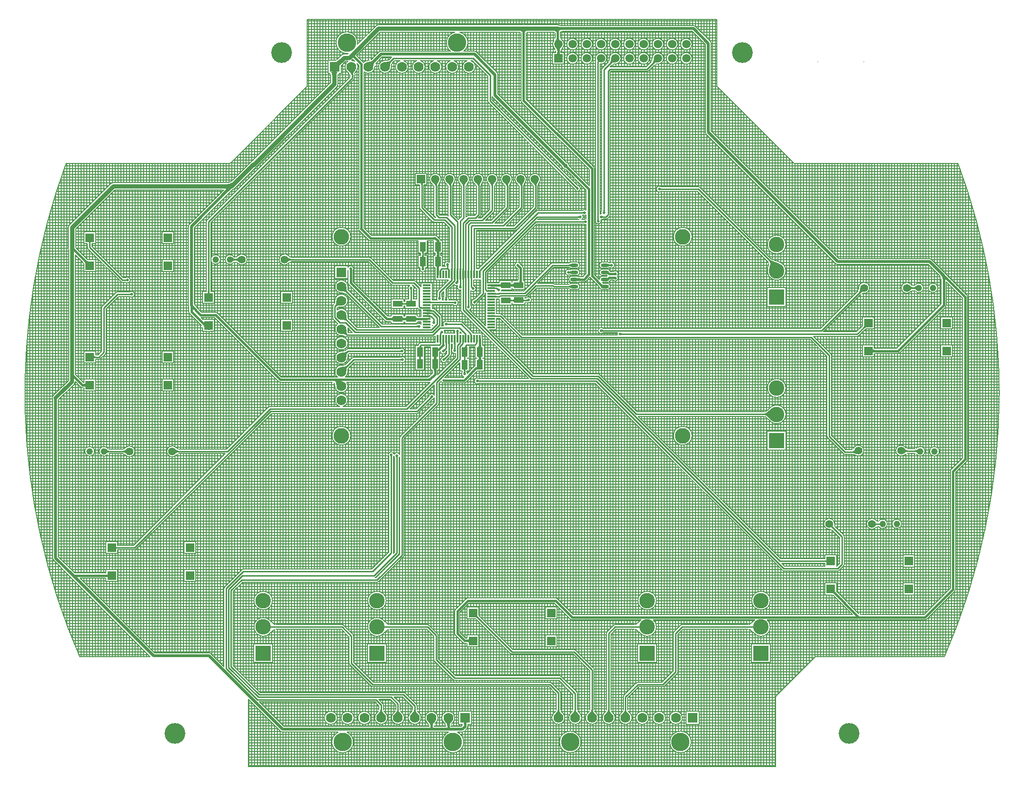
<source format=gtl>
G04*
G04 #@! TF.GenerationSoftware,Altium Limited,Altium Designer,19.1.5 (86)*
G04*
G04 Layer_Physical_Order=1*
G04 Layer_Color=255*
%FSLAX25Y25*%
%MOIN*%
G70*
G01*
G75*
%ADD17C,0.02000*%
%ADD18C,0.01000*%
%ADD19C,0.00800*%
%ADD21R,0.06102X0.06299*%
%ADD22R,0.04331X0.06693*%
%ADD23R,0.06693X0.04331*%
%ADD24R,0.01181X0.05709*%
%ADD25R,0.05709X0.01181*%
%ADD26O,0.05709X0.02362*%
%ADD46C,0.01500*%
%ADD47C,0.02500*%
%ADD48C,0.03000*%
%ADD49C,0.01300*%
%ADD50C,0.04600*%
%ADD51R,0.07000X0.07000*%
%ADD52C,0.07000*%
%ADD53C,0.13000*%
%ADD54C,0.14600*%
%ADD55R,0.05906X0.05906*%
%ADD56C,0.05906*%
%ADD57C,0.05512*%
%ADD58C,0.11000*%
%ADD59R,0.10925X0.10925*%
%ADD60C,0.10925*%
%ADD61C,0.02000*%
%ADD62C,0.03000*%
G36*
X295102Y522050D02*
X295202Y522039D01*
X295579Y522022D01*
X298118Y522000D01*
Y520000D01*
X296191Y519961D01*
X296030Y519940D01*
X295730Y519865D01*
X295470Y519760D01*
X295250Y519625D01*
X295070Y519460D01*
X294930Y519265D01*
X294843Y519068D01*
X294800Y518624D01*
X294753Y517260D01*
X294750Y516701D01*
X293250D01*
X293247Y517260D01*
X293170Y518428D01*
X293130Y518540D01*
X292980Y518765D01*
X292770Y518960D01*
X292500Y519125D01*
X292170Y519260D01*
X291780Y519365D01*
X291330Y519440D01*
X290820Y519485D01*
X290250Y519500D01*
X294000Y521000D01*
X295060Y520614D01*
Y522061D01*
X295102Y522050D01*
D02*
G37*
G36*
X273750Y519500D02*
X273180Y519485D01*
X272670Y519440D01*
X272220Y519365D01*
X271830Y519260D01*
X271500Y519125D01*
X271230Y518960D01*
X271020Y518765D01*
X270870Y518540D01*
X270789Y518311D01*
X270753Y517260D01*
X270750Y516701D01*
X269250D01*
X269247Y517260D01*
X269170Y518428D01*
X269130Y518540D01*
X268980Y518765D01*
X268770Y518960D01*
X268500Y519125D01*
X268170Y519260D01*
X267780Y519365D01*
X267330Y519440D01*
X266820Y519485D01*
X266250Y519500D01*
X270000Y522500D01*
X273750Y519500D01*
D02*
G37*
G36*
X294764Y514458D02*
X294807Y514208D01*
X294879Y513964D01*
X294979Y513726D01*
X295108Y513494D01*
X295265Y513269D01*
X295451Y513050D01*
X295665Y512836D01*
X295908Y512629D01*
X296180Y512428D01*
X292106Y511728D01*
X292323Y512041D01*
X292689Y512639D01*
X292838Y512924D01*
X292964Y513200D01*
X293067Y513468D01*
X293147Y513726D01*
X293204Y513975D01*
X293239Y514216D01*
X293250Y514447D01*
X294750Y514714D01*
X294764Y514458D01*
D02*
G37*
G36*
X296317Y507634D02*
X296093Y507377D01*
X295895Y507123D01*
X295724Y506869D01*
X295579Y506616D01*
X295461Y506365D01*
X295369Y506115D01*
X295303Y505866D01*
X295263Y505619D01*
X295250Y505372D01*
X293750D01*
X293737Y505619D01*
X293697Y505866D01*
X293632Y506115D01*
X293539Y506365D01*
X293421Y506616D01*
X293276Y506869D01*
X293105Y507123D01*
X292907Y507377D01*
X292683Y507634D01*
X292433Y507891D01*
X296567D01*
X296317Y507634D01*
D02*
G37*
G36*
X295257Y504153D02*
X295280Y503896D01*
X295318Y503670D01*
X295370Y503473D01*
X295438Y503307D01*
X295520Y503171D01*
X295618Y503065D01*
X295730Y502989D01*
X295858Y502944D01*
X296000Y502929D01*
X293000D01*
X293143Y502944D01*
X293270Y502989D01*
X293383Y503065D01*
X293480Y503171D01*
X293563Y503307D01*
X293630Y503473D01*
X293683Y503670D01*
X293720Y503896D01*
X293742Y504153D01*
X293750Y504441D01*
X295250D01*
X295257Y504153D01*
D02*
G37*
G36*
X151002Y502415D02*
X151064Y502278D01*
X151168Y502109D01*
X151312Y501907D01*
X151726Y501405D01*
X152658Y500407D01*
X153051Y500009D01*
X151991Y498949D01*
X151593Y499342D01*
X149891Y500832D01*
X149722Y500936D01*
X149585Y500998D01*
X149480Y501019D01*
X150981Y502520D01*
X151002Y502415D01*
D02*
G37*
G36*
X509462Y497724D02*
X509489Y497709D01*
X509520Y497695D01*
X509558Y497683D01*
X509600Y497673D01*
X509648Y497665D01*
X509760Y497654D01*
X509824Y497651D01*
X509894Y497650D01*
Y497550D01*
X509824Y497549D01*
X509648Y497535D01*
X509600Y497527D01*
X509558Y497517D01*
X509520Y497505D01*
X509489Y497491D01*
X509462Y497476D01*
X509441Y497459D01*
X509300Y497600D01*
X509441Y497742D01*
X509462Y497724D01*
D02*
G37*
G36*
X509300Y497600D02*
X509159Y497459D01*
X509138Y497476D01*
X509111Y497491D01*
X509080Y497505D01*
X509042Y497517D01*
X509000Y497527D01*
X508952Y497535D01*
X508776Y497549D01*
X508706Y497550D01*
Y497650D01*
X508776Y497651D01*
X508840Y497654D01*
X508952Y497665D01*
X509000Y497673D01*
X509042Y497683D01*
X509080Y497695D01*
X509111Y497709D01*
X509138Y497724D01*
X509159Y497742D01*
X509300Y497600D01*
D02*
G37*
G36*
X477062Y497724D02*
X477089Y497709D01*
X477120Y497695D01*
X477158Y497683D01*
X477200Y497673D01*
X477248Y497665D01*
X477360Y497654D01*
X477424Y497651D01*
X477494Y497650D01*
Y497550D01*
X477424Y497549D01*
X477248Y497535D01*
X477200Y497527D01*
X477158Y497517D01*
X477120Y497505D01*
X477089Y497491D01*
X477062Y497476D01*
X477041Y497459D01*
X476900Y497600D01*
X477041Y497742D01*
X477062Y497724D01*
D02*
G37*
G36*
X476900Y497600D02*
X476759Y497459D01*
X476738Y497476D01*
X476711Y497491D01*
X476680Y497505D01*
X476642Y497517D01*
X476600Y497527D01*
X476552Y497535D01*
X476376Y497549D01*
X476306Y497550D01*
Y497650D01*
X476376Y497651D01*
X476440Y497654D01*
X476552Y497665D01*
X476600Y497673D01*
X476642Y497683D01*
X476680Y497695D01*
X476711Y497709D01*
X476738Y497724D01*
X476759Y497742D01*
X476900Y497600D01*
D02*
G37*
G36*
X142909Y497488D02*
X142314Y496872D01*
X141378Y495767D01*
X141038Y495279D01*
X140782Y494833D01*
X140611Y494430D01*
X140525Y494070D01*
X140524Y493753D01*
X140608Y493478D01*
X140776Y493245D01*
X136545Y497476D01*
X136778Y497307D01*
X137053Y497224D01*
X137370Y497225D01*
X137730Y497311D01*
X138133Y497482D01*
X138579Y497738D01*
X139067Y498078D01*
X139598Y498504D01*
X140788Y499609D01*
X142909Y497488D01*
D02*
G37*
G36*
X364471Y497047D02*
X364046Y497044D01*
X363285Y496993D01*
X362949Y496944D01*
X362642Y496880D01*
X362364Y496802D01*
X362115Y496708D01*
X361895Y496599D01*
X361704Y496475D01*
X361543Y496336D01*
X360836Y497043D01*
X360975Y497204D01*
X361099Y497395D01*
X361208Y497614D01*
X361302Y497863D01*
X361381Y498142D01*
X361444Y498449D01*
X361493Y498785D01*
X361544Y499546D01*
X361547Y499970D01*
X364471Y497047D01*
D02*
G37*
G36*
X334471D02*
X334046Y497044D01*
X333285Y496993D01*
X332949Y496944D01*
X332642Y496880D01*
X332364Y496802D01*
X332115Y496708D01*
X331895Y496599D01*
X331704Y496475D01*
X331543Y496336D01*
X330836Y497043D01*
X330975Y497204D01*
X331099Y497395D01*
X331208Y497614D01*
X331302Y497863D01*
X331381Y498142D01*
X331444Y498449D01*
X331493Y498785D01*
X331544Y499546D01*
X331547Y499970D01*
X334471Y497047D01*
D02*
G37*
G36*
X176988Y497581D02*
X176833Y497399D01*
X176696Y497178D01*
X176575Y496919D01*
X176470Y496622D01*
X176383Y496287D01*
X176313Y495913D01*
X176259Y495501D01*
X176203Y494562D01*
X176200Y494035D01*
X172735Y497500D01*
X173262Y497503D01*
X174201Y497559D01*
X174613Y497613D01*
X174987Y497683D01*
X175322Y497770D01*
X175619Y497874D01*
X175878Y497996D01*
X176099Y498133D01*
X176281Y498288D01*
X176988Y497581D01*
D02*
G37*
G36*
X165464Y497150D02*
X165258Y496923D01*
X165074Y496678D01*
X164913Y496414D01*
X164773Y496131D01*
X164656Y495829D01*
X164560Y495508D01*
X164487Y495168D01*
X164436Y494809D01*
X164407Y494432D01*
X164400Y494035D01*
X160935Y497500D01*
X161332Y497507D01*
X161709Y497536D01*
X162068Y497587D01*
X162408Y497660D01*
X162729Y497756D01*
X163031Y497873D01*
X163314Y498013D01*
X163578Y498174D01*
X163823Y498358D01*
X164049Y498564D01*
X165464Y497150D01*
D02*
G37*
G36*
X151474Y491360D02*
X150655Y490194D01*
X150455Y489854D01*
X150291Y489538D01*
X150164Y489247D01*
X150073Y488979D01*
X150018Y488736D01*
X150000Y488518D01*
X149000Y488401D01*
X148979Y488654D01*
X148918Y488913D01*
X148816Y489179D01*
X148672Y489452D01*
X148488Y489732D01*
X148263Y490019D01*
X147996Y490313D01*
X147689Y490614D01*
X146952Y491237D01*
X151820Y491797D01*
X151474Y491360D01*
D02*
G37*
G36*
X139715Y490482D02*
X139460Y490392D01*
X139235Y490242D01*
X139040Y490032D01*
X138875Y489762D01*
X138740Y489432D01*
X138635Y489042D01*
X138560Y488592D01*
X138515Y488082D01*
X138500Y487512D01*
X135500D01*
X135485Y488082D01*
X135440Y488592D01*
X135365Y489042D01*
X135260Y489432D01*
X135125Y489762D01*
X134960Y490032D01*
X134765Y490242D01*
X134540Y490392D01*
X134285Y490482D01*
X134000Y490512D01*
X140000D01*
X139715Y490482D01*
D02*
G37*
G36*
X299485Y426000D02*
X298000Y424515D01*
X297994Y424535D01*
X297975Y424566D01*
X297943Y424608D01*
X297842Y424726D01*
X297486Y425099D01*
X297366Y425220D01*
X298780Y426634D01*
X299485Y426000D01*
D02*
G37*
G36*
X301005Y424399D02*
X301022Y424310D01*
X301051Y424218D01*
X301092Y424122D01*
X301144Y424023D01*
X301209Y423920D01*
X301285Y423814D01*
X301373Y423704D01*
X301585Y423475D01*
X300525Y422415D01*
X300408Y422527D01*
X300186Y422715D01*
X300080Y422791D01*
X299977Y422856D01*
X299878Y422908D01*
X299782Y422949D01*
X299690Y422978D01*
X299601Y422995D01*
X299515Y423000D01*
X301000Y424485D01*
X301005Y424399D01*
D02*
G37*
G36*
X199405Y412049D02*
X199320Y412019D01*
X199245Y411969D01*
X199180Y411899D01*
X199125Y411809D01*
X199080Y411699D01*
X199045Y411569D01*
X199020Y411419D01*
X199005Y411249D01*
X199000Y411059D01*
X198000D01*
X197995Y411249D01*
X197980Y411419D01*
X197955Y411569D01*
X197920Y411699D01*
X197875Y411809D01*
X197820Y411899D01*
X197755Y411969D01*
X197680Y412019D01*
X197595Y412049D01*
X197500Y412059D01*
X199500D01*
X199405Y412049D01*
D02*
G37*
G36*
X249769Y412589D02*
X249268Y412015D01*
X249064Y411742D01*
X248892Y411480D01*
X248751Y411228D01*
X248641Y410985D01*
X248563Y410753D01*
X248516Y410531D01*
X248500Y410318D01*
X247500D01*
X247484Y410531D01*
X247437Y410753D01*
X247359Y410985D01*
X247249Y411228D01*
X247108Y411480D01*
X246936Y411742D01*
X246732Y412015D01*
X246231Y412589D01*
X245933Y412891D01*
X250067D01*
X249769Y412589D01*
D02*
G37*
G36*
X229769D02*
X229268Y412015D01*
X229064Y411742D01*
X228892Y411480D01*
X228751Y411228D01*
X228641Y410985D01*
X228563Y410753D01*
X228516Y410531D01*
X228500Y410318D01*
X227500D01*
X227484Y410531D01*
X227437Y410753D01*
X227359Y410985D01*
X227249Y411228D01*
X227108Y411480D01*
X226936Y411742D01*
X226732Y412015D01*
X226231Y412589D01*
X225933Y412891D01*
X230067D01*
X229769Y412589D01*
D02*
G37*
G36*
X280129Y412896D02*
X279502Y411893D01*
X279348Y411601D01*
X279125Y411078D01*
X279056Y410848D01*
X279014Y410639D01*
X279000Y410450D01*
X278000Y410276D01*
X277983Y410503D01*
X277933Y410730D01*
X277849Y410958D01*
X277731Y411187D01*
X277580Y411417D01*
X277395Y411647D01*
X277177Y411877D01*
X276925Y412108D01*
X276639Y412340D01*
X276320Y412572D01*
X280394Y413272D01*
X280129Y412896D01*
D02*
G37*
G36*
X270129D02*
X269502Y411893D01*
X269349Y411601D01*
X269126Y411078D01*
X269056Y410848D01*
X269014Y410639D01*
X269000Y410450D01*
X268000Y410276D01*
X267983Y410503D01*
X267933Y410730D01*
X267849Y410958D01*
X267731Y411187D01*
X267580Y411417D01*
X267395Y411647D01*
X267177Y411877D01*
X266925Y412108D01*
X266639Y412340D01*
X266320Y412572D01*
X270394Y413272D01*
X270129Y412896D01*
D02*
G37*
G36*
X260129D02*
X259502Y411893D01*
X259349Y411601D01*
X259125Y411078D01*
X259056Y410848D01*
X259014Y410639D01*
X259000Y410450D01*
X258000Y410276D01*
X257983Y410503D01*
X257933Y410730D01*
X257849Y410958D01*
X257731Y411187D01*
X257580Y411417D01*
X257395Y411647D01*
X257177Y411877D01*
X256925Y412108D01*
X256639Y412340D01*
X256320Y412572D01*
X260394Y413272D01*
X260129Y412896D01*
D02*
G37*
G36*
X240129D02*
X239502Y411893D01*
X239349Y411601D01*
X239125Y411078D01*
X239056Y410848D01*
X239014Y410639D01*
X239000Y410450D01*
X238000Y410276D01*
X237983Y410503D01*
X237933Y410730D01*
X237849Y410958D01*
X237731Y411187D01*
X237580Y411417D01*
X237395Y411647D01*
X237177Y411877D01*
X236925Y412108D01*
X236639Y412340D01*
X236320Y412572D01*
X240394Y413272D01*
X240129Y412896D01*
D02*
G37*
G36*
X220129D02*
X219502Y411893D01*
X219349Y411601D01*
X219126Y411078D01*
X219056Y410848D01*
X219014Y410639D01*
X219000Y410450D01*
X218000Y410276D01*
X217983Y410503D01*
X217933Y410730D01*
X217849Y410958D01*
X217731Y411187D01*
X217580Y411417D01*
X217395Y411647D01*
X217177Y411877D01*
X216925Y412108D01*
X216639Y412340D01*
X216320Y412572D01*
X220394Y413272D01*
X220129Y412896D01*
D02*
G37*
G36*
X210129D02*
X209502Y411893D01*
X209349Y411601D01*
X209125Y411078D01*
X209056Y410848D01*
X209014Y410639D01*
X209000Y410450D01*
X208000Y410276D01*
X207983Y410503D01*
X207933Y410730D01*
X207849Y410958D01*
X207731Y411187D01*
X207580Y411417D01*
X207395Y411647D01*
X207177Y411877D01*
X206925Y412108D01*
X206639Y412340D01*
X206320Y412572D01*
X210394Y413272D01*
X210129Y412896D01*
D02*
G37*
G36*
X307394Y409816D02*
X307543Y409690D01*
X307613Y409639D01*
X307682Y409596D01*
X307748Y409561D01*
X307812Y409534D01*
X307874Y409515D01*
X307933Y409503D01*
X307990Y409500D01*
X307000Y408510D01*
X306997Y408567D01*
X306985Y408627D01*
X306966Y408688D01*
X306939Y408752D01*
X306904Y408818D01*
X306861Y408887D01*
X306810Y408957D01*
X306751Y409030D01*
X306610Y409183D01*
X307317Y409890D01*
X307394Y409816D01*
D02*
G37*
G36*
X366257Y408662D02*
X366307Y408628D01*
X366364Y408598D01*
X366428Y408572D01*
X366500Y408550D01*
X366579Y408532D01*
X366665Y408518D01*
X366758Y408508D01*
X366966Y408500D01*
Y407500D01*
X366858Y407498D01*
X366665Y407482D01*
X366579Y407468D01*
X366500Y407450D01*
X366428Y407428D01*
X366364Y407402D01*
X366307Y407372D01*
X366257Y407338D01*
X366214Y407300D01*
Y408700D01*
X366257Y408662D01*
D02*
G37*
G36*
X64750Y409950D02*
X63854Y409347D01*
X64751Y408450D01*
X64713Y408429D01*
X64635Y408365D01*
X64356Y408111D01*
X62545Y406331D01*
X61269Y407607D01*
X60422Y407036D01*
X60660Y407304D01*
X60811Y407545D01*
X60873Y407757D01*
X60847Y407941D01*
X60732Y408097D01*
X60530Y408224D01*
X60238Y408323D01*
X59859Y408393D01*
X59392Y408436D01*
X58836Y408450D01*
X61129Y411450D01*
X61720Y411471D01*
X62293Y411535D01*
X62850Y411641D01*
X63388Y411789D01*
X63909Y411980D01*
X64412Y412214D01*
X64898Y412490D01*
X65366Y412808D01*
X65817Y413168D01*
X66250Y413571D01*
X64750Y409950D01*
D02*
G37*
G36*
X327002Y392858D02*
X327018Y392665D01*
X327032Y392579D01*
X327050Y392500D01*
X327072Y392428D01*
X327098Y392364D01*
X327128Y392307D01*
X327162Y392257D01*
X327200Y392214D01*
X325800D01*
X325838Y392257D01*
X325872Y392307D01*
X325902Y392364D01*
X325928Y392428D01*
X325950Y392500D01*
X325968Y392579D01*
X325982Y392665D01*
X325992Y392758D01*
X326000Y392966D01*
X327000D01*
X327002Y392858D01*
D02*
G37*
G36*
X312286Y390800D02*
X312243Y390838D01*
X312193Y390872D01*
X312136Y390902D01*
X312071Y390928D01*
X312000Y390950D01*
X311921Y390968D01*
X311835Y390982D01*
X311742Y390992D01*
X311534Y391000D01*
Y392000D01*
X311642Y392002D01*
X311835Y392018D01*
X311921Y392032D01*
X312000Y392050D01*
X312071Y392072D01*
X312136Y392098D01*
X312193Y392128D01*
X312243Y392162D01*
X312286Y392200D01*
Y390800D01*
D02*
G37*
G36*
X325257Y389162D02*
X325307Y389128D01*
X325364Y389098D01*
X325429Y389072D01*
X325500Y389050D01*
X325579Y389032D01*
X325665Y389018D01*
X325758Y389008D01*
X325966Y389000D01*
Y388000D01*
X325858Y387998D01*
X325665Y387982D01*
X325579Y387968D01*
X325500Y387950D01*
X325429Y387928D01*
X325364Y387902D01*
X325307Y387872D01*
X325257Y387838D01*
X325214Y387800D01*
Y389200D01*
X325257Y389162D01*
D02*
G37*
G36*
X309286Y387800D02*
X309243Y387838D01*
X309193Y387872D01*
X309136Y387902D01*
X309071Y387928D01*
X309000Y387950D01*
X308921Y387968D01*
X308835Y387982D01*
X308742Y387992D01*
X308534Y388000D01*
Y389000D01*
X308642Y389002D01*
X308835Y389018D01*
X308921Y389032D01*
X309000Y389050D01*
X309071Y389072D01*
X309136Y389098D01*
X309193Y389128D01*
X309243Y389162D01*
X309286Y389200D01*
Y387800D01*
D02*
G37*
G36*
X322802Y386947D02*
X322822Y386756D01*
X322839Y386672D01*
X322861Y386597D01*
X322887Y386529D01*
X322919Y386470D01*
X322955Y386419D01*
X322997Y386375D01*
X323043Y386340D01*
X321671Y386060D01*
X321696Y386102D01*
X321718Y386151D01*
X321737Y386208D01*
X321754Y386272D01*
X321768Y386344D01*
X321788Y386509D01*
X321795Y386603D01*
X321800Y386814D01*
X322800Y387054D01*
X322802Y386947D01*
D02*
G37*
G36*
X312786Y384300D02*
X312743Y384338D01*
X312693Y384372D01*
X312636Y384402D01*
X312572Y384428D01*
X312500Y384450D01*
X312421Y384468D01*
X312335Y384482D01*
X312242Y384492D01*
X312034Y384500D01*
Y385500D01*
X312142Y385502D01*
X312335Y385518D01*
X312421Y385532D01*
X312500Y385550D01*
X312572Y385572D01*
X312636Y385598D01*
X312693Y385628D01*
X312743Y385662D01*
X312786Y385700D01*
Y384300D01*
D02*
G37*
G36*
X210541Y371542D02*
X210571Y371044D01*
X210585Y370965D01*
X210601Y370902D01*
X210620Y370858D01*
X210642Y370831D01*
X210665Y370822D01*
X208913D01*
X208937Y370831D01*
X208959Y370858D01*
X208978Y370902D01*
X208994Y370965D01*
X209008Y371044D01*
X209019Y371142D01*
X209034Y371391D01*
X209039Y371711D01*
X210539D01*
X210541Y371542D01*
D02*
G37*
G36*
X-34056Y370707D02*
X-34141Y370676D01*
X-34216Y370626D01*
X-34281Y370555D01*
X-34336Y370464D01*
X-34381Y370353D01*
X-34416Y370221D01*
X-34441Y370069D01*
X-34456Y369897D01*
X-34461Y369705D01*
X-35461D01*
X-35466Y369897D01*
X-35481Y370069D01*
X-35506Y370221D01*
X-35541Y370353D01*
X-35586Y370464D01*
X-35641Y370555D01*
X-35706Y370626D01*
X-35781Y370676D01*
X-35866Y370707D01*
X-35961Y370717D01*
X-33961D01*
X-34056Y370707D01*
D02*
G37*
G36*
X-45979Y366692D02*
X-45917Y366555D01*
X-45814Y366385D01*
X-45669Y366183D01*
X-45255Y365681D01*
X-44323Y364683D01*
X-43930Y364286D01*
X-44990Y363225D01*
X-45388Y363618D01*
X-47090Y365109D01*
X-47260Y365212D01*
X-47396Y365274D01*
X-47501Y365295D01*
X-47370Y365427D01*
X-47501Y365545D01*
X-46250Y366796D01*
X-46232Y366742D01*
X-46180Y366657D01*
X-46162Y366634D01*
X-46000Y366796D01*
X-45979Y366692D01*
D02*
G37*
G36*
X200090Y364167D02*
X200005Y364137D01*
X199930Y364087D01*
X199865Y364016D01*
X199810Y363925D01*
X199765Y363813D01*
X199730Y363682D01*
X199705Y363530D01*
X199690Y363358D01*
X199685Y363165D01*
X198685D01*
X198680Y363358D01*
X198665Y363530D01*
X198640Y363682D01*
X198605Y363813D01*
X198560Y363925D01*
X198505Y364016D01*
X198440Y364087D01*
X198365Y364137D01*
X198280Y364167D01*
X198185Y364178D01*
X200185D01*
X200090Y364167D01*
D02*
G37*
G36*
X211173Y364162D02*
X211045Y364117D01*
X210932Y364041D01*
X210835Y363936D01*
X210753Y363800D01*
X210685Y363633D01*
X210632Y363437D01*
X210595Y363210D01*
X210573Y362953D01*
X210565Y362666D01*
X209065D01*
X209057Y362953D01*
X209035Y363210D01*
X208998Y363437D01*
X208945Y363633D01*
X208877Y363800D01*
X208795Y363936D01*
X208698Y364041D01*
X208585Y364117D01*
X208457Y364162D01*
X208315Y364178D01*
X211315D01*
X211173Y364162D01*
D02*
G37*
G36*
X210573Y361547D02*
X210595Y361290D01*
X210632Y361063D01*
X210685Y360867D01*
X210753Y360700D01*
X210835Y360564D01*
X210932Y360458D01*
X211045Y360383D01*
X211173Y360338D01*
X211315Y360322D01*
X208315D01*
X208457Y360338D01*
X208585Y360383D01*
X208698Y360458D01*
X208795Y360564D01*
X208877Y360700D01*
X208945Y360867D01*
X208998Y361063D01*
X209035Y361290D01*
X209057Y361547D01*
X209065Y361835D01*
X210565D01*
X210573Y361547D01*
D02*
G37*
G36*
X199690Y361142D02*
X199705Y360970D01*
X199730Y360818D01*
X199765Y360687D01*
X199810Y360576D01*
X199865Y360484D01*
X199930Y360414D01*
X200005Y360363D01*
X200090Y360333D01*
X200185Y360322D01*
X198185D01*
X198280Y360333D01*
X198365Y360363D01*
X198440Y360414D01*
X198505Y360484D01*
X198560Y360576D01*
X198605Y360687D01*
X198640Y360818D01*
X198665Y360970D01*
X198680Y361142D01*
X198685Y361334D01*
X199685D01*
X199690Y361142D01*
D02*
G37*
G36*
X65417Y359899D02*
X65837Y359544D01*
X66040Y359400D01*
X66241Y359278D01*
X66437Y359178D01*
X66629Y359100D01*
X66818Y359044D01*
X67003Y359011D01*
X67184Y359000D01*
Y358000D01*
X67003Y357989D01*
X66818Y357956D01*
X66629Y357900D01*
X66437Y357822D01*
X66241Y357722D01*
X66040Y357600D01*
X65837Y357456D01*
X65628Y357290D01*
X65417Y357101D01*
X65201Y356890D01*
Y360110D01*
X65417Y359899D01*
D02*
G37*
G36*
X104244Y360158D02*
X104772Y359700D01*
X105024Y359514D01*
X105267Y359357D01*
X105503Y359229D01*
X105730Y359129D01*
X105950Y359057D01*
X106161Y359014D01*
X106364Y359000D01*
Y358000D01*
X106161Y357986D01*
X105950Y357943D01*
X105730Y357871D01*
X105503Y357771D01*
X105267Y357643D01*
X105024Y357486D01*
X104772Y357300D01*
X104512Y357085D01*
X103968Y356571D01*
Y360429D01*
X104244Y360158D01*
D02*
G37*
G36*
X70032Y356571D02*
X69756Y356842D01*
X69228Y357300D01*
X68976Y357486D01*
X68733Y357643D01*
X68497Y357771D01*
X68270Y357871D01*
X68050Y357943D01*
X67839Y357986D01*
X67636Y358000D01*
Y359000D01*
X67839Y359014D01*
X68050Y359057D01*
X68270Y359129D01*
X68497Y359229D01*
X68733Y359357D01*
X68976Y359514D01*
X69228Y359700D01*
X69488Y359915D01*
X70032Y360429D01*
Y356571D01*
D02*
G37*
G36*
X-37691Y358057D02*
X-37138Y357588D01*
X-36894Y357417D01*
X-36671Y357289D01*
X-36470Y357203D01*
X-36290Y357159D01*
X-36131Y357158D01*
X-35994Y357199D01*
X-35879Y357283D01*
X-37988Y355174D01*
X-37904Y355289D01*
X-37863Y355426D01*
X-37864Y355585D01*
X-37908Y355765D01*
X-37994Y355966D01*
X-38122Y356189D01*
X-38293Y356433D01*
X-38506Y356699D01*
X-39060Y357295D01*
X-38000Y358356D01*
X-37691Y358057D01*
D02*
G37*
G36*
X329526Y355397D02*
X329570Y355314D01*
X329642Y355240D01*
X329743Y355177D01*
X329874Y355123D01*
X330033Y355079D01*
X330221Y355044D01*
X330438Y355020D01*
X330680Y355005D01*
X330835Y355018D01*
X330921Y355032D01*
X331000Y355050D01*
X331071Y355072D01*
X331136Y355098D01*
X331193Y355128D01*
X331243Y355162D01*
X331286Y355200D01*
Y353800D01*
X331243Y353838D01*
X331193Y353872D01*
X331136Y353902D01*
X331071Y353928D01*
X331000Y353950D01*
X330921Y353968D01*
X330835Y353982D01*
X330742Y353992D01*
X330677Y353994D01*
X330221Y353956D01*
X330033Y353922D01*
X329874Y353877D01*
X329743Y353823D01*
X329642Y353760D01*
X329570Y353686D01*
X329526Y353603D01*
X329512Y353509D01*
Y355490D01*
X329526Y355397D01*
D02*
G37*
G36*
X217162Y354243D02*
X217128Y354193D01*
X217098Y354136D01*
X217072Y354071D01*
X217050Y354000D01*
X217032Y353921D01*
X217018Y353835D01*
X217008Y353742D01*
X217000Y353534D01*
X216000D01*
X215998Y353642D01*
X215982Y353835D01*
X215968Y353921D01*
X215950Y354000D01*
X215928Y354071D01*
X215902Y354136D01*
X215872Y354193D01*
X215838Y354243D01*
X215800Y354286D01*
X217200D01*
X217162Y354243D01*
D02*
G37*
G36*
X303488Y353509D02*
X303474Y353603D01*
X303431Y353686D01*
X303358Y353760D01*
X303257Y353823D01*
X303126Y353877D01*
X302967Y353922D01*
X302779Y353956D01*
X302561Y353980D01*
X302315Y353995D01*
X302040Y354000D01*
Y355000D01*
X302315Y355005D01*
X302779Y355044D01*
X302967Y355079D01*
X303126Y355123D01*
X303257Y355177D01*
X303358Y355240D01*
X303431Y355314D01*
X303474Y355397D01*
X303488Y355490D01*
Y353509D01*
D02*
G37*
G36*
X200090Y353667D02*
X200005Y353637D01*
X199930Y353587D01*
X199865Y353516D01*
X199810Y353425D01*
X199765Y353313D01*
X199730Y353182D01*
X199705Y353030D01*
X199696Y352930D01*
X199703Y352850D01*
X199717Y352764D01*
X199735Y352685D01*
X199757Y352613D01*
X199783Y352549D01*
X199813Y352492D01*
X199847Y352442D01*
X199885Y352399D01*
X198485D01*
X198523Y352442D01*
X198557Y352492D01*
X198587Y352549D01*
X198613Y352613D01*
X198635Y352685D01*
X198653Y352764D01*
X198667Y352850D01*
X198674Y352920D01*
X198665Y353030D01*
X198640Y353182D01*
X198605Y353313D01*
X198560Y353425D01*
X198505Y353516D01*
X198440Y353587D01*
X198365Y353637D01*
X198280Y353667D01*
X198185Y353678D01*
X200185D01*
X200090Y353667D01*
D02*
G37*
G36*
X443905Y357839D02*
X444142Y357713D01*
X444482Y357558D01*
X446112Y356926D01*
X449713Y355691D01*
X442848Y352321D01*
X443088Y353054D01*
X443407Y354375D01*
X443485Y354963D01*
X443509Y355503D01*
X443479Y355994D01*
X443395Y356437D01*
X443257Y356831D01*
X443065Y357176D01*
X442819Y357474D01*
X443769Y357938D01*
X443905Y357839D01*
D02*
G37*
G36*
X211122Y353662D02*
X210994Y353617D01*
X210882Y353541D01*
X210784Y353436D01*
X210702Y353299D01*
X210634Y353133D01*
X210582Y352937D01*
X210544Y352710D01*
X210522Y352453D01*
X210514Y352166D01*
X209014D01*
X209007Y352453D01*
X208984Y352710D01*
X208947Y352937D01*
X208894Y353133D01*
X208827Y353299D01*
X208744Y353436D01*
X208647Y353541D01*
X208534Y353617D01*
X208407Y353662D01*
X208264Y353678D01*
X211264D01*
X211122Y353662D01*
D02*
G37*
G36*
X235828Y351790D02*
X235877Y351020D01*
X235890Y350990D01*
X235905Y350980D01*
X234748D01*
X234763Y350990D01*
X234776Y351020D01*
X234788Y351070D01*
X234799Y351140D01*
X234814Y351340D01*
X234827Y351980D01*
X235827D01*
X235828Y351790D01*
D02*
G37*
G36*
X233859D02*
X233909Y351020D01*
X233922Y350990D01*
X233937Y350980D01*
X232780D01*
X232795Y350990D01*
X232808Y351020D01*
X232820Y351070D01*
X232830Y351140D01*
X232846Y351340D01*
X232858Y351980D01*
X233858D01*
X233859Y351790D01*
D02*
G37*
G36*
X231891D02*
X231940Y351020D01*
X231953Y350990D01*
X231968Y350980D01*
X230811D01*
X230826Y350990D01*
X230839Y351020D01*
X230851Y351070D01*
X230861Y351140D01*
X230877Y351340D01*
X230890Y351980D01*
X231890D01*
X231891Y351790D01*
D02*
G37*
G36*
X229922D02*
X229972Y351020D01*
X229985Y350990D01*
X230000Y350980D01*
X228843D01*
X228858Y350990D01*
X228871Y351020D01*
X228883Y351070D01*
X228893Y351140D01*
X228909Y351340D01*
X228921Y351980D01*
X229921D01*
X229922Y351790D01*
D02*
G37*
G36*
X227954D02*
X228003Y351020D01*
X228016Y350990D01*
X228031Y350980D01*
X226874D01*
X226889Y350990D01*
X226903Y351020D01*
X226914Y351070D01*
X226924Y351140D01*
X226940Y351340D01*
X226953Y351980D01*
X227953D01*
X227954Y351790D01*
D02*
G37*
G36*
X225985D02*
X226034Y351020D01*
X226048Y350990D01*
X226063Y350980D01*
X224906D01*
X224921Y350990D01*
X224934Y351020D01*
X224946Y351070D01*
X224956Y351140D01*
X224972Y351340D01*
X224984Y351980D01*
X225984D01*
X225985Y351790D01*
D02*
G37*
G36*
X224017D02*
X224066Y351020D01*
X224079Y350990D01*
X224094Y350980D01*
X222937D01*
X222952Y350990D01*
X222966Y351020D01*
X222977Y351070D01*
X222988Y351140D01*
X223003Y351340D01*
X223016Y351980D01*
X224016D01*
X224017Y351790D01*
D02*
G37*
G36*
X222048D02*
X222097Y351020D01*
X222111Y350990D01*
X222126Y350980D01*
X220969D01*
X220984Y350990D01*
X220997Y351020D01*
X221009Y351070D01*
X221019Y351140D01*
X221035Y351340D01*
X221047Y351980D01*
X222047D01*
X222048Y351790D01*
D02*
G37*
G36*
X220080D02*
X220129Y351020D01*
X220142Y350990D01*
X220157Y350980D01*
X219000D01*
X219015Y350990D01*
X219028Y351020D01*
X219040Y351070D01*
X219051Y351140D01*
X219066Y351340D01*
X219079Y351980D01*
X220079D01*
X220080Y351790D01*
D02*
G37*
G36*
X303488Y348510D02*
X303474Y348603D01*
X303431Y348686D01*
X303358Y348760D01*
X303257Y348823D01*
X303126Y348877D01*
X302967Y348921D01*
X302779Y348956D01*
X302617Y348974D01*
X302579Y348968D01*
X302500Y348950D01*
X302429Y348928D01*
X302364Y348902D01*
X302307Y348872D01*
X302257Y348838D01*
X302214Y348800D01*
Y348997D01*
X302040Y349000D01*
Y350000D01*
X302214Y350003D01*
Y350200D01*
X302257Y350162D01*
X302307Y350128D01*
X302364Y350098D01*
X302429Y350072D01*
X302500Y350050D01*
X302579Y350032D01*
X302598Y350029D01*
X302779Y350044D01*
X302967Y350079D01*
X303126Y350123D01*
X303257Y350177D01*
X303358Y350240D01*
X303431Y350314D01*
X303474Y350397D01*
X303488Y350490D01*
Y348510D01*
D02*
G37*
G36*
X233922Y345286D02*
X233909Y345255D01*
X233897Y345205D01*
X233887Y345135D01*
X233871Y344935D01*
X233858Y344296D01*
X232858D01*
X232857Y344485D01*
X232808Y345255D01*
X232795Y345286D01*
X232780Y345296D01*
X233937D01*
X233922Y345286D01*
D02*
G37*
G36*
X231953D02*
X231940Y345255D01*
X231928Y345205D01*
X231918Y345135D01*
X231902Y344935D01*
X231890Y344296D01*
X230890D01*
X230889Y344485D01*
X230839Y345255D01*
X230826Y345286D01*
X230811Y345296D01*
X231968D01*
X231953Y345286D01*
D02*
G37*
G36*
X229985D02*
X229972Y345255D01*
X229960Y345205D01*
X229949Y345135D01*
X229934Y344935D01*
X229921Y344296D01*
X228921D01*
X228920Y344485D01*
X228871Y345255D01*
X228858Y345286D01*
X228843Y345296D01*
X230000D01*
X229985Y345286D01*
D02*
G37*
G36*
X228016D02*
X228003Y345255D01*
X227991Y345205D01*
X227981Y345135D01*
X227965Y344935D01*
X227953Y344296D01*
X226953D01*
X226952Y344485D01*
X226903Y345255D01*
X226889Y345286D01*
X226874Y345296D01*
X228031D01*
X228016Y345286D01*
D02*
G37*
G36*
X226048D02*
X226034Y345255D01*
X226023Y345205D01*
X226012Y345135D01*
X225997Y344935D01*
X225984Y344296D01*
X224984D01*
X224983Y344485D01*
X224934Y345255D01*
X224921Y345286D01*
X224906Y345296D01*
X226063D01*
X226048Y345286D01*
D02*
G37*
G36*
X224079D02*
X224066Y345255D01*
X224054Y345205D01*
X224044Y345135D01*
X224028Y344935D01*
X224016Y344296D01*
X223016D01*
X223015Y344485D01*
X222966Y345255D01*
X222952Y345286D01*
X222937Y345296D01*
X224094D01*
X224079Y345286D01*
D02*
G37*
G36*
X222111D02*
X222097Y345255D01*
X222086Y345205D01*
X222076Y345135D01*
X222060Y344935D01*
X222047Y344296D01*
X221047D01*
X221046Y344485D01*
X220997Y345255D01*
X220984Y345286D01*
X220969Y345296D01*
X222126D01*
X222111Y345286D01*
D02*
G37*
G36*
X220125D02*
X220096Y345255D01*
X220071Y345205D01*
X220049Y345135D01*
X220030Y345045D01*
X220015Y344935D01*
X219995Y344655D01*
X219988Y344296D01*
X218988D01*
X219000Y345296D01*
X220157D01*
X220125Y345286D01*
D02*
G37*
G36*
X565500Y347000D02*
X567311Y344129D01*
X567109Y344315D01*
X566929Y344450D01*
X566770Y344535D01*
X566632Y344567D01*
X566515Y344549D01*
X566420Y344480D01*
X566346Y344359D01*
X566292Y344187D01*
X566261Y343964D01*
X566250Y343689D01*
X564750Y344836D01*
X564736Y345135D01*
X564693Y345432D01*
X564623Y345728D01*
X564524Y346022D01*
X564396Y346314D01*
X564241Y346605D01*
X564057Y346894D01*
X563845Y347181D01*
X563604Y347466D01*
X563336Y347750D01*
X565500Y347000D01*
D02*
G37*
G36*
X308116Y345470D02*
X308220Y345424D01*
X308346Y345383D01*
X308493Y345348D01*
X308663Y345318D01*
X309069Y345274D01*
X309563Y345253D01*
X309843Y345250D01*
Y343750D01*
X309563Y343747D01*
X308663Y343682D01*
X308493Y343652D01*
X308346Y343617D01*
X308220Y343576D01*
X308116Y343530D01*
X308034Y343479D01*
Y345521D01*
X308116Y345470D01*
D02*
G37*
G36*
X-9214Y343300D02*
X-9257Y343338D01*
X-9307Y343372D01*
X-9364Y343402D01*
X-9428Y343428D01*
X-9500Y343450D01*
X-9579Y343468D01*
X-9665Y343482D01*
X-9758Y343492D01*
X-9966Y343500D01*
Y344500D01*
X-9859Y344502D01*
X-9665Y344518D01*
X-9579Y344532D01*
X-9500Y344550D01*
X-9428Y344572D01*
X-9364Y344598D01*
X-9307Y344628D01*
X-9257Y344662D01*
X-9214Y344700D01*
Y343300D01*
D02*
G37*
G36*
X268758Y343868D02*
X268780Y343613D01*
X268817Y343388D01*
X268870Y343193D01*
X268937Y343028D01*
X269020Y342893D01*
X269117Y342788D01*
X269230Y342713D01*
X269357Y342668D01*
X269500Y342653D01*
X266500D01*
X266642Y342668D01*
X266770Y342713D01*
X266882Y342788D01*
X266980Y342893D01*
X267062Y343028D01*
X267130Y343193D01*
X267182Y343388D01*
X267220Y343613D01*
X267243Y343868D01*
X267250Y344153D01*
X268750D01*
X268758Y343868D01*
D02*
G37*
G36*
X224016Y343457D02*
X223954Y342301D01*
X222769Y342973D01*
X222816Y342990D01*
X222858Y343017D01*
X222895Y343054D01*
X222927Y343101D01*
X222954Y343159D01*
X222976Y343227D01*
X222994Y343305D01*
X223006Y343393D01*
X223013Y343491D01*
X223016Y343600D01*
X224016Y343457D01*
D02*
G37*
G36*
X263178Y338907D02*
X263162Y339050D01*
X263117Y339177D01*
X263041Y339290D01*
X262936Y339387D01*
X262800Y339470D01*
X262633Y339537D01*
X262437Y339590D01*
X262210Y339627D01*
X262000Y339646D01*
X261790Y339627D01*
X261563Y339590D01*
X261367Y339537D01*
X261200Y339470D01*
X261064Y339387D01*
X260959Y339290D01*
X260883Y339177D01*
X260838Y339050D01*
X260822Y338907D01*
Y341907D01*
X260838Y341765D01*
X260883Y341637D01*
X260959Y341525D01*
X261064Y341427D01*
X261200Y341345D01*
X261367Y341277D01*
X261563Y341225D01*
X261790Y341187D01*
X262000Y341169D01*
X262210Y341187D01*
X262437Y341225D01*
X262633Y341277D01*
X262800Y341345D01*
X262936Y341427D01*
X263041Y341525D01*
X263117Y341637D01*
X263162Y341765D01*
X263178Y341907D01*
Y338907D01*
D02*
G37*
G36*
X226002Y340358D02*
X226018Y340165D01*
X226032Y340079D01*
X226050Y340000D01*
X226072Y339929D01*
X226098Y339864D01*
X226128Y339807D01*
X226162Y339757D01*
X226200Y339714D01*
X224800D01*
X224838Y339757D01*
X224872Y339807D01*
X224902Y339864D01*
X224928Y339929D01*
X224950Y340000D01*
X224968Y340079D01*
X224982Y340165D01*
X224992Y340258D01*
X225000Y340466D01*
X226000D01*
X226002Y340358D01*
D02*
G37*
G36*
X324680Y341447D02*
X325207Y341003D01*
X325444Y340840D01*
X325663Y340715D01*
X325865Y340628D01*
X326050Y340580D01*
X326217Y340570D01*
X326366Y340600D01*
X326497Y340667D01*
X324416Y339195D01*
X324395Y339289D01*
X324354Y339395D01*
X324294Y339513D01*
X324214Y339642D01*
X324115Y339783D01*
X323859Y340101D01*
X323525Y340465D01*
X323329Y340665D01*
X324390Y341726D01*
X324680Y341447D01*
D02*
G37*
G36*
X254178Y338815D02*
X254162Y338958D01*
X254117Y339085D01*
X254042Y339197D01*
X253936Y339295D01*
X253800Y339377D01*
X253633Y339445D01*
X253437Y339497D01*
X253210Y339535D01*
X252953Y339558D01*
X252665Y339565D01*
Y341065D01*
X252953Y341073D01*
X253210Y341095D01*
X253437Y341132D01*
X253633Y341185D01*
X253800Y341252D01*
X253936Y341335D01*
X254042Y341432D01*
X254117Y341545D01*
X254162Y341672D01*
X254178Y341815D01*
Y338815D01*
D02*
G37*
G36*
X303488Y338509D02*
X303474Y338603D01*
X303431Y338686D01*
X303358Y338760D01*
X303257Y338823D01*
X303126Y338877D01*
X302967Y338921D01*
X302779Y338956D01*
X302561Y338980D01*
X302315Y338995D01*
X302040Y339000D01*
Y340000D01*
X302315Y340005D01*
X302779Y340044D01*
X302967Y340078D01*
X303126Y340123D01*
X303257Y340177D01*
X303358Y340240D01*
X303431Y340314D01*
X303474Y340397D01*
X303488Y340491D01*
Y338509D01*
D02*
G37*
G36*
X234132Y339348D02*
X234345Y339162D01*
X234410Y339115D01*
X234529Y339041D01*
X234583Y339015D01*
X234634Y338995D01*
X234682Y338983D01*
X233520Y338201D01*
X233528Y338259D01*
X233526Y338319D01*
X233515Y338381D01*
X233495Y338446D01*
X233466Y338512D01*
X233428Y338581D01*
X233381Y338652D01*
X233324Y338725D01*
X233259Y338801D01*
X233185Y338879D01*
X234054Y339424D01*
X234132Y339348D01*
D02*
G37*
G36*
X249990Y338859D02*
X250018Y338845D01*
X250066Y338834D01*
X250133Y338824D01*
X250324Y338808D01*
X250753Y338796D01*
X250934Y338795D01*
Y337795D01*
X250753Y337794D01*
X250018Y337745D01*
X249990Y337732D01*
X249980Y337717D01*
Y338874D01*
X249990Y338859D01*
D02*
G37*
G36*
X191662Y337743D02*
X191628Y337693D01*
X191598Y337636D01*
X191572Y337572D01*
X191550Y337500D01*
X191532Y337421D01*
X191518Y337335D01*
X191508Y337242D01*
X191500Y337034D01*
X190500D01*
X190498Y337142D01*
X190482Y337335D01*
X190468Y337421D01*
X190450Y337500D01*
X190428Y337572D01*
X190402Y337636D01*
X190372Y337693D01*
X190338Y337743D01*
X190300Y337786D01*
X191700D01*
X191662Y337743D01*
D02*
G37*
G36*
X546357Y336890D02*
X546142Y337101D01*
X545722Y337456D01*
X545518Y337600D01*
X545318Y337722D01*
X545121Y337822D01*
X544929Y337900D01*
X544740Y337956D01*
X544556Y337989D01*
X544375Y338000D01*
Y339000D01*
X544556Y339011D01*
X544740Y339044D01*
X544929Y339100D01*
X545121Y339178D01*
X545318Y339278D01*
X545518Y339400D01*
X545722Y339544D01*
X545930Y339710D01*
X546142Y339899D01*
X546357Y340110D01*
Y336890D01*
D02*
G37*
G36*
X251699Y338241D02*
X251848Y338120D01*
X251919Y338072D01*
X251988Y338034D01*
X252054Y338005D01*
X252119Y337985D01*
X252181Y337974D01*
X252241Y337972D01*
X252299Y337980D01*
X251517Y336819D01*
X251505Y336866D01*
X251485Y336917D01*
X251459Y336971D01*
X251426Y337029D01*
X251385Y337090D01*
X251283Y337223D01*
X251221Y337294D01*
X251076Y337446D01*
X251621Y338315D01*
X251699Y338241D01*
D02*
G37*
G36*
X541744Y340158D02*
X542272Y339700D01*
X542524Y339514D01*
X542767Y339357D01*
X543003Y339229D01*
X543230Y339129D01*
X543450Y339057D01*
X543661Y339014D01*
X543864Y339000D01*
Y338000D01*
X543661Y337986D01*
X543450Y337943D01*
X543230Y337871D01*
X543003Y337771D01*
X542767Y337643D01*
X542524Y337486D01*
X542272Y337300D01*
X542012Y337085D01*
X541468Y336571D01*
Y340429D01*
X541744Y340158D01*
D02*
G37*
G36*
X145503Y338938D02*
X145559Y337999D01*
X145613Y337587D01*
X145683Y337213D01*
X145771Y336878D01*
X145875Y336581D01*
X145995Y336322D01*
X146133Y336101D01*
X146288Y335919D01*
X145581Y335212D01*
X145399Y335367D01*
X145178Y335505D01*
X144919Y335626D01*
X144622Y335730D01*
X144287Y335817D01*
X143913Y335887D01*
X143501Y335941D01*
X142562Y335997D01*
X142035Y336000D01*
X145500Y339465D01*
X145503Y338938D01*
D02*
G37*
G36*
X509472Y335744D02*
X509085Y335741D01*
X508389Y335691D01*
X508079Y335645D01*
X507796Y335583D01*
X507538Y335508D01*
X507307Y335418D01*
X507101Y335313D01*
X506922Y335194D01*
X506768Y335061D01*
X506061Y335768D01*
X506194Y335922D01*
X506313Y336101D01*
X506418Y336307D01*
X506508Y336538D01*
X506583Y336796D01*
X506644Y337079D01*
X506691Y337389D01*
X506723Y337724D01*
X506744Y338472D01*
X509472Y335744D01*
D02*
G37*
G36*
X49044Y335788D02*
X49059Y335616D01*
X49084Y335464D01*
X49119Y335332D01*
X49164Y335221D01*
X49219Y335130D01*
X49284Y335059D01*
X49359Y335009D01*
X49444Y334978D01*
X49539Y334968D01*
X47539D01*
X47634Y334978D01*
X47719Y335009D01*
X47794Y335059D01*
X47859Y335130D01*
X47914Y335221D01*
X47959Y335332D01*
X47994Y335464D01*
X48019Y335616D01*
X48034Y335788D01*
X48039Y335980D01*
X49039D01*
X49044Y335788D01*
D02*
G37*
G36*
X249990Y334922D02*
X250020Y334909D01*
X250070Y334897D01*
X250140Y334887D01*
X250340Y334871D01*
X250980Y334858D01*
Y333858D01*
X250790Y333857D01*
X250020Y333808D01*
X249990Y333795D01*
X249980Y333780D01*
Y334937D01*
X249990Y334922D01*
D02*
G37*
G36*
X-6214Y333300D02*
X-6257Y333338D01*
X-6307Y333372D01*
X-6364Y333402D01*
X-6429Y333428D01*
X-6500Y333450D01*
X-6579Y333468D01*
X-6665Y333482D01*
X-6758Y333492D01*
X-6966Y333500D01*
Y334500D01*
X-6859Y334502D01*
X-6665Y334518D01*
X-6579Y334532D01*
X-6500Y334550D01*
X-6429Y334572D01*
X-6364Y334598D01*
X-6307Y334628D01*
X-6257Y334662D01*
X-6214Y334700D01*
Y333300D01*
D02*
G37*
G36*
X249990Y332953D02*
X250020Y332940D01*
X250070Y332928D01*
X250140Y332918D01*
X250340Y332902D01*
X250980Y332890D01*
Y331890D01*
X250790Y331889D01*
X250020Y331839D01*
X249990Y331826D01*
X249980Y331811D01*
Y332968D01*
X249990Y332953D01*
D02*
G37*
G36*
X211502Y332358D02*
X211518Y332165D01*
X211532Y332079D01*
X211550Y332000D01*
X211572Y331928D01*
X211598Y331864D01*
X211628Y331807D01*
X211662Y331757D01*
X211700Y331714D01*
X210300D01*
X210338Y331757D01*
X210372Y331807D01*
X210402Y331864D01*
X210428Y331928D01*
X210450Y332000D01*
X210468Y332079D01*
X210482Y332165D01*
X210492Y332258D01*
X210500Y332466D01*
X211500D01*
X211502Y332358D01*
D02*
G37*
G36*
X216002Y331858D02*
X216018Y331665D01*
X216032Y331579D01*
X216050Y331500D01*
X216072Y331429D01*
X216098Y331364D01*
X216128Y331307D01*
X216162Y331257D01*
X216200Y331214D01*
X214800D01*
X214838Y331257D01*
X214872Y331307D01*
X214902Y331364D01*
X214928Y331429D01*
X214950Y331500D01*
X214968Y331579D01*
X214982Y331665D01*
X214992Y331758D01*
X215000Y331966D01*
X216000D01*
X216002Y331858D01*
D02*
G37*
G36*
X191505Y330278D02*
X191520Y330108D01*
X191545Y329958D01*
X191580Y329828D01*
X191625Y329718D01*
X191680Y329628D01*
X191745Y329558D01*
X191820Y329508D01*
X191905Y329478D01*
X192000Y329468D01*
X190000D01*
X190095Y329478D01*
X190180Y329508D01*
X190255Y329558D01*
X190320Y329628D01*
X190375Y329718D01*
X190420Y329828D01*
X190455Y329958D01*
X190480Y330108D01*
X190495Y330278D01*
X190500Y330468D01*
X191500D01*
X191505Y330278D01*
D02*
G37*
G36*
X272933Y329176D02*
X272891Y329202D01*
X272841Y329224D01*
X272784Y329244D01*
X272720Y329261D01*
X272648Y329276D01*
X272482Y329297D01*
X272388Y329303D01*
X272178Y329309D01*
X271949Y330309D01*
X272056Y330311D01*
X272247Y330330D01*
X272331Y330347D01*
X272406Y330369D01*
X272474Y330396D01*
X272534Y330427D01*
X272586Y330463D01*
X272629Y330504D01*
X272665Y330550D01*
X272933Y329176D01*
D02*
G37*
G36*
X269833Y330590D02*
X269863Y330505D01*
X269914Y330430D01*
X269984Y330365D01*
X270075Y330310D01*
X270187Y330265D01*
X270318Y330230D01*
X270470Y330205D01*
X270642Y330190D01*
X270834Y330185D01*
Y329185D01*
X270642Y329180D01*
X270470Y329165D01*
X270318Y329140D01*
X270187Y329105D01*
X270075Y329060D01*
X269984Y329005D01*
X269914Y328940D01*
X269863Y328865D01*
X269833Y328780D01*
X269822Y328685D01*
Y330685D01*
X269833Y330590D01*
D02*
G37*
G36*
X263178Y328685D02*
X263167Y328780D01*
X263137Y328865D01*
X263087Y328940D01*
X263016Y329005D01*
X262925Y329060D01*
X262813Y329105D01*
X262682Y329140D01*
X262530Y329165D01*
X262358Y329180D01*
X262165Y329185D01*
Y330185D01*
X262358Y330190D01*
X262530Y330205D01*
X262682Y330230D01*
X262813Y330265D01*
X262925Y330310D01*
X263016Y330365D01*
X263087Y330430D01*
X263137Y330505D01*
X263167Y330590D01*
X263178Y330685D01*
Y328685D01*
D02*
G37*
G36*
X260833Y330590D02*
X260863Y330505D01*
X260913Y330430D01*
X260984Y330365D01*
X261075Y330310D01*
X261187Y330265D01*
X261318Y330230D01*
X261470Y330205D01*
X261642Y330190D01*
X261835Y330185D01*
Y329185D01*
X261642Y329180D01*
X261470Y329165D01*
X261318Y329140D01*
X261187Y329105D01*
X261075Y329060D01*
X260984Y329005D01*
X260913Y328940D01*
X260863Y328865D01*
X260833Y328780D01*
X260822Y328685D01*
Y330685D01*
X260833Y330590D01*
D02*
G37*
G36*
X236890Y329183D02*
X236816Y329106D01*
X236690Y328957D01*
X236639Y328887D01*
X236596Y328818D01*
X236561Y328752D01*
X236534Y328688D01*
X236515Y328626D01*
X236503Y328567D01*
X236500Y328510D01*
X235510Y329500D01*
X235567Y329503D01*
X235627Y329515D01*
X235688Y329534D01*
X235752Y329561D01*
X235818Y329596D01*
X235887Y329639D01*
X235957Y329690D01*
X236030Y329749D01*
X236183Y329890D01*
X236890Y329183D01*
D02*
G37*
G36*
X204714Y328987D02*
X204745Y328948D01*
X204795Y328913D01*
X204865Y328883D01*
X204955Y328858D01*
X205065Y328837D01*
X205194Y328821D01*
X205515Y328802D01*
X205704Y328800D01*
Y327800D01*
X204704Y327874D01*
Y329031D01*
X204714Y328987D01*
D02*
G37*
G36*
X221109Y327547D02*
X221079Y327595D01*
X221040Y327638D01*
X220993Y327676D01*
X220937Y327709D01*
X220872Y327737D01*
X220799Y327759D01*
X220717Y327777D01*
X220627Y327790D01*
X220528Y327798D01*
X220420Y327800D01*
X220800Y328800D01*
X220911Y328801D01*
X221339Y328830D01*
X221399Y328840D01*
X221450Y328853D01*
X221494Y328866D01*
X221529Y328882D01*
X221109Y327547D01*
D02*
G37*
G36*
X187678Y326315D02*
X187667Y326410D01*
X187637Y326495D01*
X187586Y326570D01*
X187516Y326635D01*
X187425Y326690D01*
X187313Y326735D01*
X187182Y326770D01*
X187030Y326795D01*
X186858Y326810D01*
X186666Y326815D01*
Y327815D01*
X186858Y327820D01*
X187030Y327835D01*
X187182Y327860D01*
X187313Y327895D01*
X187425Y327940D01*
X187516Y327995D01*
X187586Y328060D01*
X187637Y328135D01*
X187667Y328220D01*
X187678Y328315D01*
Y326315D01*
D02*
G37*
G36*
X184833Y328220D02*
X184863Y328135D01*
X184914Y328060D01*
X184984Y327995D01*
X185075Y327940D01*
X185187Y327895D01*
X185318Y327860D01*
X185470Y327835D01*
X185642Y327820D01*
X185834Y327815D01*
Y326815D01*
X185642Y326810D01*
X185470Y326795D01*
X185318Y326770D01*
X185187Y326735D01*
X185075Y326690D01*
X184984Y326635D01*
X184914Y326570D01*
X184863Y326495D01*
X184833Y326410D01*
X184822Y326315D01*
Y328315D01*
X184833Y328220D01*
D02*
G37*
G36*
X141612Y326022D02*
X141110Y326068D01*
X140210Y326091D01*
X139812Y326067D01*
X139448Y326021D01*
X139119Y325951D01*
X138824Y325858D01*
X138564Y325741D01*
X138338Y325602D01*
X138146Y325439D01*
X137511Y326219D01*
X137655Y326388D01*
X137789Y326600D01*
X137913Y326854D01*
X138028Y327151D01*
X138133Y327489D01*
X138229Y327871D01*
X138391Y328760D01*
X138514Y329819D01*
X141612Y326022D01*
D02*
G37*
G36*
X231892Y326443D02*
X231909Y326250D01*
X231924Y326165D01*
X231943Y326087D01*
X231967Y326016D01*
X231995Y325953D01*
X232027Y325897D01*
X232064Y325848D01*
X232104Y325807D01*
X230707Y325730D01*
X230741Y325773D01*
X230773Y325824D01*
X230800Y325882D01*
X230824Y325947D01*
X230844Y326019D01*
X230860Y326098D01*
X230873Y326185D01*
X230888Y326379D01*
X230890Y326487D01*
X231890Y326551D01*
X231892Y326443D01*
D02*
G37*
G36*
X199020Y323937D02*
X199010Y323952D01*
X198980Y323966D01*
X198930Y323977D01*
X198860Y323988D01*
X198660Y324003D01*
X198020Y324016D01*
Y325016D01*
X198210Y325017D01*
X198980Y325066D01*
X199010Y325079D01*
X199020Y325094D01*
Y323937D01*
D02*
G37*
G36*
X37511Y327670D02*
X37542Y327298D01*
X37595Y326945D01*
X37670Y326611D01*
X37765Y326295D01*
X37882Y325999D01*
X38020Y325721D01*
X38179Y325462D01*
X38359Y325221D01*
X38561Y325000D01*
X38311Y323129D01*
X38109Y323315D01*
X37929Y323450D01*
X37770Y323535D01*
X37632Y323568D01*
X37515Y323549D01*
X37420Y323480D01*
X37345Y323359D01*
X37292Y323187D01*
X37261Y322964D01*
X37250Y322689D01*
X36500Y326000D01*
X37500Y328061D01*
X37511Y327670D01*
D02*
G37*
G36*
X204714Y323094D02*
X204745Y323065D01*
X204795Y323040D01*
X204865Y323018D01*
X204955Y322999D01*
X205065Y322984D01*
X205345Y322963D01*
X205704Y322957D01*
Y321957D01*
X204704Y321969D01*
Y323126D01*
X204714Y323094D01*
D02*
G37*
G36*
X205704Y320200D02*
X205515Y320198D01*
X205065Y320168D01*
X204955Y320150D01*
X204865Y320128D01*
X204795Y320102D01*
X204745Y320072D01*
X204714Y320038D01*
X204704Y320000D01*
Y321157D01*
X204714Y321165D01*
X204745Y321173D01*
X204795Y321179D01*
X204955Y321189D01*
X205704Y321200D01*
Y320200D01*
D02*
G37*
G36*
X249990Y319174D02*
X250020Y319161D01*
X250070Y319149D01*
X250140Y319139D01*
X250340Y319123D01*
X250980Y319110D01*
Y318110D01*
X250790Y318109D01*
X250020Y318060D01*
X249990Y318047D01*
X249980Y318032D01*
Y319189D01*
X249990Y319174D01*
D02*
G37*
G36*
X187678Y315185D02*
X187662Y315328D01*
X187617Y315455D01*
X187541Y315567D01*
X187436Y315665D01*
X187300Y315747D01*
X187133Y315815D01*
X186937Y315867D01*
X186710Y315905D01*
X186453Y315928D01*
X186250Y315933D01*
X186047Y315928D01*
X185790Y315905D01*
X185563Y315867D01*
X185367Y315815D01*
X185201Y315747D01*
X185064Y315665D01*
X184959Y315567D01*
X184883Y315455D01*
X184838Y315328D01*
X184822Y315185D01*
Y318185D01*
X184838Y318042D01*
X184883Y317915D01*
X184959Y317803D01*
X185064Y317705D01*
X185201Y317622D01*
X185367Y317555D01*
X185563Y317502D01*
X185790Y317465D01*
X186047Y317442D01*
X186250Y317437D01*
X186453Y317442D01*
X186710Y317465D01*
X186937Y317502D01*
X187133Y317555D01*
X187300Y317622D01*
X187436Y317705D01*
X187541Y317803D01*
X187617Y317915D01*
X187662Y318042D01*
X187678Y318185D01*
Y315185D01*
D02*
G37*
G36*
X145503Y318938D02*
X145559Y317999D01*
X145613Y317587D01*
X145683Y317213D01*
X145771Y316878D01*
X145875Y316581D01*
X145995Y316322D01*
X146133Y316101D01*
X146288Y315919D01*
X145581Y315212D01*
X145399Y315367D01*
X145178Y315505D01*
X144919Y315626D01*
X144622Y315730D01*
X144287Y315817D01*
X143913Y315887D01*
X143501Y315941D01*
X142562Y315997D01*
X142035Y316000D01*
X145500Y319465D01*
X145503Y318938D01*
D02*
G37*
G36*
X178177Y315185D02*
X178162Y315328D01*
X178117Y315455D01*
X178042Y315567D01*
X177936Y315665D01*
X177799Y315747D01*
X177633Y315815D01*
X177437Y315867D01*
X177210Y315905D01*
X176953Y315928D01*
X176666Y315935D01*
Y317435D01*
X176953Y317442D01*
X177210Y317465D01*
X177437Y317502D01*
X177633Y317555D01*
X177799Y317622D01*
X177936Y317705D01*
X178042Y317803D01*
X178117Y317915D01*
X178162Y318042D01*
X178177Y318185D01*
Y315185D01*
D02*
G37*
G36*
X194338Y318021D02*
X194383Y317893D01*
X194458Y317781D01*
X194564Y317683D01*
X194701Y317601D01*
X194867Y317533D01*
X195063Y317481D01*
X195290Y317443D01*
X195547Y317421D01*
X195834Y317413D01*
Y315913D01*
X195547Y315906D01*
X195290Y315883D01*
X195063Y315846D01*
X194867Y315793D01*
X194701Y315726D01*
X194564Y315643D01*
X194458Y315546D01*
X194383Y315433D01*
X194338Y315306D01*
X194323Y315163D01*
Y318163D01*
X194338Y318021D01*
D02*
G37*
G36*
X207502Y315358D02*
X207518Y315165D01*
X207532Y315079D01*
X207550Y315000D01*
X207572Y314929D01*
X207598Y314864D01*
X207628Y314807D01*
X207662Y314757D01*
X207700Y314714D01*
X206300D01*
X206338Y314757D01*
X206372Y314807D01*
X206402Y314864D01*
X206428Y314929D01*
X206450Y315000D01*
X206468Y315079D01*
X206482Y315165D01*
X206492Y315258D01*
X206500Y315466D01*
X207500D01*
X207502Y315358D01*
D02*
G37*
G36*
X45512Y310674D02*
X45502Y310884D01*
X45469Y311094D01*
X45416Y311305D01*
X45341Y311516D01*
X45244Y311728D01*
X45126Y311941D01*
X44987Y312154D01*
X44826Y312367D01*
X44643Y312581D01*
X44440Y312795D01*
Y314916D01*
X44643Y314723D01*
X44826Y314573D01*
X44987Y314466D01*
X45126Y314401D01*
X45244Y314380D01*
X45341Y314401D01*
X45416Y314466D01*
X45469Y314573D01*
X45502Y314723D01*
X45512Y314916D01*
Y310674D01*
D02*
G37*
G36*
X216257Y313662D02*
X216307Y313628D01*
X216364Y313598D01*
X216428Y313572D01*
X216500Y313550D01*
X216579Y313532D01*
X216665Y313518D01*
X216758Y313508D01*
X216966Y313500D01*
Y312500D01*
X216858Y312498D01*
X216665Y312482D01*
X216579Y312468D01*
X216500Y312450D01*
X216428Y312428D01*
X216364Y312402D01*
X216307Y312372D01*
X216257Y312338D01*
X216214Y312300D01*
Y313700D01*
X216257Y313662D01*
D02*
G37*
G36*
X195786Y310800D02*
X195743Y310838D01*
X195693Y310872D01*
X195636Y310902D01*
X195571Y310928D01*
X195500Y310950D01*
X195421Y310968D01*
X195335Y310982D01*
X195242Y310992D01*
X195034Y311000D01*
Y312000D01*
X195142Y312002D01*
X195335Y312018D01*
X195421Y312032D01*
X195500Y312050D01*
X195571Y312072D01*
X195636Y312098D01*
X195693Y312128D01*
X195743Y312162D01*
X195786Y312200D01*
Y310800D01*
D02*
G37*
G36*
X510816Y310717D02*
X510744Y310777D01*
X510656Y310807D01*
X510553Y310808D01*
X510435Y310781D01*
X510301Y310723D01*
X510152Y310637D01*
X509987Y310521D01*
X509807Y310376D01*
X509402Y309998D01*
X508793Y310803D01*
X508988Y311005D01*
X509296Y311368D01*
X509409Y311530D01*
X509494Y311678D01*
X509552Y311813D01*
X509583Y311934D01*
X509587Y312042D01*
X509563Y312137D01*
X509512Y312218D01*
X510816Y310717D01*
D02*
G37*
G36*
X325257Y309162D02*
X325307Y309128D01*
X325364Y309098D01*
X325429Y309072D01*
X325500Y309050D01*
X325579Y309032D01*
X325665Y309018D01*
X325758Y309008D01*
X325966Y309000D01*
Y308000D01*
X325858Y307998D01*
X325665Y307982D01*
X325579Y307968D01*
X325500Y307950D01*
X325429Y307928D01*
X325364Y307902D01*
X325307Y307872D01*
X325257Y307838D01*
X325214Y307800D01*
Y309200D01*
X325257Y309162D01*
D02*
G37*
G36*
X224168Y307248D02*
X224134Y307198D01*
X224105Y307141D01*
X224079Y307077D01*
X224057Y307005D01*
X224040Y306926D01*
X224026Y306840D01*
X224016Y306747D01*
X224009Y306556D01*
X224009Y306515D01*
X224050Y305795D01*
X224063Y305745D01*
X224078Y305715D01*
X224094Y305704D01*
X222937D01*
X222951Y305715D01*
X222963Y305745D01*
X222973Y305795D01*
X222983Y305865D01*
X222997Y306065D01*
X223006Y306614D01*
X223006Y306637D01*
X222990Y306831D01*
X222975Y306916D01*
X222957Y306995D01*
X222935Y307067D01*
X222909Y307131D01*
X222879Y307188D01*
X222844Y307238D01*
X222806Y307280D01*
X224206Y307291D01*
X224168Y307248D01*
D02*
G37*
G36*
X212206Y306515D02*
X212255Y305745D01*
X212268Y305715D01*
X212283Y305704D01*
X211126D01*
X211141Y305715D01*
X211155Y305745D01*
X211166Y305795D01*
X211176Y305865D01*
X211192Y306065D01*
X211205Y306704D01*
X212205D01*
X212206Y306515D01*
D02*
G37*
G36*
X338757Y306662D02*
X338807Y306628D01*
X338864Y306598D01*
X338929Y306572D01*
X339000Y306550D01*
X339079Y306532D01*
X339165Y306518D01*
X339258Y306508D01*
X339466Y306500D01*
Y305500D01*
X339358Y305498D01*
X339165Y305482D01*
X339079Y305468D01*
X339000Y305450D01*
X338929Y305428D01*
X338864Y305402D01*
X338807Y305372D01*
X338757Y305338D01*
X338714Y305300D01*
Y306700D01*
X338757Y306662D01*
D02*
G37*
G36*
X145503Y308938D02*
X145559Y307999D01*
X145613Y307587D01*
X145683Y307213D01*
X145771Y306878D01*
X145875Y306581D01*
X145995Y306322D01*
X146133Y306101D01*
X146288Y305919D01*
X145581Y305212D01*
X145399Y305367D01*
X145178Y305504D01*
X144919Y305626D01*
X144622Y305730D01*
X144287Y305817D01*
X143913Y305887D01*
X143501Y305941D01*
X142562Y305997D01*
X142035Y306000D01*
X145500Y309465D01*
X145503Y308938D01*
D02*
G37*
G36*
X212268Y300013D02*
X212255Y299994D01*
X212243Y299961D01*
X212233Y299915D01*
X212224Y299856D01*
X212212Y299698D01*
X212205Y299364D01*
X211205D01*
X211204Y299488D01*
X211176Y299915D01*
X211166Y299961D01*
X211155Y299994D01*
X211141Y300013D01*
X211126Y300020D01*
X212283D01*
X212268Y300013D01*
D02*
G37*
G36*
X227999Y300012D02*
X227971Y299989D01*
X227945Y299950D01*
X227923Y299896D01*
X227905Y299826D01*
X227889Y299741D01*
X227877Y299640D01*
X227864Y299392D01*
X227862Y299245D01*
X226862D01*
X226874Y300020D01*
X228031D01*
X227999Y300012D01*
D02*
G37*
G36*
X222111Y300010D02*
X222097Y299980D01*
X222086Y299930D01*
X222076Y299860D01*
X222060Y299660D01*
X222047Y299020D01*
X221047D01*
X221046Y299210D01*
X220997Y299980D01*
X220984Y300010D01*
X220969Y300020D01*
X222126D01*
X222111Y300010D01*
D02*
G37*
G36*
X218174D02*
X218161Y299980D01*
X218149Y299930D01*
X218139Y299860D01*
X218123Y299660D01*
X218110Y299020D01*
X217110D01*
X217109Y299210D01*
X217060Y299980D01*
X217047Y300010D01*
X217032Y300020D01*
X218189D01*
X218174Y300010D01*
D02*
G37*
G36*
X216205D02*
X216192Y299980D01*
X216180Y299930D01*
X216170Y299860D01*
X216154Y299660D01*
X216142Y299020D01*
X215142D01*
X215141Y299210D01*
X215091Y299980D01*
X215078Y300010D01*
X215063Y300020D01*
X216220D01*
X216205Y300010D01*
D02*
G37*
G36*
X240047Y298047D02*
X240069Y297790D01*
X240107Y297563D01*
X240159Y297367D01*
X240227Y297200D01*
X240309Y297064D01*
X240407Y296958D01*
X240519Y296883D01*
X240647Y296838D01*
X240789Y296822D01*
X237789D01*
X237932Y296838D01*
X238059Y296883D01*
X238172Y296958D01*
X238269Y297064D01*
X238352Y297200D01*
X238419Y297367D01*
X238472Y297563D01*
X238509Y297790D01*
X238532Y298047D01*
X238539Y298335D01*
X240039D01*
X240047Y298047D01*
D02*
G37*
G36*
X230005Y297642D02*
X230020Y297470D01*
X230045Y297318D01*
X230080Y297187D01*
X230125Y297076D01*
X230180Y296984D01*
X230245Y296914D01*
X230320Y296863D01*
X230405Y296833D01*
X230500Y296822D01*
X228500D01*
X228595Y296833D01*
X228680Y296863D01*
X228755Y296914D01*
X228820Y296984D01*
X228875Y297076D01*
X228920Y297187D01*
X228955Y297318D01*
X228980Y297470D01*
X228995Y297642D01*
X229000Y297834D01*
X230000D01*
X230005Y297642D01*
D02*
G37*
G36*
X198005D02*
X198020Y297470D01*
X198045Y297318D01*
X198080Y297187D01*
X198125Y297076D01*
X198180Y296984D01*
X198245Y296914D01*
X198320Y296863D01*
X198405Y296833D01*
X198500Y296822D01*
X196500D01*
X196595Y296833D01*
X196680Y296863D01*
X196755Y296914D01*
X196820Y296984D01*
X196875Y297076D01*
X196920Y297187D01*
X196955Y297318D01*
X196980Y297470D01*
X196995Y297642D01*
X197000Y297834D01*
X198000D01*
X198005Y297642D01*
D02*
G37*
G36*
X222047Y295937D02*
X222049Y295829D01*
X222064Y295635D01*
X222077Y295549D01*
X222094Y295469D01*
X222114Y295397D01*
X222138Y295333D01*
X222166Y295275D01*
X222198Y295224D01*
X222233Y295180D01*
X220834Y295246D01*
X220875Y295288D01*
X220911Y295337D01*
X220943Y295393D01*
X220971Y295457D01*
X220994Y295528D01*
X221013Y295606D01*
X221028Y295691D01*
X221039Y295784D01*
X221047Y295992D01*
X222047Y295937D01*
D02*
G37*
G36*
X214890Y294683D02*
X214815Y294606D01*
X214690Y294457D01*
X214639Y294387D01*
X214596Y294318D01*
X214561Y294252D01*
X214534Y294188D01*
X214515Y294127D01*
X214503Y294067D01*
X214500Y294010D01*
X213510Y295000D01*
X213567Y295003D01*
X213627Y295015D01*
X213688Y295034D01*
X213752Y295061D01*
X213818Y295096D01*
X213887Y295139D01*
X213957Y295190D01*
X214030Y295249D01*
X214183Y295390D01*
X214890Y294683D01*
D02*
G37*
G36*
X183786Y293300D02*
X183743Y293338D01*
X183693Y293372D01*
X183636Y293402D01*
X183572Y293428D01*
X183500Y293450D01*
X183421Y293468D01*
X183335Y293482D01*
X183242Y293492D01*
X183034Y293500D01*
Y294500D01*
X183142Y294502D01*
X183335Y294518D01*
X183421Y294532D01*
X183500Y294550D01*
X183572Y294572D01*
X183636Y294598D01*
X183693Y294628D01*
X183743Y294662D01*
X183786Y294700D01*
Y293300D01*
D02*
G37*
G36*
X515594Y295515D02*
X515639Y295387D01*
X515714Y295275D01*
X515819Y295177D01*
X515954Y295095D01*
X516119Y295027D01*
X516314Y294975D01*
X516539Y294937D01*
X516794Y294915D01*
X517079Y294907D01*
Y293407D01*
X516794Y293400D01*
X516539Y293377D01*
X516314Y293340D01*
X516119Y293287D01*
X515954Y293220D01*
X515819Y293137D01*
X515714Y293040D01*
X515639Y292927D01*
X515594Y292800D01*
X515579Y292657D01*
Y295657D01*
X515594Y295515D01*
D02*
G37*
G36*
X146288Y293081D02*
X146133Y292899D01*
X145995Y292678D01*
X145875Y292419D01*
X145771Y292122D01*
X145683Y291787D01*
X145613Y291413D01*
X145559Y291001D01*
X145503Y290062D01*
X145500Y289535D01*
X142035Y293000D01*
X142562Y293003D01*
X143501Y293059D01*
X143913Y293113D01*
X144287Y293183D01*
X144622Y293270D01*
X144919Y293374D01*
X145178Y293495D01*
X145399Y293633D01*
X145581Y293788D01*
X146288Y293081D01*
D02*
G37*
G36*
X229590Y290167D02*
X229505Y290137D01*
X229430Y290087D01*
X229365Y290016D01*
X229310Y289925D01*
X229265Y289813D01*
X229230Y289682D01*
X229205Y289530D01*
X229190Y289358D01*
X229185Y289165D01*
X228185D01*
X228180Y289358D01*
X228165Y289530D01*
X228140Y289682D01*
X228105Y289813D01*
X228060Y289925D01*
X228005Y290016D01*
X227940Y290087D01*
X227865Y290137D01*
X227780Y290167D01*
X227685Y290178D01*
X229685D01*
X229590Y290167D01*
D02*
G37*
G36*
X-31911Y290748D02*
X-31881Y290663D01*
X-31831Y290588D01*
X-31761Y290523D01*
X-31671Y290468D01*
X-31561Y290423D01*
X-31431Y290388D01*
X-31281Y290363D01*
X-31111Y290348D01*
X-30921Y290343D01*
Y289343D01*
X-31111Y289338D01*
X-31281Y289323D01*
X-31431Y289298D01*
X-31561Y289263D01*
X-31671Y289218D01*
X-31761Y289163D01*
X-31831Y289098D01*
X-31881Y289023D01*
X-31911Y288938D01*
X-31921Y288843D01*
Y290843D01*
X-31911Y290748D01*
D02*
G37*
G36*
X209173Y290162D02*
X209045Y290117D01*
X208932Y290041D01*
X208835Y289936D01*
X208752Y289799D01*
X208685Y289633D01*
X208632Y289437D01*
X208602Y289250D01*
X208632Y289063D01*
X208685Y288867D01*
X208752Y288701D01*
X208835Y288564D01*
X208932Y288458D01*
X209045Y288383D01*
X209173Y288338D01*
X209315Y288322D01*
X206315D01*
X206457Y288338D01*
X206585Y288383D01*
X206698Y288458D01*
X206795Y288564D01*
X206877Y288701D01*
X206945Y288867D01*
X206997Y289063D01*
X207028Y289250D01*
X206997Y289437D01*
X206945Y289633D01*
X206877Y289799D01*
X206795Y289936D01*
X206698Y290041D01*
X206585Y290117D01*
X206457Y290162D01*
X206315Y290178D01*
X209315D01*
X209173Y290162D01*
D02*
G37*
G36*
X198090Y290167D02*
X198005Y290137D01*
X197930Y290087D01*
X197865Y290016D01*
X197810Y289925D01*
X197765Y289813D01*
X197730Y289682D01*
X197705Y289530D01*
X197690Y289358D01*
X197687Y289250D01*
X197690Y289142D01*
X197705Y288970D01*
X197730Y288818D01*
X197765Y288687D01*
X197810Y288576D01*
X197865Y288484D01*
X197930Y288414D01*
X198005Y288363D01*
X198090Y288333D01*
X198185Y288322D01*
X196185D01*
X196280Y288333D01*
X196365Y288363D01*
X196440Y288414D01*
X196505Y288484D01*
X196560Y288576D01*
X196605Y288687D01*
X196640Y288818D01*
X196665Y288970D01*
X196680Y289142D01*
X196683Y289250D01*
X196680Y289358D01*
X196665Y289530D01*
X196640Y289682D01*
X196605Y289813D01*
X196560Y289925D01*
X196505Y290016D01*
X196440Y290087D01*
X196365Y290137D01*
X196280Y290167D01*
X196185Y290178D01*
X198185D01*
X198090Y290167D01*
D02*
G37*
G36*
X215390Y288683D02*
X215316Y288606D01*
X215190Y288457D01*
X215139Y288387D01*
X215096Y288318D01*
X215061Y288252D01*
X215034Y288188D01*
X215015Y288126D01*
X215003Y288067D01*
X215000Y288010D01*
X214010Y289000D01*
X214067Y289003D01*
X214126Y289015D01*
X214188Y289034D01*
X214252Y289061D01*
X214318Y289096D01*
X214387Y289139D01*
X214457Y289190D01*
X214530Y289249D01*
X214683Y289390D01*
X215390Y288683D01*
D02*
G37*
G36*
X240672Y290162D02*
X240545Y290117D01*
X240433Y290041D01*
X240335Y289936D01*
X240252Y289799D01*
X240185Y289633D01*
X240132Y289437D01*
X240095Y289210D01*
X240077Y289000D01*
X240095Y288790D01*
X240132Y288563D01*
X240185Y288367D01*
X240252Y288200D01*
X240335Y288064D01*
X240433Y287959D01*
X240545Y287883D01*
X240672Y287838D01*
X240815Y287822D01*
X237815D01*
X237958Y287838D01*
X238085Y287883D01*
X238197Y287959D01*
X238295Y288064D01*
X238377Y288200D01*
X238445Y288367D01*
X238497Y288563D01*
X238535Y288790D01*
X238553Y289000D01*
X238535Y289210D01*
X238497Y289437D01*
X238445Y289633D01*
X238377Y289799D01*
X238295Y289936D01*
X238197Y290041D01*
X238085Y290117D01*
X237958Y290162D01*
X237815Y290178D01*
X240815D01*
X240672Y290162D01*
D02*
G37*
G36*
X229190Y288642D02*
X229205Y288470D01*
X229230Y288318D01*
X229265Y288187D01*
X229310Y288075D01*
X229365Y287984D01*
X229430Y287913D01*
X229505Y287863D01*
X229590Y287833D01*
X229685Y287822D01*
X227685D01*
X227780Y287833D01*
X227865Y287863D01*
X227940Y287913D01*
X228005Y287984D01*
X228060Y288075D01*
X228105Y288187D01*
X228140Y288318D01*
X228165Y288470D01*
X228180Y288642D01*
X228185Y288835D01*
X229185D01*
X229190Y288642D01*
D02*
G37*
G36*
X184286Y287300D02*
X184243Y287338D01*
X184193Y287372D01*
X184136Y287402D01*
X184072Y287428D01*
X184000Y287450D01*
X183921Y287468D01*
X183835Y287482D01*
X183742Y287492D01*
X183534Y287500D01*
Y288500D01*
X183642Y288502D01*
X183835Y288518D01*
X183921Y288532D01*
X184000Y288550D01*
X184072Y288572D01*
X184136Y288598D01*
X184193Y288628D01*
X184243Y288662D01*
X184286Y288700D01*
Y287300D01*
D02*
G37*
G36*
X229405Y281167D02*
X229320Y281137D01*
X229245Y281086D01*
X229180Y281016D01*
X229125Y280925D01*
X229080Y280813D01*
X229045Y280682D01*
X229020Y280530D01*
X229005Y280358D01*
X229000Y280166D01*
X228000D01*
X227995Y280358D01*
X227980Y280530D01*
X227955Y280682D01*
X227920Y280813D01*
X227875Y280925D01*
X227820Y281016D01*
X227755Y281086D01*
X227680Y281137D01*
X227595Y281167D01*
X227500Y281178D01*
X229500D01*
X229405Y281167D01*
D02*
G37*
G36*
X209173Y281662D02*
X209045Y281617D01*
X208932Y281541D01*
X208835Y281436D01*
X208752Y281299D01*
X208685Y281133D01*
X208632Y280937D01*
X208595Y280710D01*
X208573Y280453D01*
X208565Y280166D01*
X207065D01*
X207057Y280453D01*
X207035Y280710D01*
X206997Y280937D01*
X206945Y281133D01*
X206877Y281299D01*
X206795Y281436D01*
X206698Y281541D01*
X206585Y281617D01*
X206457Y281662D01*
X206315Y281678D01*
X209315D01*
X209173Y281662D01*
D02*
G37*
G36*
X146288Y283081D02*
X146133Y282899D01*
X145995Y282678D01*
X145875Y282419D01*
X145771Y282122D01*
X145683Y281787D01*
X145613Y281413D01*
X145559Y281001D01*
X145503Y280062D01*
X145500Y279535D01*
X142035Y283000D01*
X142562Y283003D01*
X143501Y283059D01*
X143913Y283113D01*
X144287Y283183D01*
X144622Y283270D01*
X144919Y283375D01*
X145178Y283495D01*
X145399Y283633D01*
X145581Y283788D01*
X146288Y283081D01*
D02*
G37*
G36*
X229002Y279358D02*
X229018Y279165D01*
X229032Y279079D01*
X229050Y279000D01*
X229072Y278928D01*
X229098Y278864D01*
X229128Y278807D01*
X229162Y278757D01*
X229200Y278714D01*
X227800D01*
X227838Y278757D01*
X227872Y278807D01*
X227902Y278864D01*
X227928Y278928D01*
X227950Y279000D01*
X227968Y279079D01*
X227982Y279165D01*
X227992Y279258D01*
X228000Y279466D01*
X229000D01*
X229002Y279358D01*
D02*
G37*
G36*
X238257Y273662D02*
X238307Y273628D01*
X238364Y273598D01*
X238428Y273572D01*
X238500Y273550D01*
X238579Y273532D01*
X238665Y273518D01*
X238758Y273508D01*
X238966Y273500D01*
Y272500D01*
X238858Y272498D01*
X238665Y272482D01*
X238579Y272468D01*
X238500Y272450D01*
X238428Y272428D01*
X238364Y272402D01*
X238307Y272372D01*
X238257Y272338D01*
X238214Y272300D01*
Y273700D01*
X238257Y273662D01*
D02*
G37*
G36*
X140811Y273250D02*
X140536Y273239D01*
X140313Y273208D01*
X140175Y273165D01*
X140288Y273138D01*
X140665Y273074D01*
X141070Y273029D01*
X141965Y273000D01*
X138500Y269535D01*
X138495Y269997D01*
X138426Y270835D01*
X138362Y271212D01*
X138279Y271559D01*
X138176Y271879D01*
X138053Y272170D01*
X137911Y272432D01*
X137823Y272559D01*
X137808Y272571D01*
X137574Y272730D01*
X137331Y272868D01*
X137080Y272985D01*
X136819Y273080D01*
X136550Y273154D01*
X136272Y273208D01*
X135985Y273239D01*
X135689Y273250D01*
X137500Y274750D01*
X140811Y273250D01*
D02*
G37*
G36*
X-37988Y268657D02*
X-38003Y268800D01*
X-38048Y268927D01*
X-38124Y269040D01*
X-38230Y269137D01*
X-38366Y269220D01*
X-38532Y269287D01*
X-38729Y269340D01*
X-38956Y269377D01*
X-39213Y269400D01*
X-39500Y269407D01*
Y270907D01*
X-39213Y270915D01*
X-38956Y270937D01*
X-38729Y270975D01*
X-38532Y271027D01*
X-38366Y271095D01*
X-38230Y271177D01*
X-38124Y271275D01*
X-38048Y271387D01*
X-38003Y271515D01*
X-37988Y271657D01*
Y268657D01*
D02*
G37*
G36*
X205490Y261000D02*
X205433Y260997D01*
X205374Y260985D01*
X205312Y260966D01*
X205248Y260939D01*
X205182Y260904D01*
X205113Y260861D01*
X205043Y260810D01*
X204970Y260751D01*
X204817Y260610D01*
X204110Y261317D01*
X204185Y261394D01*
X204310Y261543D01*
X204361Y261613D01*
X204404Y261682D01*
X204439Y261748D01*
X204466Y261812D01*
X204485Y261874D01*
X204497Y261933D01*
X204500Y261990D01*
X205490Y261000D01*
D02*
G37*
G36*
X444032Y245749D02*
X443414Y246386D01*
X441749Y247894D01*
X441257Y248262D01*
X440798Y248564D01*
X440369Y248798D01*
X439973Y248966D01*
X439608Y249066D01*
X439275Y249100D01*
X439292Y250100D01*
X439616Y250133D01*
X439976Y250232D01*
X440373Y250397D01*
X440806Y250627D01*
X441275Y250924D01*
X441781Y251287D01*
X442901Y252209D01*
X444167Y253396D01*
X444032Y245749D01*
D02*
G37*
G36*
X547192Y222078D02*
X547008Y222301D01*
X546823Y222500D01*
X546638Y222676D01*
X546452Y222828D01*
X546267Y222957D01*
X546081Y223062D01*
X545894Y223145D01*
X545708Y223203D01*
X545521Y223238D01*
X545334Y223250D01*
X545446Y224250D01*
X545618Y224260D01*
X545799Y224291D01*
X545988Y224343D01*
X546185Y224415D01*
X546390Y224507D01*
X546604Y224620D01*
X546826Y224754D01*
X547295Y225083D01*
X547542Y225279D01*
X547192Y222078D01*
D02*
G37*
G36*
X537877Y225459D02*
X538350Y224981D01*
X538582Y224787D01*
X538810Y224623D01*
X539035Y224489D01*
X539256Y224384D01*
X539473Y224310D01*
X539687Y224265D01*
X539898Y224250D01*
X539805Y223250D01*
X539612Y223236D01*
X539406Y223196D01*
X539187Y223129D01*
X538954Y223034D01*
X538709Y222913D01*
X538450Y222764D01*
X537894Y222386D01*
X537596Y222157D01*
X537285Y221900D01*
X537635Y225743D01*
X537877Y225459D01*
D02*
G37*
G36*
X-23142Y224899D02*
X-22722Y224544D01*
X-22518Y224400D01*
X-22318Y224277D01*
X-22121Y224178D01*
X-21929Y224100D01*
X-21741Y224044D01*
X-21556Y224011D01*
X-21375Y224000D01*
Y223000D01*
X-21556Y222989D01*
X-21741Y222956D01*
X-21929Y222900D01*
X-22121Y222822D01*
X-22318Y222723D01*
X-22518Y222600D01*
X-22722Y222456D01*
X-22930Y222290D01*
X-23142Y222101D01*
X-23358Y221890D01*
Y225110D01*
X-23142Y224899D01*
D02*
G37*
G36*
X25244Y225158D02*
X25772Y224700D01*
X26024Y224515D01*
X26267Y224357D01*
X26503Y224229D01*
X26730Y224129D01*
X26950Y224057D01*
X27161Y224014D01*
X27364Y224000D01*
Y223000D01*
X27161Y222986D01*
X26950Y222943D01*
X26730Y222871D01*
X26503Y222771D01*
X26267Y222643D01*
X26024Y222485D01*
X25772Y222300D01*
X25512Y222085D01*
X24968Y221571D01*
Y225429D01*
X25244Y225158D01*
D02*
G37*
G36*
X-8968Y221571D02*
X-9244Y221842D01*
X-9772Y222300D01*
X-10024Y222485D01*
X-10267Y222643D01*
X-10503Y222771D01*
X-10730Y222871D01*
X-10950Y222943D01*
X-11161Y222986D01*
X-11364Y223000D01*
Y224000D01*
X-11161Y224014D01*
X-10950Y224057D01*
X-10730Y224129D01*
X-10503Y224229D01*
X-10267Y224357D01*
X-10024Y224515D01*
X-9772Y224700D01*
X-9512Y224915D01*
X-8968Y225429D01*
Y221571D01*
D02*
G37*
G36*
X504366Y221488D02*
X503934Y221680D01*
X501837Y222460D01*
X501669Y222490D01*
X501535Y222500D01*
X501136Y223500D01*
X501362Y223516D01*
X501578Y223563D01*
X501785Y223642D01*
X501982Y223753D01*
X502170Y223896D01*
X502348Y224070D01*
X502517Y224276D01*
X502676Y224514D01*
X502826Y224783D01*
X502966Y225083D01*
X504366Y221488D01*
D02*
G37*
G36*
X177662Y220243D02*
X177628Y220193D01*
X177598Y220136D01*
X177572Y220072D01*
X177550Y220000D01*
X177532Y219921D01*
X177518Y219835D01*
X177508Y219742D01*
X177500Y219534D01*
X176500D01*
X176498Y219642D01*
X176482Y219835D01*
X176468Y219921D01*
X176450Y220000D01*
X176428Y220072D01*
X176402Y220136D01*
X176372Y220193D01*
X176338Y220243D01*
X176300Y220286D01*
X177700D01*
X177662Y220243D01*
D02*
G37*
G36*
X181662Y219743D02*
X181628Y219693D01*
X181598Y219636D01*
X181572Y219571D01*
X181550Y219500D01*
X181532Y219421D01*
X181518Y219335D01*
X181508Y219242D01*
X181500Y219034D01*
X180500D01*
X180498Y219142D01*
X180482Y219335D01*
X180468Y219421D01*
X180450Y219500D01*
X180428Y219571D01*
X180402Y219636D01*
X180372Y219693D01*
X180338Y219743D01*
X180300Y219786D01*
X181700D01*
X181662Y219743D01*
D02*
G37*
G36*
X237526Y108135D02*
X237502Y108040D01*
X237504Y107931D01*
X237534Y107810D01*
X237591Y107675D01*
X237675Y107527D01*
X237787Y107366D01*
X237926Y107192D01*
X238092Y107004D01*
X238286Y106803D01*
X237677Y105998D01*
X237468Y106200D01*
X237094Y106517D01*
X236930Y106632D01*
X236781Y106717D01*
X236647Y106773D01*
X236528Y106800D01*
X236425Y106798D01*
X236336Y106766D01*
X236263Y106705D01*
X237579Y108218D01*
X237526Y108135D01*
D02*
G37*
G36*
X231512Y88756D02*
X231497Y88898D01*
X231452Y89026D01*
X231376Y89138D01*
X231270Y89236D01*
X231134Y89318D01*
X230968Y89386D01*
X230771Y89438D01*
X230544Y89476D01*
X230288Y89498D01*
X230000Y89506D01*
Y91006D01*
X230288Y91013D01*
X230544Y91036D01*
X230771Y91073D01*
X230968Y91126D01*
X231134Y91193D01*
X231270Y91276D01*
X231376Y91373D01*
X231452Y91486D01*
X231497Y91613D01*
X231512Y91756D01*
Y88756D01*
D02*
G37*
G36*
X342269Y41326D02*
X342328Y41072D01*
X342425Y40804D01*
X342562Y40520D01*
X342738Y40221D01*
X342952Y39907D01*
X343205Y39578D01*
X343829Y38874D01*
X344200Y38500D01*
X339300D01*
X339670Y38874D01*
X340295Y39578D01*
X340548Y39907D01*
X340762Y40221D01*
X340938Y40520D01*
X341074Y40804D01*
X341172Y41072D01*
X341231Y41326D01*
X341250Y41564D01*
X342250D01*
X342269Y41326D01*
D02*
G37*
G36*
X330469D02*
X330528Y41072D01*
X330626Y40804D01*
X330762Y40520D01*
X330938Y40221D01*
X331152Y39907D01*
X331405Y39578D01*
X332030Y38874D01*
X332400Y38500D01*
X327500D01*
X327870Y38874D01*
X328495Y39578D01*
X328748Y39907D01*
X328962Y40221D01*
X329138Y40520D01*
X329275Y40804D01*
X329372Y41072D01*
X329431Y41326D01*
X329450Y41564D01*
X330450D01*
X330469Y41326D01*
D02*
G37*
G36*
X318670D02*
X318728Y41072D01*
X318826Y40804D01*
X318962Y40520D01*
X319138Y40221D01*
X319352Y39907D01*
X319605Y39578D01*
X320230Y38874D01*
X320600Y38500D01*
X315700D01*
X316071Y38874D01*
X316694Y39578D01*
X316948Y39907D01*
X317162Y40221D01*
X317338Y40520D01*
X317475Y40804D01*
X317572Y41072D01*
X317631Y41326D01*
X317650Y41564D01*
X318650D01*
X318670Y41326D01*
D02*
G37*
G36*
X306870D02*
X306928Y41072D01*
X307026Y40804D01*
X307162Y40520D01*
X307337Y40221D01*
X307552Y39907D01*
X307805Y39578D01*
X308430Y38874D01*
X308800Y38500D01*
X303900D01*
X304271Y38874D01*
X304894Y39578D01*
X305148Y39907D01*
X305363Y40221D01*
X305538Y40520D01*
X305675Y40804D01*
X305772Y41072D01*
X305831Y41326D01*
X305850Y41564D01*
X306850D01*
X306870Y41326D01*
D02*
G37*
G36*
X295070D02*
X295128Y41072D01*
X295226Y40804D01*
X295362Y40520D01*
X295537Y40221D01*
X295752Y39907D01*
X296006Y39578D01*
X296630Y38874D01*
X297000Y38500D01*
X292100D01*
X292471Y38874D01*
X293094Y39578D01*
X293348Y39907D01*
X293563Y40221D01*
X293738Y40520D01*
X293875Y40804D01*
X293972Y41072D01*
X294030Y41326D01*
X294050Y41564D01*
X295050D01*
X295070Y41326D01*
D02*
G37*
G36*
X194070D02*
X194128Y41072D01*
X194226Y40804D01*
X194362Y40520D01*
X194537Y40221D01*
X194752Y39907D01*
X195006Y39578D01*
X195630Y38874D01*
X196000Y38500D01*
X191100D01*
X191471Y38874D01*
X192095Y39578D01*
X192348Y39907D01*
X192562Y40221D01*
X192738Y40520D01*
X192875Y40804D01*
X192972Y41072D01*
X193031Y41326D01*
X193050Y41564D01*
X194050D01*
X194070Y41326D01*
D02*
G37*
G36*
X182270D02*
X182328Y41072D01*
X182425Y40804D01*
X182562Y40520D01*
X182738Y40221D01*
X182952Y39907D01*
X183205Y39578D01*
X183829Y38874D01*
X184200Y38500D01*
X179300D01*
X179671Y38874D01*
X180295Y39578D01*
X180548Y39907D01*
X180763Y40221D01*
X180938Y40520D01*
X181075Y40804D01*
X181172Y41072D01*
X181230Y41326D01*
X181250Y41564D01*
X182250D01*
X182270Y41326D01*
D02*
G37*
G36*
X170469D02*
X170528Y41072D01*
X170625Y40804D01*
X170762Y40520D01*
X170938Y40221D01*
X171152Y39907D01*
X171405Y39578D01*
X172029Y38874D01*
X172400Y38500D01*
X167500D01*
X167870Y38874D01*
X168494Y39578D01*
X168748Y39907D01*
X168963Y40221D01*
X169138Y40520D01*
X169274Y40804D01*
X169372Y41072D01*
X169430Y41326D01*
X169450Y41564D01*
X170450D01*
X170469Y41326D01*
D02*
G37*
G36*
X230308Y32497D02*
X230180Y32452D01*
X230067Y32377D01*
X229970Y32272D01*
X229888Y32137D01*
X229820Y31972D01*
X229767Y31777D01*
X229730Y31552D01*
X229708Y31297D01*
X229700Y31012D01*
X228200D01*
X228192Y31297D01*
X228170Y31552D01*
X228133Y31777D01*
X228080Y31972D01*
X228012Y32137D01*
X227930Y32272D01*
X227833Y32377D01*
X227720Y32452D01*
X227592Y32497D01*
X227450Y32512D01*
X230450D01*
X230308Y32497D01*
D02*
G37*
G36*
X219277Y33170D02*
X218733Y32529D01*
X218512Y32218D01*
X218325Y31912D01*
X218172Y31614D01*
X218053Y31321D01*
X217968Y31035D01*
X217917Y30755D01*
X217900Y30481D01*
X216400D01*
X216383Y30755D01*
X216332Y31035D01*
X216247Y31321D01*
X216128Y31614D01*
X215975Y31912D01*
X215788Y32218D01*
X215567Y32529D01*
X215312Y32847D01*
X214700Y33500D01*
X219600D01*
X219277Y33170D01*
D02*
G37*
G36*
X207477D02*
X206933Y32529D01*
X206712Y32218D01*
X206525Y31912D01*
X206372Y31614D01*
X206253Y31321D01*
X206168Y31035D01*
X206117Y30755D01*
X206100Y30481D01*
X204600D01*
X204583Y30755D01*
X204532Y31035D01*
X204447Y31321D01*
X204328Y31614D01*
X204175Y31912D01*
X203988Y32218D01*
X203767Y32529D01*
X203512Y32847D01*
X202900Y33500D01*
X207800D01*
X207477Y33170D01*
D02*
G37*
D17*
X-46500Y136000D02*
X9800Y79700D01*
X48911D02*
X100611Y28000D01*
X9800Y79700D02*
X48911D01*
X-59000Y148500D02*
X-46500Y136000D01*
X100611Y28000D02*
X205500D01*
X389500Y521000D02*
X400000Y510500D01*
Y448000D02*
Y510500D01*
Y448000D02*
X491000Y357000D01*
X294000Y521000D02*
X389500D01*
X491000Y357000D02*
X555500D01*
X565500Y347000D01*
X202800Y502900D02*
X235600D01*
X202700Y503000D02*
X202800Y502900D01*
X169900Y503000D02*
X202700D01*
X250000Y474000D02*
X299500Y424500D01*
X250000Y474000D02*
Y488500D01*
X235600Y502900D02*
X250000Y488500D01*
X160900Y494000D02*
X169900Y503000D01*
X36478Y381678D02*
X64750Y409950D01*
X36500Y326000D02*
Y380000D01*
X36478Y380022D02*
X36500Y380000D01*
X36478Y380022D02*
Y381678D01*
X-59000Y148500D02*
Y261000D01*
X205500Y28000D02*
X217500D01*
X227000D01*
X228500Y29500D01*
X209789Y367526D02*
Y368707D01*
X48539Y309657D02*
Y309756D01*
D18*
X494000Y144000D02*
Y163500D01*
X491000Y141000D02*
X494000Y144000D01*
X453096Y141000D02*
X491000D01*
X485000Y172500D02*
X494000Y163500D01*
X450157Y146343D02*
X486039D01*
X515000Y172500D02*
X522500D01*
X-19461Y155843D02*
X-3461D01*
X92447Y251750D01*
X64402Y125594D02*
X71808Y133000D01*
X64402Y72129D02*
Y125594D01*
X71808Y133000D02*
X167000D01*
X87000Y100004D02*
X142496D01*
X149000Y93500D01*
X329950Y95504D02*
X334450Y100004D01*
X357000D01*
X381504D02*
X437000D01*
X181750Y36000D02*
Y45750D01*
X176939Y50561D02*
X181750Y45750D01*
X83565Y50561D02*
X176939D01*
X62702Y71425D02*
X83565Y50561D01*
X185739Y52261D02*
X193550Y44450D01*
X84270Y52261D02*
X185739D01*
X64402Y72129D02*
X84270Y52261D01*
X169950Y36000D02*
Y45050D01*
X166139Y48861D02*
X169950Y45050D01*
X82861Y48861D02*
X166139D01*
X62702Y71425D02*
Y126298D01*
X61002Y70720D02*
X82861Y48861D01*
X73000Y139000D02*
X164000D01*
X62702Y126298D02*
X72404Y136000D01*
X61002Y127002D02*
X73000Y139000D01*
X61002Y70720D02*
Y127002D01*
X72404Y136000D02*
X165000D01*
X-25000Y223500D02*
X-7000D01*
X548750Y223750D02*
X549000Y223500D01*
X535750Y223750D02*
X548750D01*
X535500Y224000D02*
X535750Y223750D01*
X539500Y338500D02*
X548000D01*
X63559Y358500D02*
X72000D01*
X102000D02*
X161500D01*
X178000Y342000D01*
X193000D01*
X142000Y319500D02*
X152454Y309046D01*
X142000Y309500D02*
X146000Y305500D01*
X142000Y289500D02*
X146500Y294000D01*
X142000Y279500D02*
X150500Y288000D01*
X185000D01*
X140828Y314167D02*
X144902D01*
X137400Y317595D02*
X140828Y314167D01*
X144902D02*
X151723Y307346D01*
X205876D01*
X331000Y492500D02*
X357000D01*
X364500Y500000D01*
X329500Y491000D02*
X331000Y492500D01*
X329500Y389889D02*
Y491000D01*
X202015Y328300D02*
X222200D01*
X328111Y388500D02*
X329500Y389889D01*
X326500Y492000D02*
X334500Y500000D01*
X326500Y391500D02*
Y492000D01*
X322300Y497800D02*
X324500Y500000D01*
X322300Y385971D02*
Y497800D01*
X322500Y385500D02*
Y385771D01*
X322300Y385971D02*
X322500Y385771D01*
X324500Y388500D02*
X328111D01*
X239784Y351092D02*
X280192Y391500D01*
X239784Y350921D02*
Y351092D01*
X239264Y350402D02*
X239784Y350921D01*
X239264Y348138D02*
Y350402D01*
X246500Y470000D02*
X308000Y408500D01*
X246500Y470000D02*
Y488000D01*
X234500Y500000D02*
X246500Y488000D01*
X178700Y500000D02*
X234500D01*
X172700Y494000D02*
X178700Y500000D01*
X393000Y408000D02*
X450000Y351000D01*
X149500Y486000D02*
Y493600D01*
X149100Y494000D02*
X149500Y493600D01*
X48539Y385039D02*
X149500Y486000D01*
X48539Y331843D02*
Y385039D01*
X142000Y339500D02*
X170000Y311500D01*
X196500D01*
X233080Y303424D02*
X233500Y303004D01*
X146500Y294000D02*
X184500D01*
X137400Y325400D02*
X141500Y329500D01*
X142000D01*
X137400Y317595D02*
Y325400D01*
X278500Y395000D02*
Y414500D01*
X278000Y415000D02*
X278500Y414500D01*
X268500Y395000D02*
Y414500D01*
X268000Y415000D02*
X268500Y414500D01*
X258500Y395000D02*
Y414500D01*
X258000Y415000D02*
X258500Y414500D01*
X248000Y393000D02*
Y415000D01*
X238500Y390117D02*
Y414500D01*
X238000Y415000D02*
X238500Y414500D01*
X225484Y385484D02*
X228000Y388000D01*
Y415000D01*
X218500Y390000D02*
Y414500D01*
X218000Y415000D02*
X218500Y414500D01*
X208500Y390000D02*
Y414500D01*
X208000Y415000D02*
X208500Y414500D01*
X198000Y415000D02*
X198500Y414500D01*
Y395000D02*
Y414500D01*
X235327Y380241D02*
X235586Y380500D01*
X235327Y348138D02*
Y380241D01*
X233358Y381858D02*
X234000Y382500D01*
X233358Y348138D02*
Y381858D01*
X231390Y348138D02*
Y382890D01*
X447400Y249600D02*
X448000Y249000D01*
X227453Y348138D02*
Y383953D01*
X231296Y387796D01*
X229421Y383517D02*
X232000Y386096D01*
X229421Y348138D02*
Y383517D01*
X232896Y384396D02*
X247896D01*
X232000Y386096D02*
X241096D01*
X236179Y387796D02*
X238500Y390117D01*
X231296Y387796D02*
X236179D01*
X-34961Y289843D02*
X-28388D01*
X-36461D02*
X-34961D01*
X225484Y348138D02*
Y385484D01*
X218500Y390000D02*
X223516Y384984D01*
Y348138D02*
Y384984D01*
X216000Y388000D02*
X221547Y382453D01*
Y348138D02*
Y382453D01*
X214700Y386300D02*
X219579Y381421D01*
Y348138D02*
Y381421D01*
X280192Y391500D02*
X313000D01*
X279596Y388500D02*
X310000D01*
X241483Y350388D02*
X279596Y388500D01*
X241483Y334484D02*
Y350388D01*
X278500Y385000D02*
X313500D01*
X243183Y349683D02*
X278500Y385000D01*
X243183Y337249D02*
Y349683D01*
X-15500Y334000D02*
X-5500D01*
X-25000Y324500D02*
X-15500Y334000D01*
X485000Y234000D02*
Y291000D01*
X472200Y303800D02*
X485000Y291000D01*
X268700Y303800D02*
X472200D01*
X503481Y223000D02*
X504481Y224000D01*
X496000Y223000D02*
X503481D01*
X504481Y224000D02*
X505500D01*
X485000Y234000D02*
X496000Y223000D01*
X61793Y223500D02*
X91793Y253500D01*
X23000Y223500D02*
X61793D01*
X177000Y152000D02*
Y221000D01*
X164000Y139000D02*
X177000Y152000D01*
X165000Y136000D02*
X181000Y152000D01*
Y220500D01*
X193550Y36000D02*
Y44450D01*
X167000Y133000D02*
X184500Y150500D01*
Y232889D01*
X209000Y257389D01*
X92447Y251750D02*
X195250D01*
X91793Y253500D02*
X188111D01*
X377000Y68500D02*
Y95500D01*
X368000Y59500D02*
X377000Y68500D01*
X350500Y59500D02*
X368000D01*
X377000Y95500D02*
X381504Y100004D01*
X341750Y50750D02*
X350500Y59500D01*
X341750Y36000D02*
Y50750D01*
X164000Y59500D02*
X288500D01*
X149000Y74500D02*
X164000Y59500D01*
X149000Y74500D02*
Y93500D01*
X167000Y100004D02*
X202496D01*
X208500Y94000D01*
Y77000D02*
Y94000D01*
Y77000D02*
X221500Y64000D01*
X295500D01*
X306350Y53150D01*
Y36000D02*
Y53150D01*
X294550Y36000D02*
Y53450D01*
X288500Y59500D02*
X294550Y53450D01*
X261882Y82500D02*
X305500D01*
X237189Y107193D02*
X261882Y82500D01*
X237091Y107193D02*
X237189D01*
X234539Y109744D02*
X237091Y107193D01*
X234539Y109744D02*
Y109843D01*
X305500Y82500D02*
X318150Y69850D01*
Y36000D02*
Y69850D01*
X329950Y36000D02*
Y95504D01*
X213500Y294000D02*
X215623Y296123D01*
X215642Y296142D02*
Y302862D01*
X257500Y329685D02*
X271346D01*
X211714Y347611D02*
Y351179D01*
X211705Y299364D02*
Y302862D01*
X210841Y298500D02*
X211705Y299364D01*
X250934Y338295D02*
X252229Y337000D01*
X247138Y338295D02*
X250934D01*
X252229Y337000D02*
X252500D01*
X247138Y334358D02*
X252702D01*
X252994Y334650D01*
X253762D02*
X253947Y334835D01*
X254651Y333135D02*
X271635D01*
X254466Y332950D02*
X254651Y333135D01*
X253137Y332390D02*
X253698Y332950D01*
X252994Y334650D02*
X253762D01*
X253698Y332950D02*
X254466D01*
X253947Y334835D02*
X270835D01*
X229654Y298500D02*
X235965D01*
X237017Y302584D02*
X237295Y302862D01*
X237017Y299552D02*
Y302584D01*
X235965Y298500D02*
X237017Y299552D01*
X198500Y395000D02*
X207200Y386300D01*
X214700D01*
X208500Y390000D02*
X210500Y388000D01*
X216000D01*
X241096Y386096D02*
X248000Y393000D01*
X235586Y380500D02*
X264000D01*
X278500Y395000D01*
X234000Y382500D02*
X256000D01*
X268500Y395000D01*
X247896Y384396D02*
X258500Y395000D01*
X231390Y382890D02*
X232896Y384396D01*
X223516Y342516D02*
Y348138D01*
X223000Y342000D02*
X223516Y342516D01*
X327228Y354500D02*
X332000D01*
X301500Y349500D02*
X305772D01*
X197185Y285000D02*
Y293500D01*
X228500Y278000D02*
Y284315D01*
X228685Y284500D01*
Y293500D01*
X229500Y298346D02*
X229654Y298500D01*
X229500Y294315D02*
Y298346D01*
X228685Y293500D02*
X229500Y294315D01*
X271346Y329685D02*
X271470Y329809D01*
X273309D01*
X273500Y330000D01*
X199185Y351685D02*
Y357000D01*
Y367500D01*
X216500Y352280D02*
Y355000D01*
Y352280D02*
X216688Y352092D01*
X181500Y327315D02*
X191000D01*
X198086Y298500D02*
X210841D01*
X197500Y297914D02*
X198086Y298500D01*
X197500Y293815D02*
Y297914D01*
X197185Y293500D02*
X197500Y293815D01*
X206435Y305500D02*
X211135Y310200D01*
X146000Y305500D02*
X206435D01*
X205876Y307346D02*
X210900Y312369D01*
X205172Y309046D02*
X209200Y313073D01*
X152454Y309046D02*
X205172D01*
X207000Y314000D02*
Y316505D01*
X225420Y288404D02*
Y297302D01*
X209000Y271985D02*
X225420Y288404D01*
X209000Y257389D02*
Y271985D01*
X195250Y251750D02*
X205500Y262000D01*
X223720Y289108D02*
Y298006D01*
X188111Y253500D02*
X223720Y289108D01*
X214000Y288000D02*
X217610Y291610D01*
Y302862D01*
X211705Y306705D02*
X212500Y307500D01*
X-25000Y293230D02*
Y324500D01*
X-28388Y289843D02*
X-25000Y293230D01*
X321800Y274700D02*
X450157Y146343D01*
X225420Y297302D02*
X227362Y299245D01*
Y302772D01*
X227453Y302862D01*
X223720Y298006D02*
X225394Y299680D01*
Y302772D01*
X215500Y313000D02*
X226253D01*
X211135Y310200D02*
X225115D01*
X225394Y302772D02*
X225484Y302862D01*
X209200Y313073D02*
Y317393D01*
X210900Y312369D02*
Y318097D01*
X201953Y322457D02*
X206540D01*
X210900Y318097D01*
X225115Y310200D02*
X229393Y305922D01*
X211705Y302862D02*
Y306705D01*
X203220Y318332D02*
X205172D01*
X207000Y316505D01*
X197484Y324516D02*
X201862D01*
X196500Y325500D02*
X197484Y324516D01*
X196500Y325500D02*
Y338500D01*
X205893Y320700D02*
X209200Y317393D01*
X203183Y320700D02*
X205893D01*
X202971Y320488D02*
X203183Y320700D01*
X201953Y320488D02*
X202971D01*
X191000Y327315D02*
Y338500D01*
X193000Y342000D02*
X196500Y338500D01*
X321096Y273000D02*
X453096Y141000D01*
X237500Y273000D02*
X321096D01*
X227545Y322924D02*
X275769Y274700D01*
X227545Y322924D02*
Y330949D01*
X227700Y331104D01*
X275769Y274700D02*
X321800D01*
X322504Y276400D02*
X349304Y249600D01*
X276473Y276400D02*
X322504D01*
X229245Y323629D02*
X276473Y276400D01*
X229245Y323629D02*
Y325966D01*
X226253Y313000D02*
X233080Y306172D01*
X217520Y348228D02*
Y351480D01*
Y348228D02*
X217610Y348138D01*
X217300Y351480D02*
X217520D01*
X216688Y352092D02*
X217300Y351480D01*
X212627Y352092D02*
X216688D01*
X211714Y351179D02*
X212627Y352092D01*
X211000Y335515D02*
X219488Y344004D01*
X349304Y249600D02*
X447400D01*
X253890Y318610D02*
X268700Y303800D01*
X247138Y318610D02*
X253890D01*
X215500Y330500D02*
Y337611D01*
X-12026Y344000D02*
X-8500D01*
X-34961Y366935D02*
X-12026Y344000D01*
X-34961Y366935D02*
Y373843D01*
X231390Y325110D02*
Y348138D01*
Y325110D02*
X231445Y325055D01*
X229421Y326143D02*
Y348138D01*
X229245Y325966D02*
X229421Y326143D01*
X338000Y306000D02*
X504697D01*
X509890Y311193D01*
X509988D01*
X512539Y313744D01*
Y313843D01*
X324500Y308500D02*
X479500D01*
X509500Y338500D01*
X227700Y331104D02*
Y341858D01*
X278500Y340000D02*
X290865D01*
X291365Y339500D01*
X305772D01*
X271635Y333135D02*
X278500Y340000D01*
X247138Y332390D02*
X253137D01*
X270835Y334835D02*
X290500Y354500D01*
X305772D01*
X233358Y339412D02*
Y348138D01*
X235500Y328500D02*
X241483Y334484D01*
X211000Y331000D02*
Y335515D01*
X219488Y344004D02*
Y348047D01*
X219579Y348138D01*
X225484Y342016D02*
Y348138D01*
Y342016D02*
X225500Y342000D01*
Y339000D02*
Y342000D01*
X227453Y342105D02*
Y348138D01*
Y342105D02*
X227700Y341858D01*
X233358Y339412D02*
X234500Y338271D01*
X201862Y328453D02*
X202015Y328300D01*
X215500Y337611D02*
X221547Y343658D01*
Y348138D01*
X365500Y408000D02*
X393000D01*
X234500Y338000D02*
Y338271D01*
X243183Y337249D02*
X243828Y336605D01*
X244015D01*
Y336417D02*
Y336605D01*
X229393Y302890D02*
Y305922D01*
X233080Y303424D02*
Y306172D01*
X229393Y302890D02*
X229421Y302862D01*
X244015Y336417D02*
X247047D01*
X247138Y336327D01*
X233358Y302862D02*
X233500Y303004D01*
X223500Y308000D02*
X223508Y307992D01*
Y302870D02*
Y307992D01*
Y302870D02*
X223516Y302862D01*
X221500Y294500D02*
X221547Y294547D01*
Y302862D01*
X201862Y322547D02*
X201953Y322457D01*
X201862Y320579D02*
X201953Y320488D01*
X235327Y348138D02*
X235417Y348228D01*
D19*
X402100Y510500D02*
G03*
X401485Y511985I-2100J0D01*
G01*
X402100Y510500D02*
G03*
X401481Y511988I-2100J0D01*
G01*
X390985Y522485D02*
G03*
X389500Y523100I-1485J-1485D01*
G01*
X390988Y522481D02*
G03*
X389500Y523100I-1488J-1481D01*
G01*
X388553Y510000D02*
G03*
X388553Y510000I-4053J0D01*
G01*
X405900Y481000D02*
G03*
X406370Y479867I1600J0D01*
G01*
X405900Y481000D02*
G03*
X406369Y479869I1600J0D01*
G01*
X378553Y510000D02*
G03*
X378553Y510000I-4053J0D01*
G01*
X368553D02*
G03*
X368553Y510000I-4053J0D01*
G01*
X388553Y500000D02*
G03*
X388553Y500000I-4053J0D01*
G01*
X378553D02*
G03*
X378553Y500000I-4053J0D01*
G01*
X364587Y495948D02*
G03*
X368553Y500000I-87J4052D01*
G01*
D02*
G03*
X360448Y500087I-4053J0D01*
G01*
X459867Y426370D02*
G03*
X461000Y425900I1133J1130D01*
G01*
X459869Y426369D02*
G03*
X461000Y425900I1131J1131D01*
G01*
X397900Y448000D02*
G03*
X398515Y446515I2100J0D01*
G01*
X397900Y448000D02*
G03*
X398519Y446512I2100J0D01*
G01*
X358553Y510000D02*
G03*
X358553Y510000I-4053J0D01*
G01*
X348553D02*
G03*
X348553Y510000I-4053J0D01*
G01*
X358553Y500000D02*
G03*
X358553Y500000I-4053J0D01*
G01*
X348553D02*
G03*
X348553Y500000I-4053J0D01*
G01*
X338553Y510000D02*
G03*
X338553Y510000I-4053J0D01*
G01*
X328553D02*
G03*
X328553Y510000I-4053J0D01*
G01*
X338553Y500000D02*
G03*
X330448Y500087I-4053J0D01*
G01*
X334587Y495948D02*
G03*
X338553Y500000I-87J4052D01*
G01*
X328553D02*
G03*
X320798Y498351I-4053J0D01*
G01*
X320798D02*
G03*
X320700Y497800I1502J-551D01*
G01*
X323900Y495992D02*
G03*
X328553Y500000I600J4008D01*
G01*
X320798Y498351D02*
G03*
X320700Y497800I1502J-551D01*
G01*
X357000Y490900D02*
G03*
X358131Y491369I0J1600D01*
G01*
X357000Y490900D02*
G03*
X358133Y491370I0J1600D01*
G01*
X325370Y493133D02*
G03*
X324900Y492000I1130J-1133D01*
G01*
X325369Y493131D02*
G03*
X324900Y492000I1131J-1131D01*
G01*
X556988Y358481D02*
G03*
X555500Y359100I-1488J-1481D01*
G01*
X556985Y358485D02*
G03*
X555500Y359100I-1485J-1485D01*
G01*
X567511Y347605D02*
G03*
X566985Y348485I-2011J-605D01*
G01*
X551400Y338500D02*
G03*
X545666Y340972I-3400J0D01*
G01*
X489515Y355515D02*
G03*
X491000Y354900I1485J1485D01*
G01*
X489511Y355519D02*
G03*
X491000Y354900I1488J1481D01*
G01*
X513356Y338500D02*
G03*
X505645Y338602I-3856J0D01*
G01*
X454563Y350504D02*
G03*
X450172Y356697I-6563J0D01*
G01*
X582350Y332000D02*
G03*
X581808Y333308I-1850J0D01*
G01*
X582350Y332000D02*
G03*
X581808Y333308I-1850J0D01*
G01*
X561400Y338500D02*
G03*
X561400Y338500I-3400J0D01*
G01*
X566808Y325192D02*
G03*
X567350Y326500I-1308J1308D01*
G01*
X566808Y325192D02*
G03*
X567350Y326500I-1308J1308D01*
G01*
X545666Y336028D02*
G03*
X551400Y338500I2334J2472D01*
G01*
X542162Y341289D02*
G03*
X542154Y335703I-2662J-2789D01*
G01*
X509590Y334645D02*
G03*
X513356Y338500I-90J3855D01*
G01*
X394133Y409130D02*
G03*
X393000Y409600I-1133J-1130D01*
G01*
X394131Y409131D02*
G03*
X393000Y409600I-1131J-1131D01*
G01*
X366826Y409629D02*
G03*
X366824Y406370I-1326J-1629D01*
G01*
X330631Y388757D02*
G03*
X331100Y389889I-1131J1131D01*
G01*
X324871Y392826D02*
G03*
X324604Y390597I1629J-1326D01*
G01*
D02*
G03*
X323900Y390512I-104J-2097D01*
G01*
X330630Y388756D02*
G03*
X331100Y389889I-1130J1133D01*
G01*
X388600Y374500D02*
G03*
X388600Y374500I-6600J0D01*
G01*
X328111Y386900D02*
G03*
X329244Y387370I0J1600D01*
G01*
X328111Y386900D02*
G03*
X329243Y387369I0J1600D01*
G01*
X324600Y385500D02*
G03*
X324396Y386403I-2100J0D01*
G01*
D02*
G03*
X325824Y386870I104J2097D01*
G01*
X320655Y386502D02*
G03*
X324600Y385500I1846J-1002D01*
G01*
X454563Y369008D02*
G03*
X454563Y369008I-6563J0D01*
G01*
X336600Y348500D02*
G03*
X333140Y350100I-2100J0D01*
G01*
X336600Y345500D02*
G03*
X335970Y347000I-2100J0D01*
G01*
D02*
G03*
X336600Y348500I-1470J1500D01*
G01*
X441770Y352567D02*
G03*
X454563Y350504I6230J-2063D01*
G01*
X333140Y343900D02*
G03*
X336600Y345500I1360J1600D01*
G01*
X334100Y354500D02*
G03*
X330676Y356130I-2100J0D01*
G01*
X330162Y356401D02*
G03*
X328902Y356781I-1261J-1901D01*
G01*
X330179Y352610D02*
G03*
X330479Y352852I-1277J1890D01*
G01*
X330484Y356143D02*
G03*
X330179Y356390I-1582J-1643D01*
G01*
X330677Y352869D02*
G03*
X334100Y354500I1323J1631D01*
G01*
X328902Y352219D02*
G03*
X330162Y352599I0J2281D01*
G01*
X331102Y350100D02*
G03*
X328902Y351781I-2201J-600D01*
G01*
X325555Y356781D02*
G03*
X325555Y352219I0J-2281D01*
G01*
Y351781D02*
G03*
X325555Y347219I0J-2281D01*
G01*
X328902Y342219D02*
G03*
X331102Y343900I0J2281D01*
G01*
X328902Y337219D02*
G03*
X331183Y339500I0J2281D01*
G01*
D02*
G03*
X328902Y341781I-2281J0D01*
G01*
X325555Y346781D02*
G03*
X323276Y344395I0J-2281D01*
G01*
X323375Y338828D02*
G03*
X325555Y337219I2180J672D01*
G01*
X318553Y510000D02*
G03*
X318553Y510000I-4053J0D01*
G01*
X308553D02*
G03*
X308553Y510000I-4053J0D01*
G01*
X298553D02*
G03*
X296916Y513254I-4053J0D01*
G01*
X297429Y507199D02*
G03*
X298553Y510000I-2929J2801D01*
G01*
X318553Y500000D02*
G03*
X318553Y500000I-4053J0D01*
G01*
X308553D02*
G03*
X308553Y500000I-4053J0D01*
G01*
X295462Y523150D02*
G03*
X294000Y523600I-1462J-2150D01*
G01*
X291141Y512268D02*
G03*
X291571Y507199I3359J-2268D01*
G01*
X320000Y422350D02*
G03*
X319458Y423658I-1850J0D01*
G01*
X320000Y422350D02*
G03*
X319458Y423658I-1850J0D01*
G01*
X310100Y408500D02*
G03*
X308217Y410589I-2100J0D01*
G01*
X305911Y408286D02*
G03*
X310100Y408500I2089J214D01*
G01*
X302096Y424641D02*
G03*
X299991Y427053I-2596J-141D01*
G01*
X296940Y424047D02*
G03*
X299359Y421904I2560J453D01*
G01*
X281357Y412729D02*
G03*
X282053Y415000I-3357J2271D01*
G01*
X268150Y470500D02*
G03*
X268692Y469192I1850J0D01*
G01*
X268150Y470500D02*
G03*
X268692Y469192I1850J0D01*
G01*
X252100Y488500D02*
G03*
X251485Y489985I-2100J0D01*
G01*
X252100Y488500D02*
G03*
X251481Y489989I-2100J0D01*
G01*
X237088Y504381D02*
G03*
X235600Y505000I-1488J-1481D01*
G01*
X237085Y504385D02*
G03*
X235600Y505000I-1485J-1485D01*
G01*
X236300Y494000D02*
G03*
X233042Y498400I-4600J0D01*
G01*
X248100Y473106D02*
G03*
X248515Y472515I1900J894D01*
G01*
X248100Y473106D02*
G03*
X248519Y472511I1900J894D01*
G01*
X244900Y470000D02*
G03*
X245370Y468867I1600J0D01*
G01*
X244900Y470000D02*
G03*
X245369Y468869I1600J0D01*
G01*
X282053Y415000D02*
G03*
X275588Y411743I-4053J0D01*
G01*
X271357Y412729D02*
G03*
X272053Y415000I-3357J2271D01*
G01*
D02*
G03*
X265588Y411743I-4053J0D01*
G01*
X261357Y412729D02*
G03*
X262053Y415000I-3357J2271D01*
G01*
D02*
G03*
X255588Y411743I-4053J0D01*
G01*
X250926Y412196D02*
G03*
X252053Y415000I-2926J2804D01*
G01*
D02*
G03*
X245074Y412196I-4053J0D01*
G01*
X242053Y415000D02*
G03*
X235588Y411743I-4053J0D01*
G01*
X241357Y412729D02*
G03*
X242053Y415000I-3357J2271D01*
G01*
X311674Y389871D02*
G03*
X314100Y389711I1326J1629D01*
G01*
Y393289D02*
G03*
X311676Y393130I-1100J-1789D01*
G01*
X312100Y388500D02*
G03*
X311587Y389876I-2100J0D01*
G01*
X314100Y387013D02*
G03*
X312176Y386630I-600J-2012D01*
G01*
X310894Y386600D02*
G03*
X312100Y388500I-894J1900D01*
G01*
X308674Y386871D02*
G03*
X309106Y386600I1326J1629D01*
G01*
X312174Y383371D02*
G03*
X314100Y382987I1326J1629D01*
G01*
X309726Y354500D02*
G03*
X307445Y356781I-2281J0D01*
G01*
X304098D02*
G03*
X302838Y356401I0J-2281D01*
G01*
X302821Y356390D02*
G03*
X302521Y356148I1277J-1890D01*
G01*
X307445Y352219D02*
G03*
X309726Y354500I0J2281D01*
G01*
X302838Y352599D02*
G03*
X304098Y352219I1261J1901D01*
G01*
X302516Y352857D02*
G03*
X302821Y352610I1582J1643D01*
G01*
X290500Y356100D02*
G03*
X289369Y355631I0J-1600D01*
G01*
X290500Y356100D02*
G03*
X289367Y355630I0J-1600D01*
G01*
X279631Y393869D02*
G03*
X280100Y395000I-1131J1131D01*
G01*
X279630Y393867D02*
G03*
X280100Y395000I-1130J1133D01*
G01*
X280192Y393100D02*
G03*
X279059Y392630I0J-1600D01*
G01*
X280192Y393100D02*
G03*
X279060Y392631I0J-1600D01*
G01*
X269631Y393869D02*
G03*
X270100Y395000I-1131J1131D01*
G01*
X269630Y393867D02*
G03*
X270100Y395000I-1130J1133D01*
G01*
X259631Y393869D02*
G03*
X260100Y395000I-1131J1131D01*
G01*
X259630Y393867D02*
G03*
X260100Y395000I-1130J1133D01*
G01*
X269850Y352500D02*
G03*
X269308Y353808I-1850J0D01*
G01*
X269850Y352500D02*
G03*
X269308Y353808I-1850J0D01*
G01*
X264000Y378900D02*
G03*
X265131Y379369I0J1600D01*
G01*
X264000Y378900D02*
G03*
X265133Y379370I0J1600D01*
G01*
X268011Y355105D02*
G03*
X265394Y352489I-2011J-605D01*
G01*
X309726Y349500D02*
G03*
X307445Y351781I-2281J0D01*
G01*
Y347219D02*
G03*
X309726Y349500I0J2281D01*
G01*
X308405Y346569D02*
G03*
X307445Y346781I-961J-2069D01*
G01*
X304098Y351781D02*
G03*
X302838Y351401I0J-2281D01*
G01*
Y347599D02*
G03*
X304098Y347219I1261J1901D01*
G01*
X302646Y351259D02*
G03*
X302646Y347741I-1146J-1759D01*
G01*
X304098Y346781D02*
G03*
X304098Y342219I0J-2281D01*
G01*
X316566Y345950D02*
G03*
X316842Y345597I1584J956D01*
G01*
X316566Y345950D02*
G03*
X316842Y345597I1584J956D01*
G01*
X312500Y342650D02*
G03*
X313808Y343192I0J1850D01*
G01*
X312500Y342650D02*
G03*
X313808Y343192I0J1850D01*
G01*
X307445Y337219D02*
G03*
X309726Y339500I0J2281D01*
G01*
D02*
G03*
X307445Y341781I-2281J0D01*
G01*
Y342219D02*
G03*
X308405Y342431I0J2281D01*
G01*
X304098Y341781D02*
G03*
X302838Y341401I0J-2281D01*
G01*
X302821Y341390D02*
G03*
X302521Y341148I1277J-1890D01*
G01*
X302516Y337857D02*
G03*
X302821Y337610I1582J1643D01*
G01*
X302838Y337599D02*
G03*
X304098Y337219I1261J1901D01*
G01*
X291996Y341131D02*
G03*
X290865Y341600I-1131J-1131D01*
G01*
X291998Y341130D02*
G03*
X290865Y341600I-1133J-1130D01*
G01*
X290233Y338369D02*
G03*
X291365Y337900I1131J1131D01*
G01*
X290232Y338370D02*
G03*
X291365Y337900I1133J1130D01*
G01*
X271635Y331535D02*
G03*
X272175Y331629I0J1600D01*
G01*
X271635Y331535D02*
G03*
X272175Y331629I0J1600D01*
G01*
X275600Y330000D02*
G03*
X272701Y331942I-2100J0D01*
G01*
X272481Y328164D02*
G03*
X275600Y330000I1019J1836D01*
G01*
X271346Y328085D02*
G03*
X271963Y328209I0J1600D01*
G01*
X271346Y328085D02*
G03*
X271963Y328209I0J1600D01*
G01*
X271470Y331409D02*
G03*
X270947Y331321I0J-1600D01*
G01*
X271470Y331409D02*
G03*
X270947Y331321I0J-1600D01*
G01*
X249131Y391869D02*
G03*
X249600Y393000I-1131J1131D01*
G01*
X249130Y391867D02*
G03*
X249600Y393000I-1130J1133D01*
G01*
X239631Y388986D02*
G03*
X240100Y390117I-1131J1131D01*
G01*
X239630Y388984D02*
G03*
X240100Y390117I-1130J1133D01*
G01*
X247189Y342165D02*
G03*
X246332Y341954I0J-1850D01*
G01*
X236600Y338000D02*
G03*
X235081Y340018I-2100J0D01*
G01*
X254523Y336435D02*
G03*
X254600Y337000I-2023J565D01*
G01*
X255023Y319740D02*
G03*
X253890Y320210I-1133J-1130D01*
G01*
X255021Y319742D02*
G03*
X253890Y320210I-1131J-1131D01*
G01*
X242615Y333352D02*
G03*
X243084Y334484I-1131J1131D01*
G01*
X242614Y333351D02*
G03*
X243084Y334484I-1130J1133D01*
G01*
X232990Y336541D02*
G03*
X236600Y338000I1510J1459D01*
G01*
X235286Y330589D02*
G03*
X237589Y328283I214J-2089D01*
G01*
X232082Y323054D02*
G03*
X233545Y325055I-637J2001D01*
G01*
D02*
G03*
X233018Y326447I-2100J0D01*
G01*
X604500Y264500D02*
G03*
X575617Y425900I-465400J0D01*
G01*
X533157Y292307D02*
G03*
X534466Y292849I0J1850D01*
G01*
X533157Y292307D02*
G03*
X534466Y292849I0J1850D01*
G01*
X504697Y304400D02*
G03*
X505828Y304869I0J1600D01*
G01*
X504697Y304400D02*
G03*
X505830Y304870I0J1600D01*
G01*
X562400Y223500D02*
G03*
X562400Y223500I-3400J0D01*
G01*
X552400D02*
G03*
X546946Y226210I-3400J0D01*
G01*
X565977Y79100D02*
G03*
X604500Y264500I-426877J185400D01*
G01*
X581808Y216692D02*
G03*
X582350Y218000I-1308J1308D01*
G01*
X581808Y216692D02*
G03*
X582350Y218000I-1308J1308D01*
G01*
X570692Y210808D02*
G03*
X570150Y209500I1308J-1308D01*
G01*
X546413Y221294D02*
G03*
X552400Y223500I2587J2206D01*
G01*
X570692Y210808D02*
G03*
X570150Y209500I1308J-1308D01*
G01*
X538403Y226538D02*
G03*
X537900Y220982I-2903J-2538D01*
G01*
X509356Y224000D02*
G03*
X502010Y225641I-3856J0D01*
G01*
X504027Y220437D02*
G03*
X509356Y224000I1473J3563D01*
G01*
X494867Y221870D02*
G03*
X496000Y221400I1133J1130D01*
G01*
X494869Y221869D02*
G03*
X496000Y221400I1131J1131D01*
G01*
X486600Y291000D02*
G03*
X486130Y292133I-1600J0D01*
G01*
X486600Y291000D02*
G03*
X486131Y292131I-1600J0D01*
G01*
X454563Y268008D02*
G03*
X454563Y268008I-6563J0D01*
G01*
Y249504D02*
G03*
X443487Y254268I-6563J0D01*
G01*
X443317Y244906D02*
G03*
X454563Y249504I4683J4598D01*
G01*
X483400Y234000D02*
G03*
X483870Y232867I1600J0D01*
G01*
X483400Y234000D02*
G03*
X483869Y232869I1600J0D01*
G01*
X525900Y172500D02*
G03*
X520166Y174972I-3400J0D01*
G01*
X535900Y172500D02*
G03*
X535900Y172500I-3400J0D01*
G01*
X520166Y170028D02*
G03*
X525900Y172500I2334J2472D01*
G01*
X517662Y175289D02*
G03*
X517654Y169703I-2662J-2789D01*
G01*
X495600Y163500D02*
G03*
X495130Y164633I-1600J0D01*
G01*
X495600Y163500D02*
G03*
X495131Y164631I-1600J0D01*
G01*
X488855Y172590D02*
G03*
X484898Y168645I-3855J-90D01*
G01*
X495131Y142869D02*
G03*
X495600Y144000I-1131J1131D01*
G01*
X495130Y142867D02*
G03*
X495600Y144000I-1130J1133D01*
G01*
X491000Y139400D02*
G03*
X492131Y139869I0J1600D01*
G01*
X491000Y139400D02*
G03*
X492133Y139870I0J1600D01*
G01*
X573308Y125192D02*
G03*
X573850Y126500I-1308J1308D01*
G01*
X573308Y125192D02*
G03*
X573850Y126500I-1308J1308D01*
G01*
X552317Y104967D02*
G03*
X553625Y105508I0J1850D01*
G01*
X552317Y104967D02*
G03*
X553625Y105508I0J1850D01*
G01*
X451963Y139870D02*
G03*
X453096Y139400I1133J1130D01*
G01*
X451965Y139869D02*
G03*
X453096Y139400I1131J1131D01*
G01*
X443563Y118508D02*
G03*
X443563Y118508I-6563J0D01*
G01*
X432706Y104967D02*
G03*
X432404Y104689I4294J-4963D01*
G01*
X476000Y79100D02*
G03*
X474869Y78631I0J-1600D01*
G01*
X476000Y79100D02*
G03*
X474867Y78630I0J-1600D01*
G01*
X447869Y51631D02*
G03*
X447400Y50500I1131J-1131D01*
G01*
X447870Y51633D02*
G03*
X447400Y50500I1130J-1133D01*
G01*
X443563Y100004D02*
G03*
X441294Y104967I-6563J0D01*
G01*
X432399Y95325D02*
G03*
X443563Y100004I4602J4679D01*
G01*
X388600Y234500D02*
G03*
X388600Y234500I-6600J0D01*
G01*
X336103Y306900D02*
G03*
X335987Y305400I1897J-900D01*
G01*
X325826Y310129D02*
G03*
X325824Y306870I-1326J-1629D01*
G01*
X323636Y277531D02*
G03*
X322504Y278000I-1131J-1131D01*
G01*
X323637Y277530D02*
G03*
X322504Y278000I-1133J-1130D01*
G01*
X363563Y118508D02*
G03*
X363563Y118508I-6563J0D01*
G01*
X381504Y101604D02*
G03*
X380373Y101135I0J-1600D01*
G01*
X352706Y104967D02*
G03*
X352404Y104689I4294J-4963D01*
G01*
X363563Y100004D02*
G03*
X361294Y104967I-6563J0D01*
G01*
X302875Y105508D02*
G03*
X304183Y104967I1308J1308D01*
G01*
X302875Y105508D02*
G03*
X304183Y104967I1308J1308D01*
G01*
X334450Y101604D02*
G03*
X333317Y101134I0J-1600D01*
G01*
X267567Y302670D02*
G03*
X268700Y302200I1133J1130D01*
G01*
X267569Y302669D02*
G03*
X268700Y302200I1131J1131D01*
G01*
X241139Y302837D02*
G03*
X240954Y303643I-1850J0D01*
G01*
X241139Y302837D02*
G03*
X240954Y303643I-1850J0D01*
G01*
X234545Y306817D02*
G03*
X234212Y307304I-1464J-644D01*
G01*
X234545Y306817D02*
G03*
X234210Y307305I-1464J-644D01*
G01*
X236050Y283628D02*
G03*
X235410Y283212I669J-1725D01*
G01*
X236050Y283628D02*
G03*
X235410Y283212I669J-1725D01*
G01*
X293808Y119808D02*
G03*
X292500Y120350I-1308J-1308D01*
G01*
X293808Y119808D02*
G03*
X292500Y120350I-1308J-1308D01*
G01*
X238826Y274629D02*
G03*
X238824Y271370I-1326J-1629D01*
G01*
X381504Y101604D02*
G03*
X380371Y101134I0J-1600D01*
G01*
X375870Y96633D02*
G03*
X375400Y95500I1130J-1133D01*
G01*
X375869Y96631D02*
G03*
X375400Y95500I1131J-1131D01*
G01*
X352398Y95325D02*
G03*
X363563Y100004I4602J4679D01*
G01*
X378131Y67369D02*
G03*
X378600Y68500I-1131J1131D01*
G01*
X378130Y67367D02*
G03*
X378600Y68500I-1130J1133D01*
G01*
X368000Y57900D02*
G03*
X369133Y58370I0J1600D01*
G01*
X368000Y57900D02*
G03*
X369131Y58369I0J1600D01*
G01*
X334450Y101604D02*
G03*
X333318Y101135I0J-1600D01*
G01*
X328819Y96636D02*
G03*
X328350Y95504I1131J-1131D01*
G01*
X328820Y96637D02*
G03*
X328350Y95504I1130J-1133D01*
G01*
X319750Y69850D02*
G03*
X319280Y70983I-1600J0D01*
G01*
X319750Y69850D02*
G03*
X319281Y70981I-1600J0D01*
G01*
X350500Y61100D02*
G03*
X349369Y60631I0J-1600D01*
G01*
X350500Y61100D02*
G03*
X349367Y60630I0J-1600D01*
G01*
X340619Y51881D02*
G03*
X340150Y50750I1131J-1131D01*
G01*
X340620Y51883D02*
G03*
X340150Y50750I1130J-1133D01*
G01*
X381750Y36000D02*
G03*
X381750Y36000I-4600J0D01*
G01*
X369950D02*
G03*
X369950Y36000I-4600J0D01*
G01*
X358150D02*
G03*
X358150Y36000I-4600J0D01*
G01*
X388050Y19000D02*
G03*
X388050Y19000I-7600J0D01*
G01*
X346350Y36000D02*
G03*
X345058Y39196I-4600J0D01*
G01*
X338442Y39196D02*
G03*
X346350Y36000I3308J-3196D01*
G01*
X334550D02*
G03*
X333258Y39196I-4600J0D01*
G01*
X326642Y39196D02*
G03*
X334550Y36000I3308J-3196D01*
G01*
X322750D02*
G03*
X321458Y39196I-4600J0D01*
G01*
X306631Y83631D02*
G03*
X305500Y84100I-1131J-1131D01*
G01*
X306633Y83630D02*
G03*
X305500Y84100I-1133J-1130D01*
G01*
X307950Y53150D02*
G03*
X307481Y54281I-1600J0D01*
G01*
X296631Y65131D02*
G03*
X295500Y65600I-1131J-1131D01*
G01*
X296633Y65130D02*
G03*
X295500Y65600I-1133J-1130D01*
G01*
X289633Y60630D02*
G03*
X288500Y61100I-1133J-1130D01*
G01*
X289631Y60631D02*
G03*
X288500Y61100I-1131J-1131D01*
G01*
X296150Y53450D02*
G03*
X295681Y54581I-1600J0D01*
G01*
X296150Y53450D02*
G03*
X295680Y54583I-1600J0D01*
G01*
X260751Y81369D02*
G03*
X261882Y80900I1131J1131D01*
G01*
X260749Y81370D02*
G03*
X261882Y80900I1133J1130D01*
G01*
X307950Y53150D02*
G03*
X307480Y54283I-1600J0D01*
G01*
X314842Y39196D02*
G03*
X322750Y36000I3308J-3196D01*
G01*
X310950D02*
G03*
X309658Y39196I-4600J0D01*
G01*
X303042Y39196D02*
G03*
X310950Y36000I3308J-3196D01*
G01*
X310450Y19000D02*
G03*
X310450Y19000I-7600J0D01*
G01*
X299150Y36000D02*
G03*
X297858Y39196I-4600J0D01*
G01*
X291242Y39196D02*
G03*
X299150Y36000I3308J-3196D01*
G01*
X230358Y498400D02*
G03*
X236300Y494000I1342J-4400D01*
G01*
X228065Y505000D02*
G03*
X231000Y511000I-4665J6000D01*
G01*
D02*
G03*
X225132Y518400I-7600J0D01*
G01*
X221668D02*
G03*
X218735Y505000I1732J-7400D01*
G01*
X232053Y415000D02*
G03*
X225074Y412196I-4053J0D01*
G01*
X230926Y412196D02*
G03*
X232053Y415000I-2926J2804D01*
G01*
X224500Y494000D02*
G03*
X221242Y498400I-4600J0D01*
G01*
X218558D02*
G03*
X224500Y494000I1342J-4400D01*
G01*
X221357Y412729D02*
G03*
X222053Y415000I-3357J2271D01*
G01*
X212700Y494000D02*
G03*
X209442Y498400I-4600J0D01*
G01*
X206758D02*
G03*
X212700Y494000I1342J-4400D01*
G01*
X203340Y505000D02*
G03*
X202700Y505100I-640J-2000D01*
G01*
X203340Y505000D02*
G03*
X202700Y505100I-640J-2000D01*
G01*
X211357Y412729D02*
G03*
X212053Y415000I-3357J2271D01*
G01*
X200900Y494000D02*
G03*
X197642Y498400I-4600J0D01*
G01*
X194958D02*
G03*
X200900Y494000I1342J-4400D01*
G01*
X222053Y415000D02*
G03*
X215588Y411743I-4053J0D01*
G01*
X231296Y389396D02*
G03*
X230163Y388926I0J-1600D01*
G01*
X231296Y389396D02*
G03*
X230165Y388927I0J-1600D01*
G01*
X217131Y389131D02*
G03*
X216000Y389600I-1131J-1131D01*
G01*
X216900Y390000D02*
G03*
X217212Y389051I1600J0D01*
G01*
X216900Y390000D02*
G03*
X217212Y389051I1600J0D01*
G01*
X217133Y389130D02*
G03*
X216000Y389600I-1133J-1130D01*
G01*
X212053Y415000D02*
G03*
X205588Y411743I-4053J0D01*
G01*
X206900Y390000D02*
G03*
X207369Y388869I1600J0D01*
G01*
X211624Y371947D02*
G03*
X211098Y373019I-1835J-236D01*
G01*
X211624Y371947D02*
G03*
X211098Y373019I-1835J-236D01*
G01*
X209308Y374808D02*
G03*
X208737Y375197I-1308J-1308D01*
G01*
X209308Y374808D02*
G03*
X208737Y375197I-1308J-1308D01*
G01*
X206900Y390000D02*
G03*
X207370Y388867I1600J0D01*
G01*
X206069Y385169D02*
G03*
X207200Y384700I1131J1131D01*
G01*
X196900Y395000D02*
G03*
X197370Y393867I1600J0D01*
G01*
X196900Y395000D02*
G03*
X197369Y393869I1600J0D01*
G01*
X208737Y375197D02*
G03*
X206506Y375350I-1237J-1697D01*
G01*
X206067Y385170D02*
G03*
X207200Y384700I1133J1130D01*
G01*
X189100Y494000D02*
G03*
X185842Y498400I-4600J0D01*
G01*
X183158D02*
G03*
X189100Y494000I1342J-4400D01*
G01*
X172621Y498599D02*
G03*
X177299Y493921I79J-4599D01*
G01*
X167962Y523600D02*
G03*
X166124Y522838I0J-2600D01*
G01*
X167962Y523600D02*
G03*
X166124Y522838I0J-2600D01*
G01*
X169900Y505100D02*
G03*
X168412Y504481I0J-2100D01*
G01*
X169900Y505100D02*
G03*
X168415Y504485I0J-2100D01*
G01*
X160814Y498599D02*
G03*
X157500Y497099I86J-4599D01*
G01*
X157900Y490513D02*
G03*
X165499Y493914I3000J3487D01*
G01*
X153700Y494000D02*
G03*
X153084Y496300I-4600J0D01*
G01*
X152750Y491201D02*
G03*
X153700Y494000I-3650J2799D01*
G01*
X158061Y380556D02*
G03*
X157900Y380944I-2011J-605D01*
G01*
X154200D02*
G03*
X155445Y377939I1850J-994D01*
G01*
X217979Y356491D02*
G03*
X214857Y353692I-1479J-1491D01*
G01*
X223656Y340005D02*
G03*
X226100Y336987I1844J-1005D01*
G01*
X221153Y341001D02*
G03*
X223656Y340005I1847J999D01*
G01*
X226100Y331636D02*
G03*
X225945Y330949I1445J-687D01*
G01*
X226100Y331636D02*
G03*
X225945Y330949I1445J-687D01*
G01*
X217600Y330500D02*
G03*
X217130Y331824I-2100J0D01*
G01*
X209870Y336648D02*
G03*
X209400Y335515I1130J-1133D01*
G01*
X213100Y331000D02*
G03*
X212630Y332324I-2100J0D01*
G01*
X201285Y351685D02*
G03*
X201097Y352554I-2100J0D01*
G01*
X207914Y348458D02*
G03*
X208046Y347386I1822J-321D01*
G01*
X209869Y336647D02*
G03*
X209400Y335515I1131J-1131D01*
G01*
X225945Y322924D02*
G03*
X226413Y321793I1600J0D01*
G01*
X225945Y322924D02*
G03*
X226415Y321792I1600J0D01*
G01*
X227385Y314130D02*
G03*
X226253Y314600I-1133J-1130D01*
G01*
X227384Y314131D02*
G03*
X226253Y314600I-1131J-1131D01*
G01*
X221487Y308600D02*
G03*
X221765Y306817I2012J-600D01*
G01*
X224100Y328000D02*
G03*
X221208Y329945I-2100J0D01*
G01*
X220362Y326686D02*
G03*
X224100Y328000I1638J1314D01*
G01*
X217512Y329900D02*
G03*
X217600Y330500I-2012J600D01*
G01*
X216826Y314629D02*
G03*
X213777Y311800I-1326J-1629D01*
G01*
X225235Y306817D02*
G03*
X225542Y307511I-1735J1183D01*
G01*
X219920Y295884D02*
G03*
X222120Y292494I1580J-1384D01*
G01*
X218742Y290479D02*
G03*
X219210Y291610I-1131J1131D01*
G01*
X218740Y290477D02*
G03*
X219210Y291610I-1130J1133D01*
G01*
X213871Y331826D02*
G03*
X213488Y329900I1629J-1326D01*
G01*
X212789D02*
G03*
X213100Y331000I-1789J1100D01*
G01*
X212500Y318097D02*
G03*
X212030Y319230I-1600J0D01*
G01*
X212500Y318097D02*
G03*
X212031Y319229I-1600J0D01*
G01*
X212395Y311800D02*
G03*
X212500Y312369I-1495J569D01*
G01*
X212395Y311800D02*
G03*
X212500Y312369I-1495J569D01*
G01*
X209371Y332326D02*
G03*
X209211Y329900I1629J-1326D01*
G01*
X207672Y323588D02*
G03*
X206540Y324057I-1131J-1131D01*
G01*
X207673Y323587D02*
G03*
X206540Y324057I-1133J-1130D01*
G01*
X214600Y307500D02*
G03*
X214289Y308600I-2100J0D01*
G01*
X214486Y306817D02*
G03*
X214600Y307500I-1986J684D01*
G01*
X211448Y293554D02*
G03*
X215589Y293783I2052J446D01*
G01*
X211080Y293325D02*
G03*
X211448Y293554I-786J1675D01*
G01*
X211080Y293325D02*
G03*
X211448Y293554I-786J1675D01*
G01*
X206435Y303900D02*
G03*
X207568Y304370I0J1600D01*
G01*
X206435Y303900D02*
G03*
X207566Y304369I0J1600D01*
G01*
X197273Y352554D02*
G03*
X201285Y351685I1912J-869D01*
G01*
X194133Y343130D02*
G03*
X193000Y343600I-1133J-1130D01*
G01*
X194131Y343131D02*
G03*
X193000Y343600I-1131J-1131D01*
G01*
X197908Y339260D02*
G03*
X197631Y339631I-1408J-760D01*
G01*
X197908Y339260D02*
G03*
X197630Y339633I-1408J-760D01*
G01*
X192629Y337174D02*
G03*
X193100Y338500I-1629J1326D01*
G01*
X190106Y340400D02*
G03*
X189370Y337176I894J-1900D01*
G01*
X193100Y338500D02*
G03*
X191894Y340400I-2100J0D01*
G01*
X161192Y372192D02*
G03*
X162500Y371650I1308J1308D01*
G01*
X161192Y372192D02*
G03*
X162500Y371650I1308J1308D01*
G01*
X162633Y359630D02*
G03*
X161500Y360100I-1133J-1130D01*
G01*
X162631Y359631D02*
G03*
X161500Y360100I-1131J-1131D01*
G01*
X176869Y340869D02*
G03*
X178000Y340400I1131J1131D01*
G01*
X176867Y340870D02*
G03*
X178000Y340400I1133J1130D01*
G01*
X196351Y323386D02*
G03*
X197484Y322916I1133J1130D01*
G01*
X196353Y323384D02*
G03*
X197484Y322916I1131J1131D01*
G01*
X197908Y313058D02*
G03*
X195176Y313130I-1408J-1558D01*
G01*
X198086Y300100D02*
G03*
X196953Y299630I0J-1600D01*
G01*
X198086Y300100D02*
G03*
X196954Y299631I0J-1600D01*
G01*
X196370Y299047D02*
G03*
X195901Y297960I1130J-1133D01*
G01*
X196369Y299046D02*
G03*
X195901Y297960I1131J-1131D01*
G01*
X186600Y294000D02*
G03*
X183176Y295630I-2100J0D01*
G01*
X183174Y292371D02*
G03*
X186600Y294000I1326J1629D01*
G01*
X172507Y315377D02*
G03*
X173815Y314835I1308J1308D01*
G01*
X172507Y315377D02*
G03*
X173815Y314835I1308J1308D01*
G01*
X153341Y510056D02*
G03*
X153400Y511000I-7541J944D01*
G01*
X151400Y497984D02*
G03*
X149235Y498598I-2300J-3984D01*
G01*
X153400Y511000D02*
G03*
X146744Y503459I-7600J0D01*
G01*
X143800Y503100D02*
G03*
X141962Y502339I0J-2600D01*
G01*
X143800Y503100D02*
G03*
X141962Y502339I0J-2600D01*
G01*
X146661Y497900D02*
G03*
X146168Y490456I2439J-3900D01*
G01*
X150631Y484869D02*
G03*
X151100Y486000I-1131J1131D01*
G01*
X150630Y484867D02*
G03*
X151100Y486000I-1130J1133D01*
G01*
X138839Y480162D02*
G03*
X139600Y482000I-1839J1839D01*
G01*
X138839Y480162D02*
G03*
X139600Y482000I-1839J1839D01*
G01*
X117631Y479869D02*
G03*
X118100Y481000I-1131J1131D01*
G01*
X117630Y479867D02*
G03*
X118100Y481000I-1130J1133D01*
G01*
X148600Y374500D02*
G03*
X148600Y374500I-6600J0D01*
G01*
X81290Y422814D02*
G03*
X81989Y423312I-1140J2337D01*
G01*
X78910Y427587D02*
G03*
X78211Y427088I1140J-2337D01*
G01*
X63000Y425900D02*
G03*
X64131Y426369I0J1600D01*
G01*
X63000Y425900D02*
G03*
X64133Y426370I0J1600D01*
G01*
X65237Y407396D02*
G03*
X66588Y408111I-487J2554D01*
G01*
X65237Y407396D02*
G03*
X66588Y408111I-487J2554D01*
G01*
X-18450Y412550D02*
G03*
X-20289Y411789I0J-2600D01*
G01*
X-18450Y412550D02*
G03*
X-20289Y411789I0J-2600D01*
G01*
X47409Y386172D02*
G03*
X46939Y385039I1130J-1133D01*
G01*
X47408Y386171D02*
G03*
X46939Y385039I1131J-1131D01*
G01*
X34997Y383167D02*
G03*
X34378Y381678I1481J-1488D01*
G01*
X34993Y383163D02*
G03*
X34378Y381678I1485J-1485D01*
G01*
X38600Y380000D02*
G03*
X38578Y380300I-2100J0D01*
G01*
X38600Y380000D02*
G03*
X38578Y380300I-2100J0D01*
G01*
X34378Y380022D02*
G03*
X34400Y379721I2100J0D01*
G01*
X34378Y380022D02*
G03*
X34400Y379721I2100J0D01*
G01*
X-49288Y382788D02*
G03*
X-50050Y380950I1839J-1839D01*
G01*
X-49288Y382788D02*
G03*
X-50050Y380950I1839J-1839D01*
G01*
X150350Y351006D02*
G03*
X150600Y352000I-1850J994D01*
G01*
D02*
G03*
X146600Y352894I-2100J0D01*
G01*
X146650Y342000D02*
G03*
X147192Y340692I1850J0D01*
G01*
X146650Y342000D02*
G03*
X147192Y340692I1850J0D01*
G01*
X146599Y339579D02*
G03*
X141921Y334901I-4599J-79D01*
G01*
X146600Y329500D02*
G03*
X137433Y330049I-4600J0D01*
G01*
X75856Y358500D02*
G03*
X69346Y361297I-3856J0D01*
G01*
X104662Y361289D02*
G03*
X104654Y355703I-2662J-2789D01*
G01*
X69338Y355711D02*
G03*
X75856Y358500I2662J2789D01*
G01*
X65893Y360972D02*
G03*
X65893Y356028I-2334J-2472D01*
G01*
X56959Y358500D02*
G03*
X56959Y358500I-3400J0D01*
G01*
X136269Y326531D02*
G03*
X135800Y325400I1131J-1131D01*
G01*
X136270Y326533D02*
G03*
X135800Y325400I1130J-1133D01*
G01*
X141616Y324916D02*
G03*
X146600Y329500I384J4584D01*
G01*
X146599Y319579D02*
G03*
X139000Y322987I-4599J-79D01*
G01*
X146599Y309579D02*
G03*
X146535Y310271I-4599J-79D01*
G01*
X139422Y313310D02*
G03*
X141921Y304901I2578J-3810D01*
G01*
X144916Y304323D02*
G03*
X146000Y303900I1084J1177D01*
G01*
X144916Y304323D02*
G03*
X146000Y303900I1084J1177D01*
G01*
X146500Y295600D02*
G03*
X145369Y295131I0J-1600D01*
G01*
X146500Y295600D02*
G03*
X145367Y295130I0J-1600D01*
G01*
X146600Y299500D02*
G03*
X146600Y299500I-4600J0D01*
G01*
X54808Y320808D02*
G03*
X53500Y321350I-1308J-1308D01*
G01*
X54808Y320808D02*
G03*
X53500Y321350I-1308J-1308D01*
G01*
X135800Y317595D02*
G03*
X136270Y316462I1600J0D01*
G01*
X135800Y317595D02*
G03*
X136269Y316463I1600J0D01*
G01*
X47378Y307908D02*
G03*
X49701Y307908I1161J1750D01*
G01*
X-6400Y344000D02*
G03*
X-9824Y345630I-2100J0D01*
G01*
X-9826Y342371D02*
G03*
X-6400Y344000I1326J1629D01*
G01*
X-13159Y342870D02*
G03*
X-12026Y342400I1133J1130D01*
G01*
X-13157Y342869D02*
G03*
X-12026Y342400I1131J1131D01*
G01*
X-36561Y366935D02*
G03*
X-36091Y365802I1600J0D01*
G01*
X-36561Y366935D02*
G03*
X-36092Y365803I1600J0D01*
G01*
X-50050Y367303D02*
G03*
X-49850Y365683I2550J-507D01*
G01*
X-3400Y334000D02*
G03*
X-6824Y335630I-2100J0D01*
G01*
X-6826Y332371D02*
G03*
X-3400Y334000I1326J1629D01*
G01*
X-15500Y335600D02*
G03*
X-16631Y335131I0J-1600D01*
G01*
X-15500Y335600D02*
G03*
X-16633Y335130I0J-1600D01*
G01*
X34400Y326000D02*
G03*
X34650Y325006I2100J0D01*
G01*
Y321795D02*
G03*
X35192Y320487I1850J0D01*
G01*
X34650Y321795D02*
G03*
X35192Y320487I1850J0D01*
G01*
X-26131Y325631D02*
G03*
X-26600Y324500I1131J-1131D01*
G01*
X-26130Y325633D02*
G03*
X-26600Y324500I1130J-1133D01*
G01*
X-23870Y292097D02*
G03*
X-23400Y293230I-1130J1133D01*
G01*
X-23869Y292099D02*
G03*
X-23400Y293230I-1131J1131D01*
G01*
X213786Y290089D02*
G03*
X216089Y287783I214J-2089D01*
G01*
X230567Y278369D02*
G03*
X230130Y279324I-2067J-369D01*
G01*
X226871Y279326D02*
G03*
X228131Y275933I1629J-1326D01*
G01*
X228315Y271650D02*
G03*
X229623Y272192I0J1850D01*
G01*
X228315Y271650D02*
G03*
X229623Y272192I0J1850D01*
G01*
X212036Y272758D02*
G03*
X214994Y271650I1964J742D01*
G01*
X187100Y288000D02*
G03*
X183676Y289630I-2100J0D01*
G01*
X183674Y286371D02*
G03*
X187100Y288000I1326J1629D01*
G01*
X209566Y277217D02*
G03*
X209665Y277815I-1751J598D01*
G01*
X209566Y277217D02*
G03*
X209665Y277815I-1751J598D01*
G01*
X205714Y259911D02*
G03*
X207400Y261106I-214J2089D01*
G01*
Y262894D02*
G03*
X203411Y262217I-1900J-894D01*
G01*
X203006Y272150D02*
G03*
X204265Y271917I994J1850D01*
G01*
X203395Y276011D02*
G03*
X203006Y275850I605J-2011D01*
G01*
X210131Y256257D02*
G03*
X210600Y257389I-1131J1131D01*
G01*
X210130Y256256D02*
G03*
X210600Y257389I-1130J1133D01*
G01*
X195250Y250150D02*
G03*
X196381Y250619I0J1600D01*
G01*
X195250Y250150D02*
G03*
X196383Y250620I0J1600D01*
G01*
X185630Y149367D02*
G03*
X186100Y150500I-1130J1133D01*
G01*
X185631Y149369D02*
G03*
X186100Y150500I-1131J1131D01*
G01*
X183369Y234020D02*
G03*
X182900Y232889I1131J-1131D01*
G01*
X183370Y234021D02*
G03*
X182900Y232889I1130J-1133D01*
G01*
Y221394D02*
G03*
X179073Y221335I-1900J-894D01*
G01*
X178629Y219674D02*
G03*
X178927Y220165I-1629J1326D01*
G01*
X182629Y219174D02*
G03*
X182900Y219606I-1629J1326D01*
G01*
X178927Y220165D02*
G03*
X179370Y219176I2073J335D01*
G01*
X179073Y221335D02*
G03*
X175370Y219676I-2073J-335D01*
G01*
X150500Y289600D02*
G03*
X149369Y289131I0J-1600D01*
G01*
X182131Y150869D02*
G03*
X182600Y152000I-1131J1131D01*
G01*
X182130Y150867D02*
G03*
X182600Y152000I-1130J1133D01*
G01*
X165775Y134600D02*
G03*
X166131Y134869I-775J1400D01*
G01*
X167000Y131400D02*
G03*
X168133Y131870I0J1600D01*
G01*
X167000Y131400D02*
G03*
X168131Y131869I0J1600D01*
G01*
X165775Y134600D02*
G03*
X166133Y134870I-775J1400D01*
G01*
X173563Y118508D02*
G03*
X173563Y118508I-6563J0D01*
G01*
X231000Y120350D02*
G03*
X229692Y119808I0J-1850D01*
G01*
X231000Y120350D02*
G03*
X229692Y119808I0J-1850D01*
G01*
X227315Y88948D02*
G03*
X228623Y88406I1308J1308D01*
G01*
X227315Y88948D02*
G03*
X228623Y88406I1308J1308D01*
G01*
X222192Y112308D02*
G03*
X221650Y111000I1308J-1308D01*
G01*
X222192Y112308D02*
G03*
X221650Y111000I1308J-1308D01*
G01*
Y95379D02*
G03*
X222192Y94071I1850J0D01*
G01*
X221650Y95379D02*
G03*
X222192Y94071I1850J0D01*
G01*
X210100Y94000D02*
G03*
X209630Y95133I-1600J0D01*
G01*
X210100Y94000D02*
G03*
X209631Y95131I-1600J0D01*
G01*
X206900Y77000D02*
G03*
X207370Y75867I1600J0D01*
G01*
X203629Y101134D02*
G03*
X202496Y101604I-1133J-1130D01*
G01*
X203627Y101135D02*
G03*
X202496Y101604I-1131J-1131D01*
G01*
X220369Y62869D02*
G03*
X221500Y62400I1131J1131D01*
G01*
X220367Y62870D02*
G03*
X221500Y62400I1133J1130D01*
G01*
X206900Y77000D02*
G03*
X207369Y75869I1600J0D01*
G01*
X186870Y53393D02*
G03*
X185739Y53861I-1131J-1131D01*
G01*
X186872Y53391D02*
G03*
X185739Y53861I-1133J-1130D01*
G01*
X195150Y44450D02*
G03*
X194680Y45583I-1600J0D01*
G01*
X195150Y44450D02*
G03*
X194681Y45581I-1600J0D01*
G01*
X220460Y32806D02*
G03*
X221750Y36000I-3310J3194D01*
G01*
D02*
G03*
X213831Y32815I-4600J0D01*
G01*
X230541Y29006D02*
G03*
X230800Y29950I-1591J944D01*
G01*
X230541Y29006D02*
G03*
X230800Y29950I-1591J944D01*
G01*
X229985Y28015D02*
G03*
X230541Y29006I-1485J1485D01*
G01*
X227000Y25900D02*
G03*
X228485Y26515I0J2100D01*
G01*
X227000Y25900D02*
G03*
X228488Y26519I0J2100D01*
G01*
X228050Y19000D02*
G03*
X223636Y25900I-7600J0D01*
G01*
X217264D02*
G03*
X228050Y19000I3186J-6900D01*
G01*
X209950Y36000D02*
G03*
X202031Y32815I-4600J0D01*
G01*
X208660Y32806D02*
G03*
X209950Y36000I-3310J3194D01*
G01*
X198150D02*
G03*
X196858Y39196I-4600J0D01*
G01*
X190242Y39196D02*
G03*
X198150Y36000I3308J-3196D01*
G01*
X186350D02*
G03*
X185058Y39196I-4600J0D01*
G01*
X171601Y104683D02*
G03*
X171596Y95319I-4602J-4679D01*
G01*
X150600Y93500D02*
G03*
X150131Y94631I-1600J0D01*
G01*
X150600Y93500D02*
G03*
X150130Y94633I-1600J0D01*
G01*
X162869Y58369D02*
G03*
X164000Y57900I1131J1131D01*
G01*
X162867Y58370D02*
G03*
X164000Y57900I1133J1130D01*
G01*
X183350Y45750D02*
G03*
X182881Y46881I-1600J0D01*
G01*
X183350Y45750D02*
G03*
X182880Y46883I-1600J0D01*
G01*
X178442Y39196D02*
G03*
X186350Y36000I3308J-3196D01*
G01*
X174550D02*
G03*
X173258Y39196I-4600J0D01*
G01*
X171550Y45050D02*
G03*
X171080Y46183I-1600J0D01*
G01*
X171550Y45050D02*
G03*
X171081Y46181I-1600J0D01*
G01*
X162750Y36000D02*
G03*
X162750Y36000I-4600J0D01*
G01*
X150950D02*
G03*
X150950Y36000I-4600J0D01*
G01*
X166642Y39196D02*
G03*
X174550Y36000I3308J-3196D01*
G01*
X150500Y289600D02*
G03*
X149367Y289130I0J-1600D01*
G01*
X141921Y294099D02*
G03*
X146599Y289421I79J-4599D01*
G01*
X141921Y284099D02*
G03*
X139200Y275850I79J-4599D01*
G01*
X144799D02*
G03*
X146599Y279421I-2799J3650D01*
G01*
X146600Y269500D02*
G03*
X145760Y272150I-4600J0D01*
G01*
X143342Y255100D02*
G03*
X146600Y259500I-1342J4400D01*
G01*
X137401Y269418D02*
G03*
X146600Y269500I4599J82D01*
G01*
Y259500D02*
G03*
X140658Y255100I-4600J0D01*
G01*
X97692Y272692D02*
G03*
X99000Y272150I1308J1308D01*
G01*
X97692Y272692D02*
G03*
X99000Y272150I1308J1308D01*
G01*
X91793Y255100D02*
G03*
X90661Y254631I0J-1600D01*
G01*
X91793Y255100D02*
G03*
X90660Y254630I0J-1600D01*
G01*
X148600Y234500D02*
G03*
X148600Y234500I-6600J0D01*
G01*
X-28388Y288243D02*
G03*
X-27255Y288713I0J1600D01*
G01*
X-28388Y288243D02*
G03*
X-27256Y288711I0J1600D01*
G01*
X-45838Y270838D02*
G03*
X-45150Y272500I-1662J1662D01*
G01*
X-45840Y270836D02*
G03*
X-45150Y272500I-1660J1664D01*
G01*
X-41466Y268849D02*
G03*
X-40157Y268307I1308J1308D01*
G01*
X-41466Y268849D02*
G03*
X-40157Y268307I1308J1308D01*
G01*
X-60662Y262662D02*
G03*
X-61100Y259945I1662J-1662D01*
G01*
X25662Y226289D02*
G03*
X25654Y220703I-2662J-2789D01*
G01*
X-3144Y223500D02*
G03*
X-9654Y226297I-3856J0D01*
G01*
X-9662Y220711D02*
G03*
X-3144Y223500I2662J2789D01*
G01*
X-22666Y225972D02*
G03*
X-22666Y221028I-2334J-2472D01*
G01*
X-31600Y223500D02*
G03*
X-31600Y223500I-3400J0D01*
G01*
X-51617Y425900D02*
G03*
X-41977Y79100I436517J-161400D01*
G01*
X143627Y101135D02*
G03*
X142496Y101604I-1131J-1131D01*
G01*
X143629Y101134D02*
G03*
X142496Y101604I-1133J-1130D01*
G01*
X147400Y74500D02*
G03*
X147869Y73369I1600J0D01*
G01*
X147400Y74500D02*
G03*
X147870Y73367I1600J0D01*
G01*
X93563Y118508D02*
G03*
X93563Y118508I-6563J0D01*
G01*
X73000Y140600D02*
G03*
X71869Y140131I0J-1600D01*
G01*
X73000Y140600D02*
G03*
X71867Y140130I0J-1600D01*
G01*
X91602Y104683D02*
G03*
X91596Y95319I-4602J-4679D01*
G01*
X139150Y36000D02*
G03*
X139150Y36000I-4600J0D01*
G01*
X150450Y19000D02*
G03*
X146036Y25900I-7600J0D01*
G01*
X139664D02*
G03*
X150450Y19000I3186J-6900D01*
G01*
X99126Y26515D02*
G03*
X100611Y25900I1485J1485D01*
G01*
X99123Y26519D02*
G03*
X100611Y25900I1488J1481D01*
G01*
X-3461Y154243D02*
G03*
X-2329Y154711I0J1600D01*
G01*
X-3461Y154243D02*
G03*
X-2328Y154713I0J1600D01*
G01*
X59871Y128133D02*
G03*
X59402Y127002I1131J-1131D01*
G01*
X59872Y128135D02*
G03*
X59402Y127002I1130J-1133D01*
G01*
X-61100Y148500D02*
G03*
X-60481Y147011I2100J0D01*
G01*
X-61100Y148500D02*
G03*
X-60485Y147015I2100J0D01*
G01*
X50396Y81185D02*
G03*
X48911Y81800I-1485J-1485D01*
G01*
X50400Y81181D02*
G03*
X48911Y81800I-1488J-1481D01*
G01*
X398970Y514500D02*
X405900D01*
X396970Y516500D02*
X405900D01*
X402100Y510500D02*
X405900D01*
X400970Y512500D02*
X405900D01*
X397000Y516470D02*
Y527400D01*
X395000Y518470D02*
Y527400D01*
X401000Y512470D02*
Y527400D01*
X399000Y514470D02*
Y527400D01*
X405900Y481000D02*
Y527400D01*
X402100Y508500D02*
X405900D01*
X402100Y504500D02*
X405900D01*
X402100Y506500D02*
X405900D01*
X402100Y502500D02*
X405900D01*
X402100Y448870D02*
Y510500D01*
X393000Y520470D02*
Y527400D01*
X390970Y522500D02*
X405900D01*
X394970Y518500D02*
X405900D01*
X392970Y520500D02*
X405900D01*
X391000Y522470D02*
Y527400D01*
X389000Y523100D02*
Y527400D01*
X390988Y522481D02*
X401481Y511988D01*
X388630Y518900D02*
X397900Y509630D01*
X388265Y508500D02*
X397900D01*
X387690Y502500D02*
X397900D01*
X387690Y512500D02*
X395030D01*
X388522Y510500D02*
X397030D01*
X386543Y506500D02*
X397900D01*
X402100Y490500D02*
X405900D01*
X402100Y492500D02*
X405900D01*
X402100Y486500D02*
X405900D01*
X402100Y488500D02*
X405900D01*
X402100Y498500D02*
X405900D01*
X402100Y500500D02*
X405900D01*
X402100Y494500D02*
X405900D01*
X402100Y496500D02*
X405900D01*
X402100Y460500D02*
X425737D01*
X402100Y450500D02*
X435737D01*
X402100Y452500D02*
X433737D01*
X402100Y482500D02*
X405900D01*
X402100Y484500D02*
X405900D01*
X402100Y480500D02*
X405980D01*
X402100Y476500D02*
X409737D01*
X402100Y478500D02*
X407737D01*
X402100Y472500D02*
X413737D01*
X402100Y474500D02*
X411737D01*
X388522Y500500D02*
X397900D01*
X388265Y498500D02*
X397900D01*
X386543Y496500D02*
X397900D01*
X361263Y494500D02*
X397900D01*
X402100Y458500D02*
X427737D01*
X402100Y462500D02*
X423737D01*
X402100Y454500D02*
X431737D01*
X402100Y456500D02*
X429737D01*
X402100Y468500D02*
X417737D01*
X402100Y470500D02*
X415737D01*
X402100Y464500D02*
X421737D01*
X402100Y466500D02*
X419737D01*
X383000Y523100D02*
Y527400D01*
X381000Y523100D02*
Y527400D01*
X387000Y523100D02*
Y527400D01*
X385000Y523100D02*
Y527400D01*
X379000Y523100D02*
Y527400D01*
X377000Y523100D02*
Y527400D01*
X375000Y514022D02*
Y518900D01*
Y523100D02*
Y527400D01*
X387000Y513190D02*
Y518900D01*
X385000Y514022D02*
Y518900D01*
X383000Y513765D02*
Y518900D01*
X377690Y512500D02*
X381310D01*
X381000Y512043D02*
Y518900D01*
X377000Y513190D02*
Y518900D01*
X378522Y510500D02*
X380478D01*
X373000Y513765D02*
Y518900D01*
X369000Y523100D02*
Y527400D01*
X367000Y523100D02*
Y527400D01*
X373000Y523100D02*
Y527400D01*
X371000Y523100D02*
Y527400D01*
X365000Y523100D02*
Y527400D01*
X363000Y523100D02*
Y527400D01*
X365000Y514022D02*
Y518900D01*
X361000Y523100D02*
Y527400D01*
X371000Y512043D02*
Y518900D01*
X368522Y510500D02*
X370478D01*
X367690Y512500D02*
X371310D01*
X363000Y513765D02*
Y518900D01*
X361000Y512043D02*
Y518900D01*
X367000Y513190D02*
Y518900D01*
X387000Y503190D02*
Y506810D01*
X376543Y506500D02*
X382457D01*
X385000Y504022D02*
Y505978D01*
X383000Y503765D02*
Y506235D01*
X378265Y508500D02*
X380735D01*
X377000Y503190D02*
Y506810D01*
X375000Y504022D02*
Y505978D01*
X373000Y503765D02*
Y506235D01*
X381000Y502043D02*
Y507957D01*
X377690Y502500D02*
X381310D01*
X376543Y496500D02*
X382457D01*
X371000Y502043D02*
Y507957D01*
X378522Y500500D02*
X380478D01*
X378265Y498500D02*
X380735D01*
X368265Y508500D02*
X370735D01*
X366543Y506500D02*
X372457D01*
X368522Y500500D02*
X370478D01*
X367690Y502500D02*
X371310D01*
X367000Y503190D02*
Y506810D01*
X361000Y502043D02*
Y507957D01*
X365000Y504022D02*
Y505978D01*
X363000Y503765D02*
Y506235D01*
X368265Y498500D02*
X370735D01*
X366543Y496500D02*
X372457D01*
X360423Y499588D02*
X360426Y499979D01*
X360377Y498904D02*
X360423Y499588D01*
X364088Y495923D02*
X364479Y495926D01*
X363404Y495877D02*
X364088Y495923D01*
X541000Y359100D02*
Y425900D01*
X539000Y359100D02*
Y425900D01*
X543000Y359100D02*
Y425900D01*
X461000D02*
X575617D01*
X533000Y359100D02*
Y425900D01*
X531000Y359100D02*
Y425900D01*
X537000Y359100D02*
Y425900D01*
X535000Y359100D02*
Y425900D01*
X567000Y348470D02*
Y425900D01*
X553000Y359100D02*
Y425900D01*
X571000Y344116D02*
Y425900D01*
X569000Y346116D02*
Y425900D01*
X547000Y359100D02*
Y425900D01*
X545000Y359100D02*
Y425900D01*
X551000Y359100D02*
Y425900D01*
X549000Y359100D02*
Y425900D01*
X422470Y428500D02*
X457737D01*
X406370Y479867D02*
X459867Y426370D01*
X424470Y426500D02*
X459737D01*
X416470Y434500D02*
X451737D01*
X414470Y436500D02*
X449737D01*
X420470Y430500D02*
X455737D01*
X418470Y432500D02*
X453737D01*
X402100Y448870D02*
X491870Y359100D01*
X398519Y446512D02*
X489511Y355519D01*
X459000Y391970D02*
Y427237D01*
X453000Y397970D02*
Y433237D01*
X451000Y399970D02*
Y435237D01*
X457000Y393970D02*
Y429237D01*
X455000Y395970D02*
Y431237D01*
X525000Y359100D02*
Y425900D01*
X523000Y359100D02*
Y425900D01*
X529000Y359100D02*
Y425900D01*
X527000Y359100D02*
Y425900D01*
X517000Y359100D02*
Y425900D01*
X515000Y359100D02*
Y425900D01*
X521000Y359100D02*
Y425900D01*
X519000Y359100D02*
Y425900D01*
X565000Y350470D02*
Y425900D01*
X563000Y352470D02*
Y425900D01*
X575000Y340116D02*
Y425900D01*
X573000Y342116D02*
Y425900D01*
X557000Y358470D02*
Y425900D01*
X555000Y359100D02*
Y425900D01*
X561000Y354470D02*
Y425900D01*
X559000Y356470D02*
Y425900D01*
X479000Y371970D02*
Y425900D01*
X477000Y373970D02*
Y425900D01*
X483000Y367970D02*
Y425900D01*
X481000Y369970D02*
Y425900D01*
X465000Y385970D02*
Y425900D01*
X463000Y387970D02*
Y425900D01*
X475000Y375970D02*
Y425900D01*
X473000Y377970D02*
Y425900D01*
X509000Y359100D02*
Y425900D01*
X507000Y359100D02*
Y425900D01*
X513000Y359100D02*
Y425900D01*
X511000Y359100D02*
Y425900D01*
X501000Y359100D02*
Y425900D01*
X499000Y359100D02*
Y425900D01*
X505000Y359100D02*
Y425900D01*
X503000Y359100D02*
Y425900D01*
X411000Y439970D02*
Y475237D01*
X409000Y441970D02*
Y477237D01*
X415000Y435970D02*
Y471237D01*
X413000Y437970D02*
Y473237D01*
X405000Y445970D02*
Y527400D01*
X403000Y447970D02*
Y527400D01*
X407000Y443970D02*
Y479237D01*
X397900Y448000D02*
Y509630D01*
X421000Y429970D02*
Y465237D01*
X419000Y431970D02*
Y467237D01*
X425000Y425970D02*
Y461237D01*
X423000Y427970D02*
Y463237D01*
X395000Y408263D02*
Y512530D01*
X393000Y409600D02*
Y514530D01*
X417000Y433970D02*
Y469237D01*
X397000Y406263D02*
Y510530D01*
X391000Y409600D02*
Y516530D01*
X389000Y409600D02*
Y518530D01*
X385000Y409600D02*
Y495978D01*
X383000Y409600D02*
Y496235D01*
X381000Y409600D02*
Y497957D01*
X379000Y409600D02*
Y518900D01*
X367000Y409621D02*
Y496810D01*
X365000Y410040D02*
Y495978D01*
X387000Y409600D02*
Y496810D01*
X377000Y409600D02*
Y496810D01*
X375000Y409600D02*
Y495978D01*
X373000Y409600D02*
Y496235D01*
X371000Y409600D02*
Y497957D01*
X369000Y409600D02*
Y518900D01*
X363000Y310100D02*
Y495809D01*
X361000Y310100D02*
Y494237D01*
X437000Y413970D02*
Y449237D01*
X435000Y415970D02*
Y451237D01*
X441000Y409970D02*
Y445237D01*
X439000Y411970D02*
Y447237D01*
X429000Y421970D02*
Y457237D01*
X427000Y423970D02*
Y459237D01*
X433000Y417970D02*
Y453237D01*
X431000Y419970D02*
Y455237D01*
X445000Y405970D02*
Y441237D01*
X443000Y407970D02*
Y443237D01*
X449000Y401970D02*
Y437237D01*
X447000Y403970D02*
Y439237D01*
X415000Y388263D02*
Y430030D01*
X413000Y390263D02*
Y432030D01*
X419000Y384263D02*
Y426030D01*
X417000Y386263D02*
Y428030D01*
X408470Y442500D02*
X443737D01*
X406470Y444500D02*
X441737D01*
X412470Y438500D02*
X447737D01*
X410470Y440500D02*
X445737D01*
X402470Y448500D02*
X437737D01*
X404470Y446500D02*
X439737D01*
X407000Y396263D02*
Y438030D01*
X405000Y398263D02*
Y440030D01*
X411000Y392263D02*
Y434030D01*
X409000Y394263D02*
Y436030D01*
X401000Y402263D02*
Y444030D01*
X399000Y404263D02*
Y446030D01*
X403000Y400263D02*
Y442030D01*
X359000Y523100D02*
Y527400D01*
X357000Y523100D02*
Y527400D01*
X355000Y514022D02*
Y518900D01*
Y523100D02*
Y527400D01*
X353000Y523100D02*
Y527400D01*
X351000Y523100D02*
Y527400D01*
X353000Y513765D02*
Y518900D01*
X349000Y523100D02*
Y527400D01*
X359000Y496763D02*
Y518900D01*
X358522Y510500D02*
X360478D01*
X357690Y512500D02*
X361310D01*
X357000Y513190D02*
Y518900D01*
X351000Y512043D02*
Y518900D01*
X348522Y510500D02*
X350478D01*
X348265Y508500D02*
X350735D01*
X298237Y518900D02*
X388630D01*
X298231Y523100D02*
X389500D01*
X295918Y518500D02*
X389030D01*
X295850Y516500D02*
X391030D01*
X343000Y523100D02*
Y527400D01*
X341000Y523100D02*
Y527400D01*
X347000Y523100D02*
Y527400D01*
X345000Y523100D02*
Y527400D01*
X347000Y513190D02*
Y518900D01*
X295895Y514500D02*
X393030D01*
X347690Y512500D02*
X351310D01*
X345000Y514022D02*
Y518900D01*
X343000Y513765D02*
Y518900D01*
X341000Y512043D02*
Y518900D01*
X337690Y512500D02*
X341310D01*
X358265Y508500D02*
X360735D01*
X357000Y503190D02*
Y506810D01*
X357690Y502500D02*
X361310D01*
X356543Y506500D02*
X362457D01*
X353000Y503765D02*
Y506235D01*
X351000Y502043D02*
Y507957D01*
X355000Y504022D02*
Y505978D01*
X348522Y500500D02*
X350478D01*
X358522D02*
X360478D01*
X358265Y498500D02*
X360309D01*
X356543Y496500D02*
X358737D01*
X356337Y494100D02*
X359952Y497715D01*
X357000Y494763D02*
Y496810D01*
X355000Y494100D02*
Y495978D01*
X353000Y494100D02*
Y496235D01*
X347000Y503190D02*
Y506810D01*
X346543Y506500D02*
X352457D01*
X347690Y502500D02*
X351310D01*
X296364Y504500D02*
X397900D01*
X343000Y503765D02*
Y506235D01*
X336543Y506500D02*
X342457D01*
X345000Y504022D02*
Y505978D01*
X337690Y502500D02*
X341310D01*
X348265Y498500D02*
X350735D01*
X346543Y496500D02*
X352457D01*
X331263Y494500D02*
X356737D01*
X341000Y502043D02*
Y507957D01*
X338265Y498500D02*
X340735D01*
X341000Y494100D02*
Y497957D01*
X336543Y496500D02*
X342457D01*
X339000Y523100D02*
Y527400D01*
X337000Y523100D02*
Y527400D01*
X335000Y514022D02*
Y518900D01*
Y523100D02*
Y527400D01*
X333000Y523100D02*
Y527400D01*
X331000Y523100D02*
Y527400D01*
X333000Y513765D02*
Y518900D01*
X329000Y523100D02*
Y527400D01*
X339000Y494100D02*
Y518900D01*
X338522Y510500D02*
X340478D01*
X338265Y508500D02*
X340735D01*
X337000Y513190D02*
Y518900D01*
X331000Y512043D02*
Y518900D01*
Y502043D02*
Y507957D01*
X329000Y496763D02*
Y518900D01*
X327000Y523100D02*
Y527400D01*
X325000Y523100D02*
Y527400D01*
X327000Y513190D02*
Y518900D01*
X325000Y514022D02*
Y518900D01*
X323000Y523100D02*
Y527400D01*
X321000Y523100D02*
Y527400D01*
X323000Y513765D02*
Y518900D01*
X317690Y512500D02*
X321310D01*
X327690D02*
X331310D01*
X328522Y510500D02*
X330478D01*
X328265Y508500D02*
X330735D01*
X321000Y512043D02*
Y518900D01*
X318265Y508500D02*
X320735D01*
X327000Y503190D02*
Y506810D01*
X321000Y502043D02*
Y507957D01*
X337000Y503190D02*
Y506810D01*
X335000Y504022D02*
Y505978D01*
X338522Y500500D02*
X340478D01*
X333000Y503765D02*
Y506235D01*
X327690Y502500D02*
X331310D01*
X330423Y499588D02*
X330426Y499979D01*
X328522Y500500D02*
X330478D01*
X337000Y494100D02*
Y496810D01*
X335000Y494100D02*
Y495978D01*
X334088Y495923D02*
X334479Y495926D01*
X330377Y498904D02*
X330423Y499588D01*
X328265Y498500D02*
X330309D01*
X333404Y495877D02*
X334088Y495923D01*
X333000Y494100D02*
Y495809D01*
X326543Y506500D02*
X332457D01*
X323000Y503765D02*
Y506235D01*
X325000Y504022D02*
Y505978D01*
X317690Y502500D02*
X321310D01*
X316543Y506500D02*
X322457D01*
X318265Y498500D02*
X320735D01*
X327000Y494763D02*
Y496810D01*
X326543Y496500D02*
X328737D01*
X323900Y494500D02*
X326737D01*
X316543Y496500D02*
X320700D01*
X271850Y494500D02*
X320700D01*
X358133Y491370D02*
X362215Y495452D01*
X351000Y494100D02*
Y497957D01*
X359263Y492500D02*
X397900D01*
X349000Y494100D02*
Y518900D01*
X347000Y494100D02*
Y496810D01*
X345000Y494100D02*
Y495978D01*
X343000Y494100D02*
Y496235D01*
X359000Y310100D02*
Y492237D01*
X357000Y310100D02*
Y490900D01*
X351000Y310100D02*
Y490900D01*
X341000Y310100D02*
Y490900D01*
X339000Y310100D02*
Y490900D01*
X349000Y310100D02*
Y490900D01*
X343000Y310100D02*
Y490900D01*
X330856Y494094D02*
X332215Y495452D01*
X325370Y493133D02*
X329953Y497715D01*
X331663Y490900D02*
X357000D01*
X331000Y494100D02*
X356337D01*
X325000Y492557D02*
Y495978D01*
X323900Y492500D02*
X324980D01*
X337000Y310100D02*
Y490900D01*
X331263Y490500D02*
X397900D01*
X331100Y486500D02*
X397900D01*
X331100Y488500D02*
X397900D01*
X335000Y350540D02*
Y490900D01*
X333000Y356347D02*
Y490900D01*
X331100Y389889D02*
Y490337D01*
X331663Y490900D01*
X331100Y474500D02*
X397900D01*
X331100Y476500D02*
X397900D01*
X331100Y470500D02*
X397900D01*
X331100Y472500D02*
X397900D01*
X331100Y482500D02*
X397900D01*
X331100Y484500D02*
X397900D01*
X331100Y478500D02*
X397900D01*
X331100Y480500D02*
X397900D01*
X331100Y458500D02*
X397900D01*
X331100Y460500D02*
X397900D01*
X331100Y438500D02*
X406530D01*
X331100Y456500D02*
X397900D01*
X331100Y466500D02*
X397900D01*
X331100Y468500D02*
X397900D01*
X331100Y462500D02*
X397900D01*
X331100Y464500D02*
X397900D01*
X331100Y448500D02*
X397900D01*
X331100Y450500D02*
X397900D01*
X331100Y444500D02*
X400530D01*
X331100Y446500D02*
X398530D01*
X323900Y470500D02*
X324900D01*
X323900Y472500D02*
X324900D01*
X331100Y452500D02*
X397900D01*
X331100Y454500D02*
X397900D01*
X331100Y430500D02*
X414530D01*
X331100Y432500D02*
X412530D01*
X331100Y426500D02*
X418530D01*
X331100Y428500D02*
X416530D01*
X331100Y440500D02*
X404530D01*
X331100Y442500D02*
X402530D01*
X331100Y434500D02*
X410530D01*
X331100Y436500D02*
X408530D01*
X323900Y480500D02*
X324900D01*
X323900Y482500D02*
X324900D01*
X323900Y476500D02*
X324900D01*
X323900Y478500D02*
X324900D01*
X323900Y488500D02*
X324900D01*
X323900Y490500D02*
X324900D01*
X323900Y484500D02*
X324900D01*
X323900Y486500D02*
X324900D01*
X323900Y468500D02*
X324900D01*
X323900Y474500D02*
X324900D01*
X323900Y464500D02*
X324900D01*
X323900Y466500D02*
X324900D01*
Y393096D02*
Y492000D01*
X323900Y390512D02*
Y495992D01*
Y460500D02*
X324900D01*
X323900Y462500D02*
X324900D01*
X271850Y482500D02*
X320700D01*
X271850Y484500D02*
X320700D01*
X271850Y478500D02*
X320700D01*
X271850Y480500D02*
X320700D01*
X271850Y490500D02*
X320700D01*
X271850Y492500D02*
X320700D01*
X271850Y486500D02*
X320700D01*
X271850Y488500D02*
X320700D01*
X278616Y464500D02*
X320700D01*
X276616Y466500D02*
X320700D01*
X282616Y460500D02*
X320700D01*
X280616Y462500D02*
X320700D01*
X271850Y472500D02*
X320700D01*
X271850Y474500D02*
X320700D01*
X274616Y468500D02*
X320700D01*
X272616Y470500D02*
X320700D01*
X323900Y448500D02*
X324900D01*
X323900Y450500D02*
X324900D01*
X323900Y444500D02*
X324900D01*
X323900Y446500D02*
X324900D01*
X323900Y456500D02*
X324900D01*
X323900Y458500D02*
X324900D01*
X323900Y452500D02*
X324900D01*
X323900Y454500D02*
X324900D01*
X323900Y430500D02*
X324900D01*
X323900Y432500D02*
X324900D01*
X323900Y426500D02*
X324900D01*
X323900Y428500D02*
X324900D01*
X323900Y440500D02*
X324900D01*
X323900Y442500D02*
X324900D01*
X323900Y434500D02*
X324900D01*
X323900Y438500D02*
X324900D01*
X294616Y448500D02*
X320700D01*
X292616Y450500D02*
X320700D01*
X298616Y444500D02*
X320700D01*
X296616Y446500D02*
X320700D01*
X286616Y456500D02*
X320700D01*
X284616Y458500D02*
X320700D01*
X290616Y452500D02*
X320700D01*
X288616Y454500D02*
X320700D01*
X302616Y440500D02*
X320700D01*
X300616Y442500D02*
X320700D01*
X323900Y436500D02*
X324900D01*
X304616Y438500D02*
X320700D01*
X308616Y434500D02*
X320700D01*
X306616Y436500D02*
X320700D01*
X310616Y432500D02*
X320700D01*
X484470Y366500D02*
X593185D01*
X482470Y368500D02*
X592731D01*
X488470Y362500D02*
X594065D01*
X486470Y364500D02*
X593630D01*
X476470Y374500D02*
X591314D01*
X474470Y376500D02*
X590822D01*
X480470Y370500D02*
X592268D01*
X478470Y372500D02*
X591795D01*
X556970Y358500D02*
X594908D01*
X490470Y360500D02*
X594491D01*
X558970Y356500D02*
X595316D01*
X556988Y358481D02*
X566985Y348485D01*
X549000Y341750D02*
Y354900D01*
X491870Y359100D02*
X555500D01*
X452470Y398500D02*
X584792D01*
X450470Y400500D02*
X584186D01*
X456470Y394500D02*
X585975D01*
X454470Y396500D02*
X585388D01*
X444470Y406500D02*
X582308D01*
X442470Y408500D02*
X581662D01*
X448470Y402500D02*
X583569D01*
X446470Y404500D02*
X582944D01*
X468470Y382500D02*
X589292D01*
X466470Y384500D02*
X588763D01*
X472470Y378500D02*
X590322D01*
X470470Y380500D02*
X589812D01*
X460470Y390500D02*
X587119D01*
X458470Y392500D02*
X586552D01*
X464470Y386500D02*
X588225D01*
X462470Y388500D02*
X587677D01*
X564970Y350500D02*
X596485D01*
X562970Y352500D02*
X596105D01*
X568616Y346500D02*
X597219D01*
X566970Y348500D02*
X596857D01*
X560970Y354500D02*
X595715D01*
X562768Y346719D02*
X562964Y346486D01*
X562522Y346979D02*
X562768Y346719D01*
X572616Y342500D02*
X597917D01*
X570616Y344500D02*
X597573D01*
X576616Y338500D02*
X598579D01*
X574616Y340500D02*
X598253D01*
X561000Y340100D02*
Y348530D01*
X559000Y341750D02*
Y350530D01*
X567350Y340500D02*
X569384D01*
X560749D02*
X563650D01*
X554630Y354900D02*
X562471Y347059D01*
X454249Y348500D02*
X561030D01*
X453200Y346500D02*
X562952D01*
X450650Y344500D02*
X563650D01*
X491000Y354900D02*
X554630D01*
X453206Y354500D02*
X555030D01*
X454563Y350500D02*
X559030D01*
X454252Y352500D02*
X557030D01*
X557000Y341750D02*
Y352530D01*
X555000Y340100D02*
Y354530D01*
X551400Y338500D02*
X554600D01*
X550749Y340500D02*
X555251D01*
X551000Y340100D02*
Y354900D01*
X547000Y341750D02*
Y354900D01*
X543077Y340500D02*
X545122D01*
X471000Y379970D02*
Y425900D01*
X453556Y372500D02*
X472530D01*
X454543Y368500D02*
X476530D01*
X454391Y370500D02*
X474530D01*
X469000Y381970D02*
Y425900D01*
X467000Y383970D02*
Y425900D01*
X461000Y389970D02*
Y425900D01*
X453000Y373259D02*
Y392030D01*
X493000Y359100D02*
Y425900D01*
X491000Y359970D02*
Y425900D01*
X497000Y359100D02*
Y425900D01*
X495000Y359100D02*
Y425900D01*
X489000Y361970D02*
Y425900D01*
X487000Y363970D02*
Y425900D01*
X485000Y365970D02*
Y425900D01*
X454065Y366500D02*
X478530D01*
X451592Y374500D02*
X470530D01*
X451000Y374845D02*
Y394030D01*
X452769Y364500D02*
X480530D01*
X448845Y362500D02*
X482530D01*
X445000Y374845D02*
Y400030D01*
X443000Y373259D02*
Y402030D01*
X449000Y375494D02*
Y396030D01*
X447000Y375494D02*
Y398030D01*
X453000Y354755D02*
Y364757D01*
X451000Y356341D02*
Y363171D01*
X449000Y357121D02*
Y362522D01*
X442763Y360500D02*
X484530D01*
X445000Y358560D02*
Y363171D01*
X443000Y360263D02*
Y364757D01*
X447000Y357807D02*
Y362522D01*
X444639Y358719D02*
X444918Y358592D01*
X537000Y341436D02*
Y354900D01*
X511000Y342052D02*
Y354900D01*
X541000Y342052D02*
Y354900D01*
X539000Y342323D02*
Y354900D01*
X509000Y342323D02*
Y354900D01*
X507000Y341436D02*
Y354900D01*
X545000Y340407D02*
Y354900D01*
X543000Y340557D02*
Y354900D01*
X542505Y340982D02*
X542973Y340577D01*
X542254Y341229D02*
X542505Y340982D01*
X513000Y340118D02*
Y354900D01*
X513356Y338500D02*
X535644D01*
X512797Y340500D02*
X536203D01*
X445154Y358500D02*
X486530D01*
X444918Y358592D02*
X446497Y357979D01*
X450667Y356500D02*
X488530D01*
X446497Y357979D02*
X450075Y356752D01*
X442367Y355062D02*
X442386Y355494D01*
X442364Y355855D02*
X442386Y355494D01*
X442303Y354581D02*
X442367Y355062D01*
X442009Y353360D02*
X442303Y354581D01*
X453000Y338562D02*
Y346253D01*
X454563Y338500D02*
X505623D01*
X451000Y338562D02*
Y344667D01*
X445000Y338562D02*
Y344667D01*
X443000Y338562D02*
Y346253D01*
X449000Y338562D02*
Y344018D01*
X447000Y338562D02*
Y344018D01*
X581000Y334116D02*
Y410519D01*
X567511Y347605D02*
X581808Y333308D01*
X580616Y334500D02*
X599206D01*
X578616Y336500D02*
X598897D01*
X579000Y336116D02*
Y416438D01*
X577000Y338116D02*
Y422110D01*
X567350Y336500D02*
X573384D01*
X567350Y338500D02*
X571384D01*
X582350Y330500D02*
X599796D01*
X582281Y332500D02*
X599505D01*
X567350Y326500D02*
Y342534D01*
X578650Y331234D01*
X571000Y318092D02*
Y338884D01*
X569000Y318092D02*
Y340884D01*
X567350Y334500D02*
X575384D01*
X561400Y338500D02*
X563650D01*
X567350Y330500D02*
X578650D01*
X567350Y332500D02*
X577384D01*
X560749Y336500D02*
X563650D01*
X508092Y334500D02*
X563650D01*
X505763Y332500D02*
X563650D01*
Y327266D02*
Y344653D01*
X503763Y330500D02*
X563650D01*
X567350Y328500D02*
X578650D01*
X501763D02*
X563650D01*
X563000Y326616D02*
Y346437D01*
X561000Y324616D02*
Y336900D01*
X559000Y322616D02*
Y335250D01*
X557000Y320616D02*
Y335250D01*
X582350Y322500D02*
X600872D01*
X582350Y324500D02*
X600616D01*
X582350Y318500D02*
X601357D01*
X582350Y320500D02*
X601119D01*
X582350Y326500D02*
X600352D01*
X582350Y328500D02*
X600078D01*
X567350Y326500D02*
X578650D01*
X567000Y318092D02*
Y325417D01*
X582350Y314500D02*
X601806D01*
X582350Y316500D02*
X601586D01*
X582350Y310500D02*
X602221D01*
X582350Y312500D02*
X602018D01*
X571612Y314500D02*
X578650D01*
X571612Y316500D02*
X578650D01*
X571612Y310500D02*
X578650D01*
X571612Y312500D02*
X578650D01*
X566116Y324500D02*
X578650D01*
X564116Y322500D02*
X578650D01*
X562116Y320500D02*
X578650D01*
X499763Y326500D02*
X562884D01*
X497763Y324500D02*
X560884D01*
X495763Y322500D02*
X558884D01*
X565000Y318092D02*
Y323384D01*
X560116Y318500D02*
X578650D01*
X563309Y318092D02*
X571612D01*
X556116Y314500D02*
X563309D01*
X558116Y316500D02*
X563309D01*
X493763Y320500D02*
X556884D01*
X554116Y312500D02*
X563309D01*
X552116Y310500D02*
X563309D01*
X545035Y336568D02*
X545387Y336271D01*
X503000Y334263D02*
Y354900D01*
X501000Y332263D02*
Y354900D01*
X505603Y337793D02*
X505623Y338504D01*
X505000Y336263D02*
Y354900D01*
X553000Y316616D02*
Y354900D01*
X515000Y318092D02*
Y354900D01*
X555000Y318616D02*
Y336900D01*
X551000Y314616D02*
Y336900D01*
X497000Y328263D02*
Y354900D01*
X495000Y326263D02*
Y354900D01*
X513000Y318092D02*
Y336882D01*
X499000Y330263D02*
Y354900D01*
X491000Y322263D02*
Y354900D01*
X489000Y320263D02*
Y356030D01*
X493000Y324263D02*
Y354900D01*
X454563Y336500D02*
X505212D01*
X485000Y316263D02*
Y360030D01*
X483000Y314263D02*
Y362030D01*
X487000Y318263D02*
Y358030D01*
X454563Y325437D02*
Y338562D01*
X477000Y310100D02*
Y368030D01*
X475000Y310100D02*
Y370030D01*
X481000Y312263D02*
Y364030D01*
X479000Y310263D02*
Y366030D01*
X457000Y310100D02*
Y388030D01*
X455000Y310100D02*
Y390030D01*
X471000Y310100D02*
Y374030D01*
X465000Y310100D02*
Y380030D01*
X550749Y336500D02*
X555251D01*
X543077D02*
X545116D01*
X542239Y335756D02*
X542755Y336244D01*
X512797Y336500D02*
X536203D01*
X509130Y334620D02*
X509482Y334623D01*
X508512Y334576D02*
X509130Y334620D01*
X509000Y318092D02*
Y334611D01*
X508388Y318092D02*
X516691D01*
X549000Y312616D02*
Y335250D01*
X516691Y316500D02*
X552884D01*
X516691Y312500D02*
X548884D01*
X516691Y314500D02*
X550884D01*
X547000Y310616D02*
Y335250D01*
X511000Y318092D02*
Y334948D01*
X516691Y310500D02*
X546884D01*
X508388Y312033D02*
Y318092D01*
X491763Y318500D02*
X554884D01*
X454563Y334500D02*
X503237D01*
X489763Y316500D02*
X508388D01*
X487763Y314500D02*
X508388D01*
X454563Y330500D02*
X499237D01*
X454563Y332500D02*
X501237D01*
X454563Y326500D02*
X495237D01*
X454563Y328500D02*
X497237D01*
X507000Y310566D02*
Y333737D01*
X485763Y312500D02*
X508388D01*
X508156Y311758D02*
X508388Y312033D01*
X483763Y310500D02*
X506934D01*
X445000Y310100D02*
Y325437D01*
X443000Y310100D02*
Y325437D01*
X453000Y310100D02*
Y325437D01*
X436470Y414500D02*
X579665D01*
X434470Y416500D02*
X578979D01*
X440470Y410500D02*
X581006D01*
X438470Y412500D02*
X580340D01*
X428470Y422500D02*
X576859D01*
X426470Y424500D02*
X576132D01*
X432470Y418500D02*
X578282D01*
X430470Y420500D02*
X577576D01*
X433000Y370263D02*
Y412030D01*
X431000Y372263D02*
Y414030D01*
X437000Y366263D02*
Y408030D01*
X435000Y368263D02*
Y410030D01*
X425000Y378263D02*
Y420030D01*
X423000Y380263D02*
Y422030D01*
X429000Y374263D02*
Y416030D01*
X427000Y376263D02*
Y418030D01*
X331100Y414500D02*
X430530D01*
X331100Y416500D02*
X428530D01*
X331100Y410500D02*
X434530D01*
X331100Y412500D02*
X432530D01*
X331100Y422500D02*
X422530D01*
X331100Y424500D02*
X420530D01*
X331100Y418500D02*
X426530D01*
X331100Y420500D02*
X424530D01*
X402763Y400500D02*
X444530D01*
X400763Y402500D02*
X442530D01*
X406763Y396500D02*
X448530D01*
X404763Y398500D02*
X446530D01*
X421000Y382263D02*
Y424030D01*
X394763Y408500D02*
X436530D01*
X398763Y404500D02*
X440530D01*
X396763Y406500D02*
X438530D01*
X418763Y384500D02*
X460530D01*
X416763Y386500D02*
X458530D01*
X422763Y380500D02*
X464530D01*
X420763Y382500D02*
X462530D01*
X410763Y392500D02*
X452530D01*
X408763Y394500D02*
X450530D01*
X414763Y388500D02*
X456530D01*
X412763Y390500D02*
X454530D01*
X426763Y376500D02*
X468530D01*
X424763Y378500D02*
X466530D01*
X438763Y364500D02*
X443231D01*
X428763Y374500D02*
X444408D01*
X432763Y370500D02*
X441609D01*
X430763Y372500D02*
X442444D01*
X436763Y366500D02*
X441935D01*
X434763Y368500D02*
X441457D01*
X325140Y386500D02*
X412237D01*
X324347Y384500D02*
X414237D01*
X384750Y380500D02*
X418237D01*
X320000Y382500D02*
X416237D01*
X331100Y392500D02*
X406237D01*
X331100Y394500D02*
X404237D01*
X331100Y390500D02*
X408237D01*
X330374Y388500D02*
X410237D01*
X387250Y370500D02*
X428237D01*
X384750Y368500D02*
X430237D01*
X320000Y364500D02*
X434237D01*
X320000Y366500D02*
X432237D01*
X388290Y376500D02*
X422237D01*
X387250Y378500D02*
X420237D01*
X388600Y374500D02*
X424237D01*
X388290Y372500D02*
X426237D01*
X367096Y409600D02*
X393000D01*
X367085Y406400D02*
X392337D01*
X323900Y410500D02*
X324900D01*
X331100Y406500D02*
X364030D01*
X331100Y408500D02*
X363460D01*
X387000Y378808D02*
Y406400D01*
X385000Y380379D02*
Y406400D01*
X331100Y402500D02*
X396237D01*
X331100Y404500D02*
X394237D01*
X379000Y380379D02*
Y406400D01*
X377000Y378808D02*
Y406400D01*
X383000Y381024D02*
Y406400D01*
X381000Y381024D02*
Y406400D01*
X323900Y414500D02*
X324900D01*
X323900Y416500D02*
X324900D01*
X323900Y408500D02*
X324900D01*
X323900Y412500D02*
X324900D01*
X323900Y422500D02*
X324900D01*
X323900Y424500D02*
X324900D01*
X323900Y418500D02*
X324900D01*
X323900Y420500D02*
X324900D01*
X323900Y404500D02*
X324900D01*
X323900Y406500D02*
X324900D01*
X323900Y400500D02*
X324900D01*
X323900Y402500D02*
X324900D01*
X320000Y406500D02*
X320700D01*
X320000Y408500D02*
X320700D01*
X320000Y402500D02*
X320700D01*
X320000Y404500D02*
X320700D01*
X331100Y398500D02*
X400237D01*
X331100Y400500D02*
X398237D01*
X331100Y396500D02*
X402237D01*
X323900Y394500D02*
X324900D01*
X323900Y398500D02*
X324900D01*
X329244Y387370D02*
X330630Y388756D01*
X326085Y386900D02*
X328111D01*
X323900Y396500D02*
X324900D01*
X320000Y398500D02*
X320700D01*
X323900Y392500D02*
X324653D01*
X320000Y396500D02*
X320700D01*
X320000Y400500D02*
X320700D01*
X320000Y392500D02*
X320700D01*
X320000Y394500D02*
X320700D01*
X320000Y378500D02*
X376750D01*
X320000Y380500D02*
X379251D01*
X320000Y368500D02*
X379251D01*
X320000Y370500D02*
X376750D01*
X320000Y374500D02*
X375400D01*
X320000Y376500D02*
X375710D01*
X320000Y372500D02*
X375710D01*
X441000Y362263D02*
Y404030D01*
X394133Y409130D02*
X444408Y358855D01*
X440763Y362500D02*
X447155D01*
X439000Y364263D02*
Y406030D01*
X437000Y310100D02*
Y361737D01*
X441000Y310100D02*
Y357737D01*
X439000Y310100D02*
Y359737D01*
X427000Y310100D02*
Y371737D01*
X425000Y310100D02*
Y373737D01*
X435000Y310100D02*
Y363737D01*
X433000Y310100D02*
Y365737D01*
X419000Y310100D02*
Y379737D01*
X411000Y310100D02*
Y387737D01*
X423000Y310100D02*
Y375737D01*
X421000Y310100D02*
Y377737D01*
X392337Y406400D02*
X441928Y356810D01*
X320000Y358500D02*
X440237D01*
X334100Y354500D02*
X442283D01*
X332640Y356500D02*
X442158D01*
X389000Y310100D02*
Y406400D01*
X385000Y310100D02*
Y368621D01*
X320000Y360500D02*
X438237D01*
X320000Y362500D02*
X436237D01*
X393000Y310100D02*
Y405737D01*
X391000Y310100D02*
Y406400D01*
X383000Y310100D02*
Y367976D01*
X381000Y310100D02*
Y367976D01*
X373000Y310100D02*
Y406400D01*
X371000Y310100D02*
Y406400D01*
X379000Y310100D02*
Y368621D01*
X367000Y310100D02*
Y406382D01*
X441782Y352670D02*
X442009Y353360D01*
X332640Y352500D02*
X441748D01*
X336600Y348500D02*
X441751D01*
X336347Y346500D02*
X442800D01*
X335140Y350500D02*
X441437D01*
X330952Y340500D02*
X506203D01*
X441437Y325437D02*
X454563D01*
X441437Y338562D02*
X454563D01*
X336347Y344500D02*
X445350D01*
X441437Y325437D02*
Y338562D01*
X330952Y338500D02*
X441437D01*
X329999Y342500D02*
X563650D01*
X277263Y336500D02*
X441437D01*
X275263Y334500D02*
X441437D01*
X251092Y324500D02*
X493237D01*
X275540Y330500D02*
X441437D01*
X273263Y332500D02*
X441437D01*
X274970Y328500D02*
X441437D01*
X261947Y326500D02*
X441437D01*
X251092Y320500D02*
X489237D01*
X251092Y322500D02*
X491237D01*
X258263Y316500D02*
X485237D01*
X256263Y318500D02*
X487237D01*
X262263Y312500D02*
X481237D01*
X260263Y314500D02*
X483237D01*
X326096Y310100D02*
X478837D01*
X325140Y310500D02*
X479237D01*
X331000Y356347D02*
Y389332D01*
X329999Y352500D02*
X331360D01*
X329999Y356500D02*
X331360D01*
X329000Y356779D02*
Y387170D01*
X333000Y350100D02*
Y352653D01*
X331102Y350100D02*
X333140D01*
X330952Y350500D02*
X333860D01*
X331000Y350395D02*
Y352653D01*
X329000Y351779D02*
Y352221D01*
X327000Y356781D02*
Y386900D01*
X325555Y356781D02*
X328902D01*
X325555Y352219D02*
X328902D01*
X325000Y356713D02*
Y386460D01*
X320000Y356500D02*
X324458D01*
X320000Y352500D02*
X324458D01*
X320000Y354500D02*
X323274D01*
X327000Y351781D02*
Y352219D01*
X325000Y351712D02*
Y352288D01*
X325555Y351781D02*
X328902D01*
X323000Y344672D02*
Y383460D01*
X321000Y346672D02*
Y384030D01*
X320000Y348500D02*
X323505D01*
X320000Y350500D02*
X323505D01*
X331102Y343900D02*
X333140D01*
X328626Y347219D02*
X328845Y347000D01*
X326439Y341781D02*
X328902D01*
X327000Y346781D02*
Y347219D01*
X325555D02*
X328626D01*
Y346781D02*
X328845Y347000D01*
X326057Y341781D02*
X326392D01*
X335000Y310100D02*
Y343460D01*
X331000Y340395D02*
Y343605D01*
X329000Y341779D02*
Y342221D01*
X327000Y341781D02*
Y342219D01*
Y310100D02*
Y337219D01*
X325555D02*
X328902D01*
X325555Y346781D02*
X328626D01*
X325555Y342219D02*
X328902D01*
X325503Y342219D02*
X325888Y341896D01*
X325000Y346712D02*
Y347288D01*
X320000Y347672D02*
X323276Y344395D01*
X321171Y346500D02*
X324458D01*
X309495Y340500D02*
X321939D01*
X309495Y338500D02*
X323505D01*
X325000Y310540D02*
Y337287D01*
X264263Y310500D02*
X323860D01*
X322711Y339694D02*
X323008Y339369D01*
X316842Y345597D02*
X322471Y339968D01*
X323008Y339369D02*
X323219Y339108D01*
X319000Y523100D02*
Y527400D01*
X317000Y523100D02*
Y527400D01*
X315000Y514022D02*
Y518900D01*
Y523100D02*
Y527400D01*
X309000Y523100D02*
Y527400D01*
X307000Y523100D02*
Y527400D01*
X313000Y523100D02*
Y527400D01*
X311000Y523100D02*
Y527400D01*
X317000Y513190D02*
Y518900D01*
X313000Y513765D02*
Y518900D01*
X318522Y510500D02*
X320478D01*
X311000Y512043D02*
Y518900D01*
X307000Y513190D02*
Y518900D01*
X308522Y510500D02*
X310478D01*
X307690Y512500D02*
X311310D01*
X305000Y523100D02*
Y527400D01*
X303000Y523100D02*
Y527400D01*
X305000Y514022D02*
Y518900D01*
X301000Y523100D02*
Y527400D01*
X299000Y523100D02*
Y527400D01*
X297000Y523131D02*
Y527400D01*
X296276Y518841D02*
X298141Y518879D01*
X295609Y523143D02*
X298128Y523122D01*
X303000Y513765D02*
Y518900D01*
X301000Y512043D02*
Y518900D01*
X297690Y512500D02*
X301310D01*
X299000Y444116D02*
Y518900D01*
X298522Y510500D02*
X300478D01*
X317000Y503190D02*
Y506810D01*
X306543Y506500D02*
X312457D01*
X315000Y504022D02*
Y505978D01*
X313000Y503765D02*
Y506235D01*
X308265Y508500D02*
X310735D01*
X307000Y503190D02*
Y506810D01*
X305000Y504022D02*
Y505978D01*
X303000Y503765D02*
Y506235D01*
X307690Y502500D02*
X311310D01*
X318522Y500500D02*
X320478D01*
X306543Y496500D02*
X312457D01*
X311000Y502043D02*
Y507957D01*
X308522Y500500D02*
X310478D01*
X308265Y498500D02*
X310735D01*
X305000Y438116D02*
Y495978D01*
X301000Y502043D02*
Y507957D01*
X296832Y506500D02*
X302457D01*
X298553Y498500D02*
X300735D01*
X298553Y502500D02*
X301310D01*
X298265Y508500D02*
X300735D01*
X297142Y506874D02*
X297371Y507110D01*
X298553Y500500D02*
X300478D01*
X296392Y504053D02*
X298553D01*
X301000Y442116D02*
Y497957D01*
X303000Y440116D02*
Y496235D01*
X298553Y496500D02*
X302457D01*
X298553Y495947D02*
Y504053D01*
X290447Y495947D02*
X298553D01*
X288470Y438500D02*
X299384D01*
X286470Y440500D02*
X297384D01*
X295000Y523400D02*
Y527400D01*
X293000Y523600D02*
Y527400D01*
X295875Y517238D02*
X295919Y518551D01*
X291000Y523600D02*
Y527400D01*
X290220Y518379D02*
X290756Y518365D01*
X291188Y518327D02*
X291541Y518268D01*
X290756Y518365D02*
X291188Y518327D01*
X297000Y513190D02*
Y518856D01*
X295871Y516695D02*
X295875Y517238D01*
X295850Y514921D02*
Y516589D01*
X292150Y514583D02*
Y516589D01*
X292069Y518074D02*
X292126Y517220D01*
X291000Y512043D02*
Y518343D01*
X292126Y517220D02*
X292128Y516695D01*
X291384Y512654D02*
X291713Y513191D01*
X285000Y523600D02*
Y527400D01*
X283000Y523600D02*
Y527400D01*
X289000Y523600D02*
Y527400D01*
X287000Y523600D02*
Y527400D01*
X277000Y523600D02*
Y527400D01*
X275000Y523600D02*
Y527400D01*
X281000Y523600D02*
Y527400D01*
X279000Y523600D02*
Y527400D01*
X285000Y458116D02*
Y518400D01*
X283000Y460116D02*
Y518400D01*
X289000Y454116D02*
Y518400D01*
X287000Y456116D02*
Y518400D01*
X277000Y466116D02*
Y518400D01*
X275000Y468116D02*
Y518400D01*
X281000Y462116D02*
Y518400D01*
X279000Y464116D02*
Y518400D01*
X297000Y504053D02*
Y506711D01*
X296350Y504564D02*
Y505234D01*
X292650Y504564D02*
Y505234D01*
X290447Y504053D02*
X292608D01*
X291185Y512369D02*
X291384Y512654D01*
X291629Y507110D02*
X291858Y506874D01*
X291000Y504053D02*
Y507957D01*
X293000Y450116D02*
Y495947D01*
X291000Y452116D02*
Y495947D01*
X297000Y446116D02*
Y495947D01*
X295000Y448116D02*
Y495947D01*
X290447D02*
Y504053D01*
X285000Y441970D02*
Y452884D01*
X289000Y437970D02*
Y448884D01*
X287000Y439970D02*
Y450884D01*
X278470Y448500D02*
X289384D01*
X276470Y450500D02*
X287384D01*
X282470Y444500D02*
X293384D01*
X280470Y446500D02*
X291384D01*
X277000Y449970D02*
Y460884D01*
X275000Y451970D02*
Y462884D01*
X281000Y445970D02*
Y456884D01*
X279000Y447970D02*
Y458884D01*
X284470Y442500D02*
X295384D01*
X283000Y443970D02*
Y454884D01*
X280263Y438500D02*
X282530D01*
X278263Y440500D02*
X280530D01*
X277000Y441763D02*
Y444030D01*
X275000Y443763D02*
Y446030D01*
X279000Y439763D02*
Y442030D01*
X276263Y442500D02*
X278530D01*
X314616Y428500D02*
X320700D01*
X312616Y430500D02*
X320700D01*
X318616Y424500D02*
X320700D01*
X316616Y426500D02*
X320700D01*
X319000Y424116D02*
Y518900D01*
X317000Y426116D02*
Y496810D01*
X315000Y428116D02*
Y495978D01*
X313000Y430116D02*
Y496235D01*
X320700Y387011D02*
Y497800D01*
X319994Y422500D02*
X320700D01*
X315000Y411616D02*
Y422884D01*
X313000Y413616D02*
Y424884D01*
X320000Y347672D02*
Y422350D01*
X316300Y410316D02*
Y421584D01*
X311000Y432116D02*
Y497957D01*
X309000Y434116D02*
Y518900D01*
X301161Y426500D02*
X311384D01*
X298470Y428500D02*
X309384D01*
X307000Y436116D02*
Y496810D01*
X292470Y434500D02*
X303384D01*
X296470Y430500D02*
X307384D01*
X294470Y432500D02*
X305384D01*
X302455Y424161D02*
X316300Y410316D01*
X302173Y424500D02*
X313384D01*
X304116Y422500D02*
X315384D01*
X299831Y421553D02*
X314100Y407284D01*
X307000Y419616D02*
Y430884D01*
X305000Y421616D02*
Y432884D01*
X311000Y415616D02*
Y426884D01*
X309000Y417616D02*
Y428884D01*
X320000Y418500D02*
X320700D01*
X320000Y420500D02*
X320700D01*
X320000Y414500D02*
X320700D01*
X320000Y416500D02*
X320700D01*
X312116Y414500D02*
X316300D01*
X310116Y416500D02*
X316300D01*
X320000Y412500D02*
X320700D01*
X314116D02*
X316300D01*
X320000Y410500D02*
X320700D01*
X313000Y393600D02*
Y408384D01*
X314100Y393289D02*
Y407284D01*
X308640Y406500D02*
X314100D01*
X311000Y393100D02*
Y410384D01*
X309000Y410347D02*
Y412384D01*
X310100Y408500D02*
X312884D01*
X309000Y393100D02*
Y406653D01*
X308116Y418500D02*
X316300D01*
X306116Y420500D02*
X316300D01*
X307000Y411763D02*
Y414384D01*
X306263Y412500D02*
X308884D01*
X305000Y413763D02*
Y416384D01*
X302263Y416500D02*
X304884D01*
X304263Y414500D02*
X306884D01*
X280130Y410500D02*
X303737D01*
X308640D02*
X310884D01*
X280100Y404500D02*
X314100D01*
X305000Y393100D02*
Y409237D01*
X280100Y408500D02*
X305737D01*
X307000Y393100D02*
Y406653D01*
X280100Y406500D02*
X307360D01*
X297000Y429970D02*
Y440884D01*
X295000Y431970D02*
Y442884D01*
X299000Y427970D02*
Y438884D01*
X290470Y436500D02*
X301384D01*
X293000Y433970D02*
Y444884D01*
X291000Y435970D02*
Y446884D01*
Y427763D02*
Y430030D01*
X290263Y428500D02*
X292530D01*
X303000Y423616D02*
Y434884D01*
X301000Y426624D02*
Y436884D01*
X299530Y427468D02*
X299991Y427053D01*
X293000Y425763D02*
Y428030D01*
X292263Y426500D02*
X294530D01*
X295000Y423763D02*
Y426030D01*
X289000Y393100D02*
Y425237D01*
X287000Y431763D02*
Y434030D01*
X284263Y434500D02*
X286530D01*
X288263Y430500D02*
X290530D01*
X286263Y432500D02*
X288530D01*
X283000Y435763D02*
Y438030D01*
X281000Y437763D02*
Y440030D01*
X285000Y433763D02*
Y436030D01*
X282263Y436500D02*
X284530D01*
X289000Y429763D02*
Y432030D01*
X283000Y393100D02*
Y431237D01*
X287000Y393100D02*
Y427237D01*
X285000Y393100D02*
Y429237D01*
X277000Y418927D02*
Y437237D01*
X275000Y417725D02*
Y439237D01*
X281000Y417725D02*
Y433237D01*
X279000Y418927D02*
Y435237D01*
X299000Y419763D02*
Y421948D01*
X300263Y418500D02*
X302884D01*
X298263Y420500D02*
X300884D01*
X296683Y424316D02*
X296940Y424047D01*
X294263Y424500D02*
X296523D01*
X297000Y421763D02*
Y423786D01*
X296263Y422500D02*
X297839D01*
X303000Y415763D02*
Y418384D01*
X301000Y417763D02*
Y420384D01*
X303000Y393100D02*
Y411237D01*
X301000Y393100D02*
Y413237D01*
X295000Y393100D02*
Y419237D01*
X293000Y393100D02*
Y421237D01*
X299000Y393100D02*
Y415237D01*
X297000Y393100D02*
Y417237D01*
X281765Y416500D02*
X297737D01*
X280043Y418500D02*
X295737D01*
X282022Y414500D02*
X299737D01*
X281222Y412500D02*
X301737D01*
X281064Y412275D02*
X281310Y412624D01*
X280475Y411335D02*
X281064Y412275D01*
X275660Y411665D02*
X275956Y411450D01*
X291000Y393100D02*
Y423237D01*
X281000Y393100D02*
Y412173D01*
X280181Y410694D02*
X280363Y411120D01*
X280100Y395000D02*
Y410301D01*
X275956Y411450D02*
X276192Y411258D01*
X275000Y393763D02*
Y412275D01*
X276900Y395663D02*
Y410070D01*
X273920Y518400D02*
X290127D01*
X273000Y523600D02*
Y527400D01*
X273244Y518365D02*
X273780Y518379D01*
X272812Y518327D02*
X273244Y518365D01*
X272459Y518268D02*
X272812Y518327D01*
X271874Y517238D02*
X271902Y518054D01*
X271874Y517238D02*
X271902Y518054D01*
X271871Y516695D02*
X271874Y517238D01*
X271850Y514500D02*
X292130D01*
X271850Y516500D02*
X292150D01*
X271850Y508500D02*
X290735D01*
X271850Y512500D02*
X291277D01*
X273000Y470116D02*
Y518343D01*
X271871Y516695D02*
X271874Y517238D01*
X271850Y510500D02*
X290478D01*
X271850Y471266D02*
Y516589D01*
X271000Y523600D02*
Y527400D01*
X269000Y523600D02*
Y527400D01*
X270170Y523600D02*
X294000D01*
X267188Y518327D02*
X267541Y518268D01*
X267000Y523600D02*
Y527400D01*
X265000Y523600D02*
Y527400D01*
X266756Y518365D02*
X267188Y518327D01*
X266220Y518379D02*
X266756Y518365D01*
X268126Y517220D02*
X268128Y516695D01*
X268069Y518074D02*
X268126Y517220D01*
X268150Y470500D02*
Y516589D01*
X268126Y517220D02*
X268128Y516695D01*
X265000Y461970D02*
Y518400D01*
X263000Y463970D02*
Y518400D01*
X268069Y518074D02*
X268126Y517220D01*
X267000Y459970D02*
Y518343D01*
X271850Y504500D02*
X292636D01*
X271850Y506500D02*
X292168D01*
X271850Y476500D02*
X320700D01*
X271850Y502500D02*
X290447D01*
X271850Y498500D02*
X290447D01*
X271850Y500500D02*
X290447D01*
X271850Y496500D02*
X290447D01*
X254470Y472500D02*
X268150D01*
X262470Y464500D02*
X273384D01*
X260470Y466500D02*
X271384D01*
X266470Y460500D02*
X277384D01*
X264470Y462500D02*
X275384D01*
X256470Y470500D02*
X268150D01*
X258470Y468500D02*
X269384D01*
X246970Y494500D02*
X268150D01*
X244970Y496500D02*
X268150D01*
X250970Y490500D02*
X268150D01*
X248970Y492500D02*
X268150D01*
X238970Y502500D02*
X268150D01*
X236960Y504500D02*
X268150D01*
X242970Y498500D02*
X268150D01*
X240970Y500500D02*
X268150D01*
X252100Y478500D02*
X268150D01*
X252100Y480500D02*
X268150D01*
X252470Y474500D02*
X268150D01*
X252100Y476500D02*
X268150D01*
X252100Y486500D02*
X268150D01*
X252100Y488500D02*
X268150D01*
X252100Y482500D02*
X268150D01*
X252100Y484500D02*
X268150D01*
X259000Y523600D02*
Y527400D01*
X257000Y523600D02*
Y527400D01*
X263000Y523600D02*
Y527400D01*
X261000Y523600D02*
Y527400D01*
X251000Y523600D02*
Y527400D01*
X249000Y523600D02*
Y527400D01*
X255000Y523600D02*
Y527400D01*
X253000Y523600D02*
Y527400D01*
X257000Y469970D02*
Y518400D01*
X255000Y471970D02*
Y518400D01*
X261000Y465970D02*
Y518400D01*
X259000Y467970D02*
Y518400D01*
X249000Y492470D02*
Y518400D01*
X247000Y523600D02*
Y527400D01*
X253000Y473970D02*
Y518400D01*
X251000Y490470D02*
Y518400D01*
X241000Y523600D02*
Y527400D01*
X239000Y523600D02*
Y527400D01*
X245000Y523600D02*
Y527400D01*
X243000Y523600D02*
Y527400D01*
X233000Y523600D02*
Y527400D01*
X231000Y523600D02*
Y527400D01*
X237000Y523600D02*
Y527400D01*
X235000Y523600D02*
Y527400D01*
X243000Y498470D02*
Y518400D01*
X241000Y500470D02*
Y518400D01*
X247000Y494470D02*
Y518400D01*
X245000Y496470D02*
Y518400D01*
X235000Y505000D02*
Y518400D01*
X233000Y505000D02*
Y518400D01*
X239000Y502470D02*
Y518400D01*
X237000Y504465D02*
Y518400D01*
X252100Y474870D02*
Y488500D01*
X250263Y468500D02*
X252530D01*
X249000Y469763D02*
Y472030D01*
X248100Y470663D02*
Y473106D01*
X251000Y467763D02*
Y470030D01*
X248263Y470500D02*
X250530D01*
X257000Y461763D02*
Y464030D01*
X256263Y462500D02*
X258530D01*
X259000Y459763D02*
Y462030D01*
X258263Y460500D02*
X260530D01*
X253000Y465763D02*
Y468030D01*
X252263Y466500D02*
X254530D01*
X255000Y463763D02*
Y466030D01*
X254263Y464500D02*
X256530D01*
X237088Y504381D02*
X251481Y489989D01*
X236273Y494500D02*
X237737D01*
X236049Y492500D02*
X239737D01*
X234685Y490500D02*
X241737D01*
X233042Y498400D02*
X233837D01*
X248100Y472500D02*
X248530D01*
X244900Y470000D02*
Y487337D01*
X233837Y498400D02*
X244900Y487337D01*
X273000Y453970D02*
Y464884D01*
X270470Y456500D02*
X281384D01*
X274470Y452500D02*
X285384D01*
X272470Y454500D02*
X283384D01*
X271000Y455970D02*
Y466884D01*
X269000Y457970D02*
Y468884D01*
X270263Y448500D02*
X272530D01*
X269000Y449763D02*
Y452030D01*
X271850Y471266D02*
X319458Y423658D01*
X268692Y469192D02*
X316300Y421584D01*
X274263Y444500D02*
X276530D01*
X272263Y446500D02*
X274530D01*
X273000Y445763D02*
Y448030D01*
X271000Y447763D02*
Y450030D01*
Y417725D02*
Y443237D01*
X269000Y418927D02*
Y445237D01*
X268470Y458500D02*
X279384D01*
X264263Y454500D02*
X266530D01*
X267000Y451763D02*
Y454030D01*
X266263Y452500D02*
X268530D01*
X263000Y455763D02*
Y458030D01*
X260263Y458500D02*
X262530D01*
X265000Y453763D02*
Y456030D01*
X262263Y456500D02*
X264530D01*
X252100Y474870D02*
X299461Y427509D01*
X248519Y472511D02*
X296510Y424520D01*
X248100Y470663D02*
X308011Y410752D01*
X245370Y468867D02*
X305740Y408497D01*
X268263Y450500D02*
X270530D01*
X263000Y391763D02*
Y451237D01*
X267000Y418927D02*
Y447237D01*
X265000Y417725D02*
Y449237D01*
X270043Y418500D02*
X275957D01*
X271765Y416500D02*
X274235D01*
X271222Y412500D02*
X274810D01*
X272022Y414500D02*
X273978D01*
X271064Y412275D02*
X271310Y412624D01*
X270475Y411335D02*
X271064Y412275D01*
X273000Y391763D02*
Y441237D01*
X270130Y410500D02*
X276822D01*
X270100Y406500D02*
X276900D01*
X270100Y408500D02*
X276900D01*
X271000Y389763D02*
Y412173D01*
X270181Y410694D02*
X270363Y411120D01*
X270100Y395000D02*
Y410301D01*
X266900Y395663D02*
Y410070D01*
X260043Y418500D02*
X265957D01*
X261765Y416500D02*
X264235D01*
X261222Y412500D02*
X264810D01*
X262022Y414500D02*
X263978D01*
X261064Y412275D02*
X261310Y412624D01*
X260130Y410500D02*
X266822D01*
X260100Y408500D02*
X266900D01*
X260100Y404500D02*
X266900D01*
X260100Y406500D02*
X266900D01*
X265000Y393763D02*
Y412275D01*
X260475Y411335D02*
X261064Y412275D01*
X265956Y411450D02*
X266192Y411258D01*
X265660Y411665D02*
X265956Y411450D01*
X261000Y457763D02*
Y460030D01*
X257000Y418927D02*
Y457237D01*
X259000Y418927D02*
Y455237D01*
X250043Y418500D02*
X255957D01*
X247000Y418927D02*
Y467237D01*
X245000Y417725D02*
Y469443D01*
X255000Y417725D02*
Y459237D01*
X249000Y418927D02*
Y465237D01*
X261000Y417725D02*
Y453237D01*
X251765Y416500D02*
X254235D01*
X252022Y414500D02*
X253978D01*
X251190Y412500D02*
X254810D01*
X253000Y391763D02*
Y461237D01*
X251000Y417725D02*
Y463237D01*
X241000Y417725D02*
Y491237D01*
X239000Y418927D02*
Y493237D01*
X241765Y416500D02*
X244235D01*
X240043Y418500D02*
X245957D01*
X237000Y418927D02*
Y495237D01*
X235000Y417725D02*
Y490795D01*
X231765Y416500D02*
X234235D01*
X231000Y417725D02*
Y489454D01*
X243000Y390263D02*
Y489237D01*
X242022Y414500D02*
X243978D01*
X233000Y389396D02*
Y489587D01*
X232022Y414500D02*
X233978D01*
X241064Y412275D02*
X241310Y412624D01*
X231190Y412500D02*
X234810D01*
X260181Y410694D02*
X260363Y411120D01*
X255956Y411450D02*
X256192Y411258D01*
X249661Y410500D02*
X256822D01*
X249600Y408500D02*
X256900D01*
X250592Y411826D02*
X250866Y412104D01*
X250141Y411309D02*
X250592Y411826D01*
X255660Y411665D02*
X255956Y411450D01*
X245408Y411826D02*
X245860Y411309D01*
X261000Y389763D02*
Y412173D01*
X260100Y395000D02*
Y410301D01*
X256900Y395663D02*
Y410070D01*
X249600Y406500D02*
X256900D01*
X255000Y393763D02*
Y412275D01*
X251000Y389763D02*
Y412275D01*
X249600Y393000D02*
Y410169D01*
X246400Y393663D02*
Y410169D01*
X245134Y412104D02*
X245408Y411826D01*
X241222Y412500D02*
X244810D01*
X240130Y410500D02*
X246339D01*
X240100Y408500D02*
X246400D01*
X240475Y411335D02*
X241064Y412275D01*
X235660Y411665D02*
X235956Y411450D01*
X240181Y410694D02*
X240363Y411120D01*
X235956Y411450D02*
X236192Y411258D01*
X245000Y392263D02*
Y412275D01*
X241000Y388263D02*
Y412173D01*
X240100Y406500D02*
X246400D01*
X240100Y390117D02*
Y410301D01*
X235000Y389396D02*
Y412275D01*
X231000Y389368D02*
Y412275D01*
X236900Y390780D02*
Y410070D01*
X320000Y390500D02*
X320700D01*
X320000Y388500D02*
X320700D01*
X314100Y387013D02*
Y389711D01*
X313000Y387040D02*
Y389400D01*
X312100Y388500D02*
X314100D01*
X320000Y384500D02*
X320653D01*
X320000Y386500D02*
X320653D01*
X310894Y386600D02*
X311915D01*
X307000Y356781D02*
Y383400D01*
X305000Y356781D02*
Y383400D01*
X280100Y400500D02*
X314100D01*
X280100Y402500D02*
X314100D01*
X280100Y396500D02*
X314100D01*
X280100Y398500D02*
X314100D01*
X280192Y393100D02*
X311415D01*
X280020Y394500D02*
X314100D01*
X280259Y386900D02*
X308404D01*
X279959Y386600D02*
X309106D01*
X301000Y356100D02*
Y383400D01*
X299000Y356100D02*
Y383400D01*
X303000Y356499D02*
Y383400D01*
X279163D02*
X311904D01*
X293000Y356100D02*
Y383400D01*
X291000Y356100D02*
Y383400D01*
X297000Y356100D02*
Y383400D01*
X295000Y356100D02*
Y383400D01*
X309726Y354500D02*
X314100D01*
X308542Y356500D02*
X314100D01*
X309000Y356169D02*
Y383400D01*
X304098Y356781D02*
X307445D01*
X308542Y352500D02*
X314100D01*
X304098Y351781D02*
X307445D01*
X304098Y352219D02*
X307445D01*
X307000Y351781D02*
Y352219D01*
X305000Y351781D02*
Y352219D01*
X270263Y374500D02*
X314100D01*
X268263Y372500D02*
X314100D01*
X266263Y370500D02*
X314100D01*
X264263Y368500D02*
X314100D01*
X278263Y382500D02*
X314100D01*
X276263Y380500D02*
X314100D01*
X274263Y378500D02*
X314100D01*
X272263Y376500D02*
X314100D01*
X262263Y366500D02*
X314100D01*
X260263Y364500D02*
X314100D01*
X290763Y352500D02*
X303001D01*
X266640Y356500D02*
X303001D01*
X291163Y352900D02*
X301922D01*
X290500Y356100D02*
X301922D01*
X270100Y400500D02*
X276900D01*
X270100Y402500D02*
X276900D01*
X270100Y398500D02*
X276900D01*
X270100Y404500D02*
X276900D01*
X270100Y396500D02*
X276900D01*
X270020Y394500D02*
X275737D01*
X279000Y392571D02*
Y393237D01*
X278263Y392500D02*
X278929D01*
X277000Y390571D02*
Y391237D01*
X276263Y390500D02*
X276929D01*
X275000Y388571D02*
Y389237D01*
X274263Y388500D02*
X274929D01*
X260100Y398500D02*
X266900D01*
X260100Y400500D02*
X266900D01*
X260100Y396500D02*
X266900D01*
X260100Y402500D02*
X266900D01*
X260020Y394500D02*
X265737D01*
X265133Y379370D02*
X279630Y393867D01*
X263337Y382100D02*
X276900Y395663D01*
X268263Y392500D02*
X273737D01*
X266263Y390500D02*
X271737D01*
X269000Y387763D02*
Y393237D01*
X267000Y385763D02*
Y391237D01*
X265000Y383763D02*
Y389237D01*
X279959Y386600D02*
X280259Y386900D01*
X273000Y386571D02*
Y387237D01*
X272263Y386500D02*
X272929D01*
X271000Y384571D02*
Y385237D01*
X270263Y384500D02*
X270929D01*
X269000Y382571D02*
Y383237D01*
X268263Y382500D02*
X268929D01*
X267000Y380571D02*
Y381237D01*
X289000Y355263D02*
Y383400D01*
X287000Y353263D02*
Y383400D01*
X269850Y352500D02*
X286237D01*
X268616Y354500D02*
X288237D01*
X269000Y354116D02*
Y373237D01*
X268011Y355105D02*
X269308Y353808D01*
X264263Y388500D02*
X269737D01*
X262263Y386500D02*
X267737D01*
X266263Y380500D02*
X266929D01*
X260263Y384500D02*
X265737D01*
X263000Y382100D02*
Y387237D01*
X261000Y382100D02*
Y385237D01*
X267000Y356347D02*
Y371237D01*
X265000Y378571D02*
Y379251D01*
X265394Y352489D02*
X266150Y351734D01*
X263000Y376571D02*
Y378900D01*
X261000Y374571D02*
Y378900D01*
X265000Y356347D02*
Y369237D01*
X314100Y348716D02*
Y382987D01*
X313000Y347616D02*
Y382960D01*
X309495Y348500D02*
X313884D01*
X309495Y350500D02*
X314100D01*
X309000Y351169D02*
Y352831D01*
X304098Y347219D02*
X307445D01*
X311734Y346350D02*
X314100Y348716D01*
X311000Y346350D02*
Y383400D01*
X308820Y346429D02*
X309153Y346393D01*
X308554Y346500D02*
X311884D01*
X309000Y346410D02*
Y347831D01*
X307000Y346781D02*
Y347219D01*
X305000Y346781D02*
Y347219D01*
X303000Y351499D02*
Y352501D01*
X304098Y346781D02*
X307445D01*
X301000Y351540D02*
Y352900D01*
X288763Y350500D02*
X299653D01*
X286763Y348500D02*
X299653D01*
X303000Y346499D02*
Y347501D01*
X301000Y341100D02*
Y347460D01*
X284763Y346500D02*
X303001D01*
X295000Y341100D02*
Y352900D01*
X293000Y341100D02*
Y352900D01*
X299000Y341100D02*
Y352900D01*
X297000Y341100D02*
Y352900D01*
X313808Y343192D02*
X316566Y345950D01*
X315116Y344500D02*
X317939D01*
X309957Y346350D02*
X311734D01*
X309153Y346393D02*
X309593Y346374D01*
X309957Y342650D02*
X312500D01*
X308554Y342500D02*
X319939D01*
X309000Y341169D02*
Y342582D01*
X308801Y342568D02*
X309609Y342626D01*
X307000Y341781D02*
Y342219D01*
X305000Y341781D02*
Y342219D01*
X304098D02*
X307445D01*
X304098Y341781D02*
X307445D01*
X303000Y341499D02*
Y342501D01*
X282763Y344500D02*
X301817D01*
X280763Y342500D02*
X303001D01*
X291365Y337900D02*
X301922D01*
X304098Y337219D02*
X307445D01*
X292028Y341100D02*
X301922D01*
X285000Y351263D02*
Y383400D01*
X283000Y349263D02*
Y383400D01*
X289000Y341600D02*
Y350737D01*
X285000Y341600D02*
Y346737D01*
X281000Y347263D02*
Y383400D01*
X279000Y345263D02*
Y383237D01*
X283000Y341600D02*
Y344737D01*
X277000Y343263D02*
Y381237D01*
X291000Y341594D02*
Y352737D01*
X279863Y341600D02*
X291163Y352900D01*
X287000Y341600D02*
Y348737D01*
X279863Y341600D02*
X290865D01*
X275000Y341263D02*
Y379237D01*
X273000Y339263D02*
Y377237D01*
X281000Y341600D02*
Y342737D01*
X271000Y337263D02*
Y375237D01*
X269850Y348500D02*
X282237D01*
X269850Y350500D02*
X284237D01*
X269850Y344500D02*
X278237D01*
X269850Y346500D02*
X280237D01*
X269850Y344276D02*
Y352500D01*
X266150Y344276D02*
Y351734D01*
X269893Y343765D02*
X270947D01*
X262053D02*
X266108D01*
X270173Y336435D02*
X289367Y355630D01*
X265000Y343765D02*
Y352653D01*
X270947Y342500D02*
X276237D01*
X270947Y337235D02*
Y343765D01*
X263000D02*
Y367237D01*
X261000Y343580D02*
Y365237D01*
X262053Y342300D02*
Y343765D01*
X261947Y342300D02*
Y343580D01*
X279163Y338400D02*
X290202D01*
X272768Y332005D02*
X279163Y338400D01*
X275000Y331470D02*
Y334237D01*
X270947Y338500D02*
X272237D01*
X270947Y340500D02*
X274237D01*
X271470Y331409D02*
X271828D01*
X270957Y328085D02*
X271346D01*
X270947Y326605D02*
Y328083D01*
X267000Y336435D02*
Y337235D01*
X265000Y336435D02*
Y337235D01*
X269000Y336435D02*
Y337235D01*
X262053D02*
X270947D01*
X262053D02*
Y338515D01*
X261947Y337050D02*
Y338515D01*
X263000Y336435D02*
Y337235D01*
X261000Y336435D02*
Y337050D01*
X270947Y331535D02*
X271635D01*
X263000Y311763D02*
Y326605D01*
X262053D02*
X270947D01*
X262053D02*
Y328083D01*
X261947Y326420D02*
Y328083D01*
X261000Y313763D02*
Y326420D01*
X259000Y387763D02*
Y393237D01*
X258263Y392500D02*
X263737D01*
X256263Y390500D02*
X261737D01*
X254263Y388500D02*
X259737D01*
X257000Y385763D02*
Y391237D01*
X255000Y384100D02*
Y389237D01*
X253000Y384100D02*
Y387237D01*
X252263Y386500D02*
X257737D01*
X257863Y382100D02*
X269630Y393867D01*
X255337Y384100D02*
X266900Y395663D01*
X258263Y382500D02*
X263737D01*
X257863Y382100D02*
X263337D01*
X259000Y372571D02*
Y378900D01*
Y382100D02*
Y383237D01*
X257000Y370571D02*
Y378900D01*
X253000Y366571D02*
Y378900D01*
X249600Y402500D02*
X256900D01*
X249600Y404500D02*
X256900D01*
X249600Y398500D02*
X256900D01*
X249600Y400500D02*
X256900D01*
X249600Y394500D02*
X255737D01*
X249600Y396500D02*
X256900D01*
X249520Y392500D02*
X253737D01*
X247763Y390500D02*
X251737D01*
X249863Y384100D02*
X259630Y393867D01*
X247233Y385996D02*
X256900Y395663D01*
X244783Y349021D02*
X279163Y383400D01*
X238653Y352224D02*
X279059Y392630D01*
X251000Y384100D02*
Y385237D01*
X250263Y384500D02*
X255737D01*
X251000Y364571D02*
Y378900D01*
X249863Y384100D02*
X255337D01*
X258263Y362500D02*
X314100D01*
X256263Y360500D02*
X314100D01*
X254263Y358500D02*
X314100D01*
X252263Y356500D02*
X265360D01*
X257000Y343580D02*
Y361237D01*
X255000Y368571D02*
Y378900D01*
Y343580D02*
Y359237D01*
X250263Y354500D02*
X263900D01*
X259000Y343580D02*
Y363237D01*
X253053Y343580D02*
X261947D01*
X254599Y337050D02*
X261947D01*
X254540Y336500D02*
X270237D01*
X253000Y342202D02*
Y357237D01*
X251000Y342165D02*
Y355237D01*
X253053Y342207D02*
Y343580D01*
X250760Y342165D02*
X252543D01*
X236927Y378500D02*
X264929D01*
X236927Y378900D02*
X264000D01*
X236927Y374500D02*
X260929D01*
X236927Y376500D02*
X262929D01*
X236927Y370500D02*
X256929D01*
X236927Y372500D02*
X258929D01*
X236927Y366500D02*
X252929D01*
X236927Y368500D02*
X254929D01*
X246263Y350500D02*
X266150D01*
X244783Y348500D02*
X266150D01*
X244783Y344500D02*
X266150D01*
X244783Y346500D02*
X266150D01*
X248263Y352500D02*
X265360D01*
X236927Y364500D02*
X250929D01*
X249379Y342174D02*
X250581D01*
X244783Y342500D02*
X253053D01*
X249000Y387763D02*
Y391737D01*
X245763Y388500D02*
X249737D01*
X240433Y387696D02*
X246400Y393663D01*
X240100Y392500D02*
X245237D01*
X243763Y386500D02*
X247737D01*
X240100Y390500D02*
X243237D01*
X247000Y385996D02*
Y389737D01*
X243259Y385996D02*
X249130Y391867D01*
X249000Y362571D02*
Y378900D01*
X243259Y385996D02*
X247233D01*
X247000Y360571D02*
Y378900D01*
X245000Y385996D02*
Y387737D01*
Y358571D02*
Y378900D01*
X243000Y356571D02*
Y378900D01*
X240100Y402500D02*
X246400D01*
X240100Y404500D02*
X246400D01*
X240100Y398500D02*
X246400D01*
X240100Y400500D02*
X246400D01*
X240100Y394500D02*
X246400D01*
X240100Y396500D02*
X246400D01*
X235516Y389396D02*
X236900Y390780D01*
X231296Y389396D02*
X235516D01*
X239146Y388500D02*
X241237D01*
X238341Y387696D02*
X240433D01*
X239000D02*
Y388354D01*
X238341Y387696D02*
X239630Y388984D01*
X237000Y352092D02*
Y378900D01*
X236927Y352092D02*
Y378900D01*
X241000Y354571D02*
Y378900D01*
X239000Y352571D02*
Y378900D01*
X237573Y344183D02*
X238986D01*
X237573D02*
X238986D01*
X237573Y352092D02*
X238535D01*
X237573D02*
X238535D01*
X237017Y344183D02*
X237573D01*
X237017Y352092D02*
X237573D01*
X249000Y342165D02*
Y353237D01*
X247000Y342155D02*
Y351237D01*
X247189Y342165D02*
X249200D01*
X245000Y341954D02*
Y349237D01*
X244783Y341954D02*
Y349021D01*
Y341954D02*
X246332D01*
X238986Y344183D02*
X239883D01*
X236927Y360500D02*
X246929D01*
X236927Y362500D02*
X248929D01*
X236927Y356500D02*
X242929D01*
X236927Y358500D02*
X244929D01*
X236927Y352500D02*
X238929D01*
X236927Y354500D02*
X240929D01*
X235605Y344183D02*
X237017D01*
X235049D02*
X235605D01*
X237017D01*
X234958Y342500D02*
X239883D01*
X236540Y338500D02*
X239883D01*
X234958Y340500D02*
X239883D01*
X235000Y340079D02*
Y344183D01*
X234958Y340115D02*
Y344176D01*
X257000Y336435D02*
Y337050D01*
X255000Y336435D02*
Y337050D01*
X259000Y336435D02*
Y337050D01*
X254523Y336435D02*
X270173D01*
X251092Y330790D02*
X253053D01*
X251092Y330500D02*
X253053D01*
X251092Y330143D02*
Y330699D01*
X253053Y326420D02*
Y330790D01*
X253000Y320210D02*
Y330790D01*
X251092Y326500D02*
X253053D01*
X251092Y328731D02*
Y330143D01*
Y326762D02*
Y328175D01*
Y328731D02*
Y330143D01*
Y326206D02*
Y326762D01*
Y328175D01*
X243183Y330699D02*
Y332112D01*
Y332668D01*
Y330699D02*
Y332112D01*
X239763Y330500D02*
X243183D01*
Y334636D02*
Y335051D01*
Y334636D02*
Y335051D01*
Y332668D02*
Y334080D01*
X241763Y332500D02*
X243183D01*
X251092Y328175D02*
Y328731D01*
X243183D02*
Y330143D01*
X251092Y328500D02*
X253053D01*
X243183Y326206D02*
Y326762D01*
Y328175D02*
Y328731D01*
Y330143D02*
Y330699D01*
Y326762D02*
Y328175D01*
Y326762D02*
Y328175D01*
X253053Y326420D02*
X261947D01*
X251092Y324794D02*
Y326206D01*
X251099Y320210D02*
X253890D01*
X251092Y324238D02*
Y324794D01*
Y322825D02*
Y324238D01*
Y322825D02*
Y324238D01*
Y320857D02*
Y322269D01*
Y322825D01*
X259000Y315763D02*
Y326420D01*
X257000Y317763D02*
Y326420D01*
X251092Y310500D02*
X259737D01*
X255000Y319762D02*
Y326420D01*
X251092Y311014D02*
Y312427D01*
Y311014D02*
Y312427D01*
Y320857D02*
Y322269D01*
Y324794D02*
Y326206D01*
Y316500D02*
X253737D01*
X251092Y317010D02*
X253227D01*
X243183Y324794D02*
Y326206D01*
X236140Y326500D02*
X243183D01*
X251092Y316364D02*
Y316920D01*
Y320301D02*
Y320857D01*
Y314951D02*
Y316364D01*
Y314951D02*
Y316364D01*
Y312500D02*
X257737D01*
X251092Y314500D02*
X255737D01*
X251092Y312983D02*
Y314395D01*
Y314951D01*
Y312427D02*
Y312983D01*
Y314395D01*
X243183Y334080D02*
Y334636D01*
X243084Y334484D02*
Y335117D01*
X243183Y328731D02*
Y330143D01*
Y332668D02*
Y334080D01*
X239883Y335146D02*
Y344183D01*
X239000Y334263D02*
Y344183D01*
X243000Y312136D02*
Y333973D01*
X237763Y328500D02*
X243183D01*
Y324238D02*
Y324794D01*
Y326206D01*
X241000Y314136D02*
Y331737D01*
X237752Y328489D02*
X242614Y333351D01*
X239000Y316136D02*
Y329737D01*
X237000Y318136D02*
Y327030D01*
X235970Y336500D02*
X239883D01*
X235497Y330760D02*
X239883Y335146D01*
X232990Y332500D02*
X237237D01*
X232990Y334500D02*
X239237D01*
X237000Y332263D02*
Y344183D01*
X235000Y330540D02*
Y335960D01*
X232990Y330500D02*
X234860D01*
X233013Y326500D02*
X234860D01*
X235000Y320136D02*
Y326460D01*
X233000Y326656D02*
Y336530D01*
X232990Y326694D02*
Y336541D01*
Y328500D02*
X233400D01*
X243183Y320301D02*
Y320857D01*
Y322269D01*
Y318888D02*
Y320301D01*
Y318888D02*
Y320301D01*
Y322825D02*
Y324238D01*
Y322825D02*
Y324238D01*
Y320857D02*
Y322269D01*
Y322825D01*
Y312983D02*
Y314395D01*
Y312983D02*
Y314395D01*
Y311953D02*
Y312427D01*
Y312983D01*
Y316920D02*
Y318332D01*
Y318888D01*
Y316364D02*
Y316920D01*
Y318332D01*
X233470Y324500D02*
X243183D01*
X232636Y322500D02*
X243183D01*
X236636Y318500D02*
X243183D01*
X234636Y320500D02*
X243183D01*
X238636Y316500D02*
X243183D01*
X233000Y322136D02*
Y323644D01*
X243183Y314951D02*
Y316364D01*
Y314951D02*
Y316364D01*
Y314395D02*
Y314951D01*
X232082Y323054D02*
X243183Y311953D01*
X242636Y312500D02*
X243183D01*
X240636Y314500D02*
X243183D01*
Y311953D02*
Y312427D01*
X231000Y310515D02*
Y317207D01*
X231015Y310500D02*
X237707D01*
X582350Y300500D02*
X603106D01*
X582350Y302500D02*
X602946D01*
X582350Y296500D02*
X603399D01*
X582350Y298500D02*
X603256D01*
X582350Y306500D02*
X602601D01*
X582350Y308500D02*
X602415D01*
X582350Y304500D02*
X602778D01*
X571612Y296500D02*
X578650D01*
X582350Y294500D02*
X603532D01*
X582350Y290500D02*
X603773D01*
X582350Y292500D02*
X603657D01*
X603000Y227164D02*
Y301836D01*
X571612Y294500D02*
X578650D01*
X571612Y290500D02*
X578650D01*
X571612Y292500D02*
X578650D01*
X546116Y304500D02*
X578650D01*
X544116Y302500D02*
X578650D01*
X542116Y300500D02*
X578650D01*
X540116Y298500D02*
X578650D01*
X571612Y309593D02*
Y318092D01*
X563309Y309593D02*
X571612D01*
X550116Y308500D02*
X578650D01*
X548116Y306500D02*
X578650D01*
X571000Y298407D02*
Y309593D01*
X563309Y298407D02*
X571612D01*
Y289908D02*
Y298407D01*
X563309Y289908D02*
X571612D01*
X569000Y298407D02*
Y309593D01*
X534466Y292849D02*
X566808Y325192D01*
X567000Y298407D02*
Y309593D01*
X565000Y298407D02*
Y309593D01*
X582350Y266500D02*
X604496D01*
X582350Y268500D02*
X604483D01*
X582350Y262500D02*
X604496D01*
X582350Y264500D02*
X604500D01*
X582350Y272500D02*
X604431D01*
X582350Y274500D02*
X604393D01*
X582350Y260500D02*
X604483D01*
X582350Y270500D02*
X604461D01*
X582350Y256500D02*
X604431D01*
X582350Y258500D02*
X604461D01*
X582350Y252500D02*
X604345D01*
X582350Y254500D02*
X604393D01*
X582350Y236500D02*
X603657D01*
X582350Y250500D02*
X604289D01*
X582350Y232500D02*
X603399D01*
X582350Y234500D02*
X603532D01*
X582350Y278500D02*
X604289D01*
X582350Y280500D02*
X604225D01*
X582350Y248500D02*
X604225D01*
X582350Y276500D02*
X604345D01*
X582350Y286500D02*
X603980D01*
X582350Y288500D02*
X603881D01*
X582350Y282500D02*
X604152D01*
X582350Y284500D02*
X604070D01*
X582350Y244500D02*
X604070D01*
X582350Y246500D02*
X604152D01*
X582350Y240500D02*
X603881D01*
X582350Y242500D02*
X603980D01*
X582350Y230500D02*
X603256D01*
X582350Y238500D02*
X603773D01*
X582350Y228500D02*
X603106D01*
X492763D02*
X578650D01*
X545000Y308616D02*
Y336593D01*
X543000Y306616D02*
Y336443D01*
X563309Y309593D02*
Y318092D01*
X541000Y304616D02*
Y334948D01*
X535000Y298616D02*
Y354900D01*
X533000Y296616D02*
Y354900D01*
X539000Y302616D02*
Y334677D01*
X537000Y300616D02*
Y335564D01*
X531000Y296007D02*
Y354900D01*
X529000Y296007D02*
Y354900D01*
X559000Y226900D02*
Y317384D01*
X532391Y296007D02*
X563650Y327266D01*
X523000Y296007D02*
Y354900D01*
X521000Y296007D02*
Y354900D01*
X527000Y296007D02*
Y354900D01*
X525000Y296007D02*
Y354900D01*
X516691Y309593D02*
Y318092D01*
X505000Y308566D02*
Y331737D01*
X510623Y309593D02*
X516691D01*
X504034Y307600D02*
X507932Y311498D01*
X499000Y307600D02*
Y325737D01*
X495000Y307600D02*
Y321737D01*
X493000Y307600D02*
Y319737D01*
X491000Y307600D02*
Y317737D01*
X519000Y296007D02*
Y354900D01*
X517000Y296031D02*
Y354900D01*
X515000Y298407D02*
Y309593D01*
X513000Y298407D02*
Y309593D01*
X503000Y307600D02*
Y329737D01*
X501000Y307600D02*
Y327737D01*
X511000Y298407D02*
Y309593D01*
X497000Y307600D02*
Y323737D01*
X538116Y296500D02*
X563309D01*
X536116Y294500D02*
X563309D01*
X533979Y292500D02*
X563309D01*
X516691Y296500D02*
X532884D01*
X516691Y296050D02*
Y298407D01*
X517202Y296007D02*
X532391D01*
X563309Y289908D02*
Y298407D01*
X549000Y226900D02*
Y307384D01*
X537000Y227552D02*
Y295384D01*
X516691Y290500D02*
X563309D01*
X535000Y227823D02*
Y293384D01*
X517202Y292307D02*
X533157D01*
X533000Y226936D02*
Y292307D01*
X516691Y289908D02*
Y292265D01*
X509459Y308500D02*
X544884D01*
X507459Y306500D02*
X542884D01*
X508388Y298407D02*
X516691D01*
X505254Y304500D02*
X540884D01*
X510166Y309177D02*
X510543Y309528D01*
X505830Y304870D02*
X510048Y309089D01*
X509000Y298407D02*
Y308040D01*
X507000Y227552D02*
Y306041D01*
X508388Y289908D02*
X516691D01*
X508388D02*
Y298407D01*
X505000Y227823D02*
Y304429D01*
X503000Y226936D02*
Y304400D01*
X493000Y228263D02*
Y304400D01*
X491000Y230263D02*
Y304400D01*
X599000Y193162D02*
Y335838D01*
X582350Y332000D02*
X582350Y218000D01*
X601000Y207530D02*
Y321470D01*
X582350Y226500D02*
X602946D01*
X575000Y215116D02*
Y334884D01*
X573000Y213116D02*
Y336884D01*
X578650Y331234D02*
X578650Y218766D01*
X577000Y217116D02*
Y332884D01*
X593000Y161680D02*
Y367320D01*
X591000Y153219D02*
Y375781D01*
X597000Y181285D02*
Y347715D01*
X595000Y170946D02*
Y358054D01*
X585000Y131194D02*
Y397806D01*
X583000Y124679D02*
Y404321D01*
X589000Y145390D02*
Y383610D01*
X587000Y138077D02*
Y390923D01*
X561000Y226250D02*
Y319384D01*
X562250Y224500D02*
X578650D01*
X560600Y226500D02*
X578650D01*
X557000Y226250D02*
Y315384D01*
X551000Y226250D02*
Y309384D01*
X550600Y226500D02*
X557400D01*
X569000Y126116D02*
Y289908D01*
X567000Y124116D02*
Y289908D01*
X571000Y211116D02*
Y289908D01*
X563000Y120116D02*
Y321384D01*
X555000Y112116D02*
Y313384D01*
X565000Y122116D02*
Y289908D01*
X553000Y110116D02*
Y311384D01*
X582350Y222500D02*
X602601D01*
X582350Y224500D02*
X602778D01*
X582350Y218500D02*
X602221D01*
X582350Y220500D02*
X602415D01*
X581616Y216500D02*
X602018D01*
X579616Y214500D02*
X601806D01*
X581000Y118481D02*
Y215884D01*
X577616Y212500D02*
X601586D01*
X575616Y210500D02*
X601357D01*
X573850Y208500D02*
X601119D01*
X579000Y112562D02*
Y213884D01*
X577000Y106890D02*
Y211884D01*
X575000Y101441D02*
Y209884D01*
X573850Y126500D02*
Y208734D01*
X562250Y222500D02*
X578650D01*
X560600Y220500D02*
X578650D01*
X570692Y210808D02*
X578650Y218766D01*
X552250Y224500D02*
X555750D01*
X552250Y222500D02*
X555750D01*
X550600Y220500D02*
X557400D01*
X573850Y208734D02*
X581808Y216692D01*
X561000Y118116D02*
Y220750D01*
X570150Y127266D02*
Y209500D01*
X557000Y114116D02*
Y220750D01*
X551000Y108667D02*
Y220750D01*
X559000Y116116D02*
Y220100D01*
X549000Y108667D02*
Y220100D01*
X547000Y226250D02*
Y305384D01*
X538451Y226500D02*
X547400D01*
X546214Y225695D02*
X546624Y225983D01*
X540058Y225350D02*
X545304D01*
X541000D02*
Y299384D01*
X539000Y225919D02*
Y297384D01*
X538703Y226219D02*
X539111Y225808D01*
X538488Y226470D02*
X538703Y226219D01*
X545000Y225350D02*
Y303384D01*
X543000Y225350D02*
Y301384D01*
X531000Y175551D02*
Y292307D01*
X525000Y174804D02*
Y292307D01*
X523000Y175863D02*
Y292307D01*
X529000Y108667D02*
Y292307D01*
X527000Y108667D02*
Y292307D01*
X509000Y225618D02*
Y289908D01*
X501000Y224603D02*
Y304400D01*
X508436Y226500D02*
X532564D01*
X494763D02*
X502564D01*
X497000Y224600D02*
Y304400D01*
X495000Y226263D02*
Y304400D01*
X499000Y224600D02*
Y304400D01*
X496663Y224600D02*
X500989D01*
X521000Y175551D02*
Y292307D01*
X519000Y174235D02*
Y292307D01*
X517000Y175797D02*
Y292283D01*
X515000Y176356D02*
Y289908D01*
X513000Y175797D02*
Y289908D01*
X511000Y108667D02*
Y289908D01*
X491000Y168763D02*
Y225737D01*
X539953Y222150D02*
X545163D01*
X538552Y221477D02*
X539045Y221813D01*
X538295Y221280D02*
X538552Y221477D01*
X537118Y220500D02*
X547400D01*
X509323Y224500D02*
X531677D01*
X509052Y222500D02*
X531948D01*
X537999Y221035D02*
X538295Y221280D01*
X533000Y175863D02*
Y221064D01*
X543000Y150592D02*
Y222150D01*
X541000Y150592D02*
Y222150D01*
X547000Y108667D02*
Y220750D01*
X545000Y150592D02*
Y222150D01*
X539000Y150592D02*
Y221782D01*
X509000Y108667D02*
Y222382D01*
X537000Y150592D02*
Y220448D01*
X535000Y174804D02*
Y220177D01*
X501539Y221374D02*
X503510Y220641D01*
X507118Y220500D02*
X533882D01*
X503510Y220641D02*
X503910Y220464D01*
X493000Y166763D02*
Y223737D01*
X496000Y221400D02*
X501384D01*
X503000Y112215D02*
Y220831D01*
X501000Y114215D02*
Y221400D01*
X507000Y108753D02*
Y220448D01*
X505000Y110215D02*
Y220177D01*
X497000Y118215D02*
Y221400D01*
X495000Y164763D02*
Y221751D01*
X499000Y116215D02*
Y221400D01*
X489000Y307600D02*
Y315737D01*
X481763Y308500D02*
X504934D01*
X483763Y294500D02*
X508388D01*
X481763Y296500D02*
X508388D01*
X487000Y307600D02*
Y313737D01*
X485000Y307600D02*
Y311737D01*
X483000Y295263D02*
Y304400D01*
Y307600D02*
Y309737D01*
X486600Y288500D02*
X578650D01*
X485763Y292500D02*
X508388D01*
X486600Y284500D02*
X578650D01*
X486600Y286500D02*
X578650D01*
X485000Y293263D02*
Y304400D01*
X486600Y290500D02*
X508388D01*
X480863Y307600D02*
X507441Y334179D01*
X475763Y302500D02*
X538884D01*
X479763Y298500D02*
X534884D01*
X477763Y300500D02*
X536884D01*
X480863Y307600D02*
X504034D01*
X478837Y310100D02*
X505179Y336441D01*
X481000Y297263D02*
Y304400D01*
X473863D02*
X504697D01*
X473863D02*
X486130Y292133D01*
X471537Y302200D02*
X483400Y290337D01*
X270636Y284500D02*
X483400D01*
X266636Y288500D02*
X483400D01*
X262636Y292500D02*
X481237D01*
X260636Y294500D02*
X479237D01*
X268636Y286500D02*
X483400D01*
X264636Y290500D02*
X483237D01*
X486600Y272500D02*
X578650D01*
X486600Y274500D02*
X578650D01*
X486600Y268500D02*
X578650D01*
X486600Y270500D02*
X578650D01*
X486600Y280500D02*
X578650D01*
X486600Y282500D02*
X578650D01*
X486600Y276500D02*
X578650D01*
X486600Y278500D02*
X578650D01*
X486600Y256500D02*
X578650D01*
X486600Y258500D02*
X578650D01*
X486600Y252500D02*
X578650D01*
X486600Y254500D02*
X578650D01*
X486600Y264500D02*
X578650D01*
X486600Y266500D02*
X578650D01*
X486600Y260500D02*
X578650D01*
X486600Y262500D02*
X578650D01*
X452784Y272500D02*
X483400D01*
X448960Y274500D02*
X483400D01*
X454544Y268500D02*
X483400D01*
X454071Y270500D02*
X483400D01*
X274636Y280500D02*
X483400D01*
X272636Y282500D02*
X483400D01*
X324667Y276500D02*
X483400D01*
X276636Y278500D02*
X483400D01*
X344667Y256500D02*
X483400D01*
X342667Y258500D02*
X483400D01*
X453839Y252500D02*
X483400D01*
X452255Y254500D02*
X483400D01*
X454387Y266500D02*
X483400D01*
X453546Y264500D02*
X483400D01*
X451568Y262500D02*
X483400D01*
X340667Y260500D02*
X483400D01*
X467000Y310100D02*
Y378030D01*
X463000Y310100D02*
Y382030D01*
X473000Y310100D02*
Y372030D01*
X469000Y310100D02*
Y376030D01*
X461000Y310100D02*
Y384030D01*
X459000Y310100D02*
Y386030D01*
X449000Y310100D02*
Y325437D01*
X447000Y310100D02*
Y325437D01*
X479000Y299263D02*
Y304400D01*
X477000Y301263D02*
Y304400D01*
X475000Y303263D02*
Y304400D01*
X453000Y272259D02*
Y302200D01*
X451000Y273845D02*
Y302200D01*
Y310100D02*
Y325437D01*
X449000Y274494D02*
Y302200D01*
X447000Y274494D02*
Y302200D01*
X417000Y310100D02*
Y381737D01*
X415000Y310100D02*
Y383737D01*
X431000Y310100D02*
Y367737D01*
X429000Y310100D02*
Y369737D01*
X405000Y310100D02*
Y393737D01*
X403000Y310100D02*
Y395737D01*
X413000Y310100D02*
Y385737D01*
X409000Y310100D02*
Y389737D01*
X429000Y251200D02*
Y302200D01*
X427000Y251200D02*
Y302200D01*
X445000Y273845D02*
Y302200D01*
X443000Y272259D02*
Y302200D01*
X425000Y251200D02*
Y302200D01*
X407000Y310100D02*
Y391737D01*
X423000Y251200D02*
Y302200D01*
X407000Y251200D02*
Y302200D01*
X453000Y253755D02*
Y263757D01*
X451000Y255341D02*
Y262171D01*
X449000Y255990D02*
Y261522D01*
X445000Y255341D02*
Y262171D01*
X443000Y253839D02*
Y263757D01*
X447000Y255990D02*
Y261522D01*
X442160Y253052D02*
X443400Y254214D01*
X441097Y252176D02*
X442160Y253052D01*
X441000Y252107D02*
Y302200D01*
X440648Y251854D02*
X441097Y252176D01*
X440242Y251598D02*
X440648Y251854D01*
X433000Y251200D02*
Y302200D01*
X431000Y251200D02*
Y302200D01*
X439893Y251412D02*
X440242Y251598D01*
X439611Y251295D02*
X439893Y251412D01*
X268700Y302200D02*
X471537D01*
X254636Y300500D02*
X473237D01*
X258636Y296500D02*
X477237D01*
X256636Y298500D02*
X475237D01*
X328667Y272500D02*
X443216D01*
X326667Y274500D02*
X447040D01*
X332667Y268500D02*
X441456D01*
X330667Y270500D02*
X441929D01*
X336667Y264500D02*
X442454D01*
X334667Y266500D02*
X441613D01*
X346667Y254500D02*
X443745D01*
X338667Y262500D02*
X444432D01*
X421000Y251200D02*
Y302200D01*
X409000Y251200D02*
Y302200D01*
X348667Y252500D02*
X441490D01*
X486600Y248500D02*
X578650D01*
X486600Y250500D02*
X578650D01*
X486600Y244500D02*
X578650D01*
X486600Y246500D02*
X578650D01*
X487000Y234263D02*
Y304400D01*
X486600Y234663D02*
Y291000D01*
Y240500D02*
X578650D01*
X486600Y242500D02*
X578650D01*
X489000Y232263D02*
Y304400D01*
X481000Y147943D02*
Y292737D01*
X483400Y234000D02*
Y290337D01*
X483000Y175797D02*
Y290737D01*
X475000Y147943D02*
Y298737D01*
X473000Y147943D02*
Y300737D01*
X479000Y147943D02*
Y294737D01*
X477000Y147943D02*
Y296737D01*
X454487Y250500D02*
X483400D01*
X454485Y248500D02*
X483400D01*
X453835Y246500D02*
X483400D01*
X452246Y244500D02*
X483400D01*
X467000Y147943D02*
Y302200D01*
X356263Y242500D02*
X483400D01*
X465000Y147943D02*
Y302200D01*
X463000Y147943D02*
Y302200D01*
X471000Y147943D02*
Y302200D01*
X469000Y147943D02*
Y302200D01*
X457000Y147943D02*
Y302200D01*
X455000Y147943D02*
Y302200D01*
X461000Y147943D02*
Y302200D01*
X459000Y147943D02*
Y302200D01*
X486600Y236500D02*
X578650D01*
X486600Y238500D02*
X578650D01*
X486763Y234500D02*
X578650D01*
X454563Y232500D02*
X484237D01*
X454563Y234500D02*
X483400D01*
X454563Y236500D02*
X483400D01*
X486600Y234663D02*
X496663Y224600D01*
X483870Y232867D02*
X494867Y221870D01*
X490763Y230500D02*
X578650D01*
X488763Y232500D02*
X578650D01*
X485000Y176356D02*
Y231737D01*
X454563Y230500D02*
X486237D01*
X489000Y171092D02*
Y227737D01*
X487000Y175797D02*
Y229737D01*
X454563Y226500D02*
X490237D01*
X454563Y228500D02*
X488237D01*
X454563Y224500D02*
X492237D01*
X376263Y222500D02*
X494237D01*
X387250Y238500D02*
X483400D01*
X384750Y240500D02*
X483400D01*
X441437Y224437D02*
X454563D01*
X441437Y237562D02*
X454563D01*
X382263Y216500D02*
X576384D01*
X380263Y218500D02*
X578384D01*
X386263Y212500D02*
X572384D01*
X384263Y214500D02*
X574384D01*
X388263Y210500D02*
X570444D01*
X378263Y220500D02*
X503828D01*
X392263Y206500D02*
X570150D01*
X390263Y208500D02*
X570150D01*
X439000Y251200D02*
Y302200D01*
X437000Y251200D02*
Y302200D01*
X435000Y251200D02*
Y302200D01*
X423000Y175763D02*
Y248000D01*
X419000Y251200D02*
Y302200D01*
X417000Y251200D02*
Y302200D01*
X419000Y179763D02*
Y248000D01*
X417000Y181763D02*
Y248000D01*
X435000Y163763D02*
Y248000D01*
X433000Y165763D02*
Y248000D01*
X439000Y159763D02*
Y248000D01*
X437000Y161763D02*
Y248000D01*
X427000Y171763D02*
Y248000D01*
X425000Y173763D02*
Y248000D01*
X431000Y167763D02*
Y248000D01*
X429000Y169763D02*
Y248000D01*
X415000Y251200D02*
Y302200D01*
X413000Y251200D02*
Y302200D01*
X350763Y248000D02*
X439111D01*
X349967Y251200D02*
X439127D01*
X411000D02*
Y302200D01*
X405000Y251200D02*
Y302200D01*
X403000Y195763D02*
Y248000D01*
Y251200D02*
Y302200D01*
X350763Y248000D02*
X450820Y147943D01*
X320433Y271400D02*
X451963Y139870D01*
X415000Y183763D02*
Y248000D01*
X413000Y185763D02*
Y248000D01*
X407000Y191763D02*
Y248000D01*
X405000Y193763D02*
Y248000D01*
X411000Y187763D02*
Y248000D01*
X409000Y189763D02*
Y248000D01*
X453000Y237562D02*
Y245253D01*
X451000Y237562D02*
Y243667D01*
X449000Y237562D02*
Y243018D01*
X447000Y237562D02*
Y243018D01*
X442634Y245579D02*
X443228Y244968D01*
X441035Y247028D02*
X442634Y245579D01*
X445000Y237562D02*
Y243667D01*
X443000Y237562D02*
Y245202D01*
X454563Y224437D02*
Y237562D01*
X453000Y147943D02*
Y224437D01*
X451000Y147943D02*
Y224437D01*
X449000Y149763D02*
Y224437D01*
X443000Y155763D02*
Y224437D01*
X441437D02*
Y237562D01*
X447000Y151763D02*
Y224437D01*
X445000Y153763D02*
Y224437D01*
X354263Y244500D02*
X443754D01*
X352263Y246500D02*
X441617D01*
X388600Y234500D02*
X441437D01*
X388290Y236500D02*
X441437D01*
X439881Y247787D02*
X440220Y247602D01*
X439604Y247904D02*
X439881Y247787D01*
X440613Y247344D02*
X441035Y247028D01*
X440220Y247602D02*
X440613Y247344D01*
X388290Y232500D02*
X441437D01*
X387250Y230500D02*
X441437D01*
X384750Y228500D02*
X441437D01*
X372263Y226500D02*
X441437D01*
X441000Y157763D02*
Y247054D01*
X421000Y177763D02*
Y248000D01*
X374263Y224500D02*
X441437D01*
X573850Y204500D02*
X600616D01*
X573850Y206500D02*
X600872D01*
X573850Y200500D02*
X600078D01*
X573850Y202500D02*
X600352D01*
X573850Y196500D02*
X599505D01*
X573850Y198500D02*
X599796D01*
X573850Y192500D02*
X598897D01*
X573850Y194500D02*
X599206D01*
X573850Y188500D02*
X598253D01*
X573850Y190500D02*
X598579D01*
X573850Y184500D02*
X597573D01*
X573850Y186500D02*
X597917D01*
X573850Y180500D02*
X596857D01*
X573850Y182500D02*
X597219D01*
X573850Y176500D02*
X596105D01*
X573850Y178500D02*
X596485D01*
X573850Y172500D02*
X595316D01*
X573850Y174500D02*
X595715D01*
X573850Y168500D02*
X594491D01*
X573850Y170500D02*
X594908D01*
X535900Y172500D02*
X570150D01*
X535250Y174500D02*
X570150D01*
X535250Y170500D02*
X570150D01*
X491263Y168500D02*
X570150D01*
X573850Y164500D02*
X593630D01*
X573850Y166500D02*
X594065D01*
X573850Y160500D02*
X592731D01*
X573850Y162500D02*
X593185D01*
X495249Y164500D02*
X570150D01*
X493263Y166500D02*
X570150D01*
X495600Y160500D02*
X570150D01*
X495600Y162500D02*
X570150D01*
X573850Y156500D02*
X591795D01*
X573850Y158500D02*
X592268D01*
X573850Y152500D02*
X590822D01*
X573850Y154500D02*
X591314D01*
X573850Y150500D02*
X590322D01*
X545112D02*
X570150D01*
X573850Y146500D02*
X589292D01*
X573850Y148500D02*
X589812D01*
X573850Y142500D02*
X588225D01*
X573850Y144500D02*
X588763D01*
X573850Y138500D02*
X587119D01*
X573850Y140500D02*
X587677D01*
X573850Y134500D02*
X585975D01*
X573850Y136500D02*
X586552D01*
X573850Y130500D02*
X584792D01*
X573850Y132500D02*
X585388D01*
X495600Y156500D02*
X570150D01*
X495600Y158500D02*
X570150D01*
X495600Y152500D02*
X570150D01*
X495600Y154500D02*
X570150D01*
X545112Y148500D02*
X570150D01*
X536809Y150592D02*
X545112D01*
Y144500D02*
X570150D01*
X545112Y146500D02*
X570150D01*
X545112Y142500D02*
X570150D01*
X545112Y142093D02*
Y150592D01*
Y130500D02*
X570150D01*
X492763Y140500D02*
X570150D01*
X545000Y130907D02*
Y142093D01*
X536809D02*
X545112D01*
X543000Y130907D02*
Y142093D01*
X536809Y130907D02*
X545112D01*
X525249Y174500D02*
X529750D01*
X525900Y172500D02*
X529100D01*
X525249Y170500D02*
X529750D01*
X518005Y174982D02*
X518473Y174577D01*
X517755Y175229D02*
X518005Y174982D01*
X518577Y174500D02*
X519622D01*
X518577Y170500D02*
X519616D01*
X519535Y170569D02*
X519886Y170271D01*
X517739Y169756D02*
X518255Y170244D01*
X495600Y144000D02*
Y163500D01*
X488873Y172500D02*
X511144D01*
X488297Y174500D02*
X511703D01*
X489321Y170441D02*
X495130Y164633D01*
X489288Y170500D02*
X511703D01*
X488877Y172482D02*
X488880Y172130D01*
X488924Y171512D01*
X484996Y168623D02*
X485707Y168603D01*
X489000Y150592D02*
Y166237D01*
X487059Y168179D02*
X492400Y162837D01*
Y144663D02*
Y162837D01*
X491000Y143263D02*
Y164237D01*
X485000Y150592D02*
Y168623D01*
X483000Y150592D02*
Y169203D01*
X487000Y150592D02*
Y168212D01*
X481888Y147945D02*
Y150592D01*
X495600Y148500D02*
X536809D01*
X495600Y150500D02*
X536809D01*
X495600Y144500D02*
X536809D01*
X495600Y146500D02*
X536809D01*
X490337Y142600D02*
X492400Y144663D01*
X490191Y146500D02*
X492400D01*
X537000Y130907D02*
Y142093D01*
X494763Y142500D02*
X536809D01*
X541000Y130907D02*
Y142093D01*
X539000Y130907D02*
Y142093D01*
X536809D02*
Y150592D01*
X492133Y139870D02*
X495130Y142867D01*
X490191Y150500D02*
X492400D01*
X481888Y150592D02*
X490191D01*
Y144500D02*
X492237D01*
X490191Y148500D02*
X492400D01*
X490191Y142600D02*
Y150592D01*
X481000Y142600D02*
Y144743D01*
X481888Y142600D02*
Y144740D01*
X479000Y142600D02*
Y144743D01*
X489000Y130907D02*
Y139400D01*
X487000Y130907D02*
Y139400D01*
X490191Y130500D02*
X536809D01*
X481888Y130907D02*
X490191D01*
X483000D02*
Y139400D01*
X477000Y142600D02*
Y144743D01*
X485000Y130907D02*
Y139400D01*
X573850Y126500D02*
X583569D01*
X573850Y128500D02*
X584186D01*
X572616Y124500D02*
X582944D01*
X570616Y122500D02*
X582308D01*
X545112Y128500D02*
X570150D01*
X545112Y126500D02*
X569384D01*
X573000Y96191D02*
Y124884D01*
X553625Y105508D02*
X573308Y125192D01*
X571000Y91123D02*
Y122884D01*
X568616Y120500D02*
X581662D01*
X551550Y108667D02*
X570150Y127266D01*
X545112Y122408D02*
Y130907D01*
X569000Y86222D02*
Y120884D01*
X567000Y81473D02*
Y118884D01*
X545112Y124500D02*
X567384D01*
X490191Y128500D02*
X536809D01*
X545112Y122500D02*
X565384D01*
X536809Y122408D02*
X545112D01*
X536809D02*
Y130907D01*
X490191Y126500D02*
X536809D01*
X492715Y122500D02*
X536809D01*
X490760Y124500D02*
X536809D01*
X543000Y108667D02*
Y122408D01*
X541000Y108667D02*
Y122408D01*
X545000Y108667D02*
Y122408D01*
X494715Y120500D02*
X563384D01*
X535000Y108667D02*
Y170196D01*
X533000Y108667D02*
Y169137D01*
X539000Y108667D02*
Y122408D01*
X537000Y108667D02*
Y122408D01*
X566616Y118500D02*
X581006D01*
X564616Y116500D02*
X580340D01*
X562616Y114500D02*
X579665D01*
X560616Y112500D02*
X578979D01*
X558616Y110500D02*
X578282D01*
X556616Y108500D02*
X577576D01*
X554616Y106500D02*
X576859D01*
X565000Y79100D02*
Y116884D01*
X563000Y79100D02*
Y114884D01*
X561000Y79100D02*
Y112884D01*
X559000Y79100D02*
Y110884D01*
X557000Y79100D02*
Y108884D01*
X555000Y79100D02*
Y106884D01*
X553000Y79100D02*
Y105097D01*
X498715Y116500D02*
X559384D01*
X496715Y118500D02*
X561384D01*
X502715Y112500D02*
X555384D01*
X500715Y114500D02*
X557384D01*
X507753Y108667D02*
X551550D01*
X504715Y110500D02*
X553384D01*
X547000Y79100D02*
Y104967D01*
X505872D02*
X552317D01*
X545000Y79100D02*
Y104967D01*
X543000Y79100D02*
Y104967D01*
X551000Y79100D02*
Y104967D01*
X549000Y79100D02*
Y104967D01*
X537000Y79100D02*
Y104967D01*
X535000Y79100D02*
Y104967D01*
X541000Y79100D02*
Y104967D01*
X539000Y79100D02*
Y104967D01*
X531000Y108667D02*
Y169449D01*
X519000Y108667D02*
Y170765D01*
X521000Y108667D02*
Y169449D01*
X517000Y108667D02*
Y169203D01*
X495000Y120215D02*
Y142737D01*
X493000Y122215D02*
Y140737D01*
X491008Y124206D02*
X505719Y109496D01*
X491000Y124220D02*
Y139400D01*
X525000Y108667D02*
Y170196D01*
X513000Y108667D02*
Y169203D01*
X523000Y108667D02*
Y169137D01*
X515000Y108667D02*
Y168644D01*
X493000Y108667D02*
Y116982D01*
X491000Y108667D02*
Y118982D01*
X497000Y108667D02*
Y112982D01*
X495000Y108667D02*
Y114982D01*
X490191Y125171D02*
Y125593D01*
Y125689D02*
Y130907D01*
X490438Y124847D02*
X490961Y124283D01*
X488019Y121924D02*
X488300Y121652D01*
X481888Y122408D02*
X486909D01*
X481888D02*
Y130907D01*
X487535Y122332D02*
X488019Y121924D01*
X487005Y122408D02*
X487427D01*
X487000Y108667D02*
Y122407D01*
X485000Y108667D02*
Y122408D01*
X489000Y108667D02*
Y120982D01*
X488384Y121598D02*
X501315Y108667D01*
X479000D02*
Y139400D01*
X477000Y108667D02*
Y139400D01*
X483000Y108667D02*
Y122408D01*
X481000Y108667D02*
Y139400D01*
X513000Y79100D02*
Y104967D01*
X511000Y79100D02*
Y104967D01*
X517000Y79100D02*
Y104967D01*
X515000Y79100D02*
Y104967D01*
X505000Y79100D02*
Y104967D01*
X503000Y79100D02*
Y104967D01*
X509000Y79100D02*
Y104967D01*
X507000Y79100D02*
Y104967D01*
X529000Y79100D02*
Y104967D01*
X527000Y79100D02*
Y104967D01*
X533000Y79100D02*
Y104967D01*
X531000Y79100D02*
Y104967D01*
X521000Y79100D02*
Y104967D01*
X519000Y79100D02*
Y104967D01*
X525000Y79100D02*
Y104967D01*
X523000Y79100D02*
Y104967D01*
X501000Y108667D02*
Y108982D01*
X499000Y108667D02*
Y110982D01*
X501000Y79100D02*
Y104967D01*
X499000Y79100D02*
Y104967D01*
X493000Y79100D02*
Y104967D01*
X491000Y79100D02*
Y104967D01*
X497000Y79100D02*
Y104967D01*
X495000Y79100D02*
Y104967D01*
X485000Y79100D02*
Y104967D01*
X483000Y79100D02*
Y104967D01*
X489000Y79100D02*
Y104967D01*
X487000Y79100D02*
Y104967D01*
X479000Y79100D02*
Y104967D01*
X477000Y79100D02*
Y104967D01*
X481000Y79100D02*
Y104967D01*
X436263Y162500D02*
X492400D01*
X434263Y164500D02*
X490737D01*
X440263Y158500D02*
X492400D01*
X438263Y160500D02*
X492400D01*
X428263Y170500D02*
X481703D01*
X426263Y172500D02*
X481144D01*
X432263Y166500D02*
X488737D01*
X430263Y168500D02*
X486408D01*
X444263Y154500D02*
X492400D01*
X442263Y156500D02*
X492400D01*
X448263Y150500D02*
X481888D01*
X446263Y152500D02*
X492400D01*
X450820Y147943D02*
X481877D01*
X450263Y148500D02*
X481888D01*
X463000Y142600D02*
Y144743D01*
X451616D02*
X481877D01*
X404263Y194500D02*
X570150D01*
X402263Y196500D02*
X570150D01*
X408263Y190500D02*
X570150D01*
X406263Y192500D02*
X570150D01*
X396263Y202500D02*
X570150D01*
X394263Y204500D02*
X570150D01*
X400263Y198500D02*
X570150D01*
X398263Y200500D02*
X570150D01*
X412263Y186500D02*
X570150D01*
X410263Y188500D02*
X570150D01*
X416263Y182500D02*
X570150D01*
X414263Y184500D02*
X570150D01*
X420263Y178500D02*
X570150D01*
X418263Y180500D02*
X570150D01*
X424263Y174500D02*
X481703D01*
X422263Y176500D02*
X570150D01*
X471000Y142600D02*
Y144743D01*
X469000Y142600D02*
Y144743D01*
X475000Y142600D02*
Y144743D01*
X473000Y142600D02*
Y144743D01*
X461000Y142600D02*
Y144743D01*
X459000Y142600D02*
Y144743D01*
X467000Y142600D02*
Y144743D01*
X465000Y142600D02*
Y144743D01*
X471000Y108667D02*
Y139400D01*
X469000Y108667D02*
Y139400D01*
X475000Y108667D02*
Y139400D01*
X473000Y108667D02*
Y139400D01*
X463000Y108667D02*
Y139400D01*
X461000Y108667D02*
Y139400D01*
X467000Y108667D02*
Y139400D01*
X465000Y108667D02*
Y139400D01*
X453096D02*
X491000D01*
X443253Y120500D02*
X489482D01*
X443563Y118500D02*
X491482D01*
X443248Y116500D02*
X493482D01*
X453759Y142600
... [158706 chars truncated]
</source>
